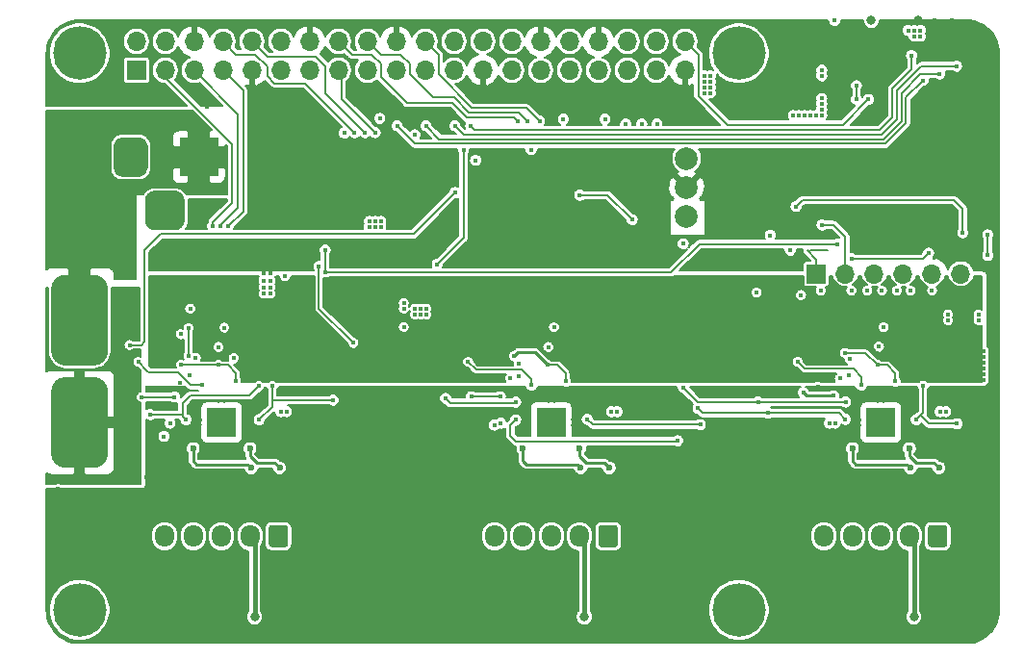
<source format=gbl>
G04 #@! TF.GenerationSoftware,KiCad,Pcbnew,5.1.12-84ad8e8a86~92~ubuntu20.04.1*
G04 #@! TF.CreationDate,2022-01-15T16:11:00+01:00*
G04 #@! TF.ProjectId,SaMcam_shield,53614d63-616d-45f7-9368-69656c642e6b,rev?*
G04 #@! TF.SameCoordinates,Original*
G04 #@! TF.FileFunction,Copper,L4,Bot*
G04 #@! TF.FilePolarity,Positive*
%FSLAX46Y46*%
G04 Gerber Fmt 4.6, Leading zero omitted, Abs format (unit mm)*
G04 Created by KiCad (PCBNEW 5.1.12-84ad8e8a86~92~ubuntu20.04.1) date 2022-01-15 16:11:00*
%MOMM*%
%LPD*%
G01*
G04 APERTURE LIST*
G04 #@! TA.AperFunction,SMDPad,CuDef*
%ADD10R,2.500000X2.500000*%
G04 #@! TD*
G04 #@! TA.AperFunction,ComponentPad*
%ADD11C,0.500000*%
G04 #@! TD*
G04 #@! TA.AperFunction,ComponentPad*
%ADD12C,2.000000*%
G04 #@! TD*
G04 #@! TA.AperFunction,ComponentPad*
%ADD13C,4.700000*%
G04 #@! TD*
G04 #@! TA.AperFunction,ComponentPad*
%ADD14O,1.700000X1.700000*%
G04 #@! TD*
G04 #@! TA.AperFunction,ComponentPad*
%ADD15R,1.700000X1.700000*%
G04 #@! TD*
G04 #@! TA.AperFunction,ComponentPad*
%ADD16O,1.700000X1.950000*%
G04 #@! TD*
G04 #@! TA.AperFunction,ComponentPad*
%ADD17R,3.500000X3.500000*%
G04 #@! TD*
G04 #@! TA.AperFunction,ViaPad*
%ADD18C,0.450000*%
G04 #@! TD*
G04 #@! TA.AperFunction,ViaPad*
%ADD19C,0.800000*%
G04 #@! TD*
G04 #@! TA.AperFunction,ViaPad*
%ADD20C,0.600000*%
G04 #@! TD*
G04 #@! TA.AperFunction,Conductor*
%ADD21C,0.250000*%
G04 #@! TD*
G04 #@! TA.AperFunction,Conductor*
%ADD22C,0.400000*%
G04 #@! TD*
G04 #@! TA.AperFunction,Conductor*
%ADD23C,0.200000*%
G04 #@! TD*
G04 #@! TA.AperFunction,Conductor*
%ADD24C,0.100000*%
G04 #@! TD*
G04 APERTURE END LIST*
D10*
X194000000Y-96000000D03*
D11*
X193000000Y-95000000D03*
X194000000Y-95000000D03*
X195000000Y-95000000D03*
X193000000Y-96000000D03*
X194000000Y-96000000D03*
X195000000Y-96000000D03*
X193000000Y-97000000D03*
X194000000Y-97000000D03*
X195000000Y-97000000D03*
D12*
X176911000Y-72771000D03*
X176911000Y-75311000D03*
X176911000Y-77851000D03*
D13*
X123500000Y-63500000D03*
X123500000Y-112500000D03*
X181500000Y-63500000D03*
X181500000Y-112500000D03*
G04 #@! TA.AperFunction,ComponentPad*
G36*
G01*
X122250000Y-92000000D02*
X124750000Y-92000000D01*
G75*
G02*
X126000000Y-93250000I0J-1250000D01*
G01*
X126000000Y-98750000D01*
G75*
G02*
X124750000Y-100000000I-1250000J0D01*
G01*
X122250000Y-100000000D01*
G75*
G02*
X121000000Y-98750000I0J1250000D01*
G01*
X121000000Y-93250000D01*
G75*
G02*
X122250000Y-92000000I1250000J0D01*
G01*
G37*
G04 #@! TD.AperFunction*
G04 #@! TA.AperFunction,ComponentPad*
G36*
G01*
X122250000Y-83000000D02*
X124750000Y-83000000D01*
G75*
G02*
X126000000Y-84250000I0J-1250000D01*
G01*
X126000000Y-89750000D01*
G75*
G02*
X124750000Y-91000000I-1250000J0D01*
G01*
X122250000Y-91000000D01*
G75*
G02*
X121000000Y-89750000I0J1250000D01*
G01*
X121000000Y-84250000D01*
G75*
G02*
X122250000Y-83000000I1250000J0D01*
G01*
G37*
G04 #@! TD.AperFunction*
D14*
X176760000Y-62460000D03*
X176760000Y-65000000D03*
X174220000Y-62460000D03*
X174220000Y-65000000D03*
X171680000Y-62460000D03*
X171680000Y-65000000D03*
X169140000Y-62460000D03*
X169140000Y-65000000D03*
X166600000Y-62460000D03*
X166600000Y-65000000D03*
X164060000Y-62460000D03*
X164060000Y-65000000D03*
X161520000Y-62460000D03*
X161520000Y-65000000D03*
X158980000Y-62460000D03*
X158980000Y-65000000D03*
X156440000Y-62460000D03*
X156440000Y-65000000D03*
X153900000Y-62460000D03*
X153900000Y-65000000D03*
X151360000Y-62460000D03*
X151360000Y-65000000D03*
X148820000Y-62460000D03*
X148820000Y-65000000D03*
X146280000Y-62460000D03*
X146280000Y-65000000D03*
X143740000Y-62460000D03*
X143740000Y-65000000D03*
X141200000Y-62460000D03*
X141200000Y-65000000D03*
X138660000Y-62460000D03*
X138660000Y-65000000D03*
X136120000Y-62460000D03*
X136120000Y-65000000D03*
X133580000Y-62460000D03*
X133580000Y-65000000D03*
X131040000Y-62460000D03*
X131040000Y-65000000D03*
X128500000Y-62460000D03*
D15*
X128500000Y-65000000D03*
D16*
X189000000Y-106000000D03*
X191500000Y-106000000D03*
X194000000Y-106000000D03*
X196500000Y-106000000D03*
G04 #@! TA.AperFunction,ComponentPad*
G36*
G01*
X199850000Y-105275000D02*
X199850000Y-106725000D01*
G75*
G02*
X199600000Y-106975000I-250000J0D01*
G01*
X198400000Y-106975000D01*
G75*
G02*
X198150000Y-106725000I0J250000D01*
G01*
X198150000Y-105275000D01*
G75*
G02*
X198400000Y-105025000I250000J0D01*
G01*
X199600000Y-105025000D01*
G75*
G02*
X199850000Y-105275000I0J-250000D01*
G01*
G37*
G04 #@! TD.AperFunction*
X160000000Y-106000000D03*
X162500000Y-106000000D03*
X165000000Y-106000000D03*
X167500000Y-106000000D03*
G04 #@! TA.AperFunction,ComponentPad*
G36*
G01*
X170850000Y-105275000D02*
X170850000Y-106725000D01*
G75*
G02*
X170600000Y-106975000I-250000J0D01*
G01*
X169400000Y-106975000D01*
G75*
G02*
X169150000Y-106725000I0J250000D01*
G01*
X169150000Y-105275000D01*
G75*
G02*
X169400000Y-105025000I250000J0D01*
G01*
X170600000Y-105025000D01*
G75*
G02*
X170850000Y-105275000I0J-250000D01*
G01*
G37*
G04 #@! TD.AperFunction*
X131000000Y-106000000D03*
X133500000Y-106000000D03*
X136000000Y-106000000D03*
X138500000Y-106000000D03*
G04 #@! TA.AperFunction,ComponentPad*
G36*
G01*
X141850000Y-105275000D02*
X141850000Y-106725000D01*
G75*
G02*
X141600000Y-106975000I-250000J0D01*
G01*
X140400000Y-106975000D01*
G75*
G02*
X140150000Y-106725000I0J250000D01*
G01*
X140150000Y-105275000D01*
G75*
G02*
X140400000Y-105025000I250000J0D01*
G01*
X141600000Y-105025000D01*
G75*
G02*
X141850000Y-105275000I0J-250000D01*
G01*
G37*
G04 #@! TD.AperFunction*
D14*
X201041000Y-82931000D03*
X198501000Y-82931000D03*
X195961000Y-82931000D03*
X193421000Y-82931000D03*
X190881000Y-82931000D03*
D15*
X188341000Y-82931000D03*
D10*
X165000000Y-96000000D03*
D11*
X164000000Y-95000000D03*
X165000000Y-95000000D03*
X166000000Y-95000000D03*
X164000000Y-96000000D03*
X165000000Y-96000000D03*
X166000000Y-96000000D03*
X164000000Y-97000000D03*
X165000000Y-97000000D03*
X166000000Y-97000000D03*
D10*
X136000000Y-96000000D03*
D11*
X135000000Y-95000000D03*
X136000000Y-95000000D03*
X137000000Y-95000000D03*
X135000000Y-96000000D03*
X136000000Y-96000000D03*
X137000000Y-96000000D03*
X135000000Y-97000000D03*
X136000000Y-97000000D03*
X137000000Y-97000000D03*
G04 #@! TA.AperFunction,ComponentPad*
G36*
G01*
X129250000Y-78219000D02*
X129250000Y-76469000D01*
G75*
G02*
X130125000Y-75594000I875000J0D01*
G01*
X131875000Y-75594000D01*
G75*
G02*
X132750000Y-76469000I0J-875000D01*
G01*
X132750000Y-78219000D01*
G75*
G02*
X131875000Y-79094000I-875000J0D01*
G01*
X130125000Y-79094000D01*
G75*
G02*
X129250000Y-78219000I0J875000D01*
G01*
G37*
G04 #@! TD.AperFunction*
G04 #@! TA.AperFunction,ComponentPad*
G36*
G01*
X126500000Y-73644000D02*
X126500000Y-71644000D01*
G75*
G02*
X127250000Y-70894000I750000J0D01*
G01*
X128750000Y-70894000D01*
G75*
G02*
X129500000Y-71644000I0J-750000D01*
G01*
X129500000Y-73644000D01*
G75*
G02*
X128750000Y-74394000I-750000J0D01*
G01*
X127250000Y-74394000D01*
G75*
G02*
X126500000Y-73644000I0J750000D01*
G01*
G37*
G04 #@! TD.AperFunction*
D17*
X134000000Y-72644000D03*
D18*
X132000000Y-84000000D03*
X132000000Y-84500000D03*
X132000000Y-85000000D03*
X132500000Y-85000000D03*
X132500000Y-84500000D03*
X132500000Y-84000000D03*
X149500000Y-78800000D03*
X149500000Y-78300000D03*
X159979600Y-96238800D03*
X199694000Y-95046800D03*
X199194000Y-95046800D03*
X189458598Y-96066200D03*
X141694000Y-95046800D03*
X141194000Y-95046800D03*
X131458598Y-96066200D03*
X170794000Y-95046800D03*
X170294000Y-95046800D03*
X170500000Y-90250000D03*
X171000000Y-89750000D03*
X170500000Y-91250000D03*
X170500000Y-92250000D03*
X170500000Y-90750000D03*
X174000000Y-91750000D03*
X172000000Y-89750000D03*
X174000000Y-90250000D03*
X174000000Y-90750000D03*
X173000000Y-89750000D03*
X170500000Y-89750000D03*
X171500000Y-89750000D03*
X173500000Y-89750000D03*
X174000000Y-91250000D03*
X170500000Y-91750000D03*
X174000000Y-89750000D03*
X172500000Y-89750000D03*
X174000000Y-92250000D03*
X199500000Y-90250000D03*
X200000000Y-89750000D03*
X199500000Y-91250000D03*
X199500000Y-92250000D03*
X199500000Y-90750000D03*
X203000000Y-91750000D03*
X201000000Y-89750000D03*
X203000000Y-90250000D03*
X203000000Y-90750000D03*
X202000000Y-89750000D03*
X199500000Y-89750000D03*
X200500000Y-89750000D03*
X202500000Y-89750000D03*
X203000000Y-91250000D03*
X199500000Y-91750000D03*
X203000000Y-89750000D03*
X201500000Y-89750000D03*
X203000000Y-92250000D03*
X167233600Y-90297000D03*
X145000000Y-89750000D03*
X145000000Y-90250000D03*
X145000000Y-90750000D03*
X145000000Y-91250000D03*
X144500000Y-89750000D03*
X144000000Y-89750000D03*
X143500000Y-89750000D03*
X143000000Y-89750000D03*
X142500000Y-89750000D03*
X142000000Y-89750000D03*
X141500000Y-89750000D03*
X141500000Y-90250000D03*
X141500000Y-90750000D03*
X141500000Y-91250000D03*
X141500000Y-91750000D03*
X145000000Y-91750000D03*
X145000000Y-92250000D03*
X141500000Y-92250000D03*
X178000000Y-83500000D03*
X178500000Y-83500000D03*
X179000000Y-83500000D03*
X179000000Y-84000000D03*
X179000000Y-84500000D03*
X178500000Y-84500000D03*
X178000000Y-84500000D03*
X178000000Y-84000000D03*
X178500000Y-84000000D03*
X196245600Y-90351200D03*
X160558598Y-96066200D03*
X138232000Y-90351200D03*
X131000000Y-84000000D03*
X131000000Y-84500000D03*
X131000000Y-85000000D03*
X131500000Y-84000000D03*
X131500000Y-84500000D03*
X131500000Y-85000000D03*
X150000000Y-83500000D03*
X150500000Y-83500000D03*
X151000000Y-83500000D03*
X150000000Y-84000000D03*
X150500000Y-84000000D03*
X151000000Y-84000000D03*
X151000000Y-84500000D03*
X150500000Y-84500000D03*
X150000000Y-84500000D03*
X189977000Y-96061000D03*
X130922000Y-97229400D03*
X149000000Y-78300000D03*
X149000000Y-78800000D03*
X150000000Y-78300000D03*
X150000000Y-78800000D03*
X191400000Y-84400000D03*
X188700000Y-84400000D03*
X196600000Y-84400000D03*
X195400000Y-84400000D03*
X194100000Y-84400000D03*
X192800000Y-84400000D03*
X134700000Y-68200000D03*
X199900000Y-86500000D03*
X202600000Y-86500000D03*
X140000000Y-78000000D03*
X140000000Y-78500000D03*
D19*
X197272200Y-60625000D03*
D18*
X198726000Y-60607000D03*
X200199200Y-60607000D03*
X152021000Y-85479000D03*
X152021000Y-85979000D03*
X121779358Y-67500000D03*
X121618588Y-101870511D03*
X121592225Y-105926168D03*
X121481816Y-109749761D03*
X123703111Y-103861224D03*
X124183339Y-107234602D03*
X125622252Y-102054788D03*
X125607265Y-109877311D03*
X126288341Y-105182499D03*
X126290959Y-114328485D03*
X127525109Y-107852072D03*
X127982128Y-103318206D03*
X128106004Y-112540126D03*
X129378690Y-100776159D03*
X129419631Y-105944013D03*
X130181863Y-81353684D03*
X130872266Y-108513436D03*
X132197042Y-102141750D03*
X132815444Y-110528814D03*
X132675344Y-114435781D03*
X134089470Y-76500000D03*
X135177503Y-102494017D03*
X135323130Y-107942703D03*
X136002660Y-112888454D03*
X137315048Y-80385939D03*
X138525446Y-102010403D03*
X139976029Y-77298902D03*
X139700000Y-82383054D03*
X139998658Y-107923610D03*
X140383899Y-68272968D03*
X140405203Y-72192410D03*
X141679205Y-74702464D03*
X141856543Y-102722163D03*
X141651451Y-112235050D03*
X142523314Y-70285212D03*
X142387576Y-96017543D03*
X143018206Y-99313154D03*
X143042653Y-105334604D03*
X143884014Y-108425204D03*
X145177766Y-97550614D03*
X144944054Y-101481281D03*
X145128309Y-111046197D03*
X145621181Y-106539545D03*
X145791637Y-114495792D03*
X146424065Y-72034083D03*
X146873200Y-75212108D03*
X146895517Y-95425763D03*
X147134829Y-99286117D03*
X146860159Y-103436862D03*
X147071572Y-109074064D03*
X147694942Y-112516784D03*
X148200300Y-81700000D03*
X148898023Y-73510763D03*
X149082525Y-93643290D03*
X149071120Y-97327876D03*
X148838321Y-101324055D03*
X148786650Y-105300191D03*
X148727400Y-76122000D03*
X149446169Y-110496311D03*
X149729643Y-114406494D03*
X150218141Y-67593340D03*
X150924527Y-95515876D03*
X150911942Y-99351352D03*
X150753262Y-103160713D03*
X150810412Y-107201048D03*
X151541961Y-71520632D03*
X151412047Y-112364845D03*
X152831514Y-69001056D03*
X152950456Y-93541082D03*
X152900038Y-97584943D03*
X152959605Y-101463842D03*
X152871955Y-105283773D03*
X152755942Y-109097656D03*
X153537529Y-73525837D03*
X153652110Y-114454845D03*
X154666854Y-95534038D03*
X154683005Y-99329706D03*
X154898797Y-103371086D03*
X154791815Y-107296844D03*
X154668755Y-111011076D03*
X155535209Y-70195456D03*
X155381849Y-75278341D03*
X155470520Y-79888532D03*
X156590276Y-97586785D03*
X156881896Y-101252910D03*
X156715174Y-105401515D03*
X157475796Y-81902445D03*
X157379060Y-112276899D03*
X158708505Y-67016576D03*
X158676421Y-103255865D03*
X158635057Y-108501022D03*
X160104118Y-75853785D03*
X159971000Y-100822370D03*
X161781899Y-67682535D03*
X161848535Y-81304395D03*
X162064968Y-102613462D03*
X165299110Y-67051672D03*
X165206733Y-101959573D03*
X166533542Y-77196895D03*
X166631536Y-81142517D03*
X168579821Y-102602952D03*
X169228975Y-72114180D03*
X168989531Y-78607876D03*
X169238532Y-107802617D03*
X169587282Y-75363256D03*
X170374857Y-63625281D03*
X170352941Y-68128639D03*
X170420890Y-93426541D03*
X170426463Y-112380370D03*
X171007906Y-96909724D03*
X171819991Y-100190121D03*
X171831010Y-105307976D03*
X172298572Y-73283294D03*
X172273119Y-108345894D03*
X173152083Y-76749282D03*
X173151371Y-80704177D03*
X173026592Y-102490856D03*
X173653620Y-66939978D03*
X173765772Y-94198397D03*
X174219273Y-98798215D03*
X174280632Y-106560841D03*
X174204297Y-110483683D03*
X174418221Y-114438475D03*
X175693641Y-101310282D03*
X176241034Y-95538741D03*
X176286291Y-104739981D03*
X176332595Y-108483027D03*
X176238827Y-112478309D03*
X177428819Y-98183205D03*
X178138171Y-102506765D03*
X178340246Y-106696968D03*
X178038706Y-110595163D03*
X178302224Y-114409990D03*
X179495114Y-93560926D03*
X179619435Y-100119749D03*
X180219945Y-96871783D03*
X180005526Y-104529118D03*
X180200602Y-108610315D03*
X180812939Y-81348633D03*
X181344134Y-102047382D03*
X181900000Y-73460000D03*
X182143167Y-98607779D03*
X182036933Y-106648211D03*
X185350295Y-66357464D03*
X183271406Y-96032991D03*
X183384408Y-104005834D03*
X183251595Y-109160377D03*
X183903319Y-81922387D03*
X184061465Y-100767465D03*
X184674575Y-61744278D03*
X184593200Y-93658390D03*
X184801776Y-111749299D03*
X187245449Y-79259461D03*
X185490370Y-98220161D03*
X185427219Y-105868808D03*
X187752195Y-74588460D03*
X186017790Y-102632782D03*
X186606053Y-63527514D03*
X189100000Y-72400000D03*
X188043907Y-100591110D03*
X187824012Y-108644176D03*
X187807713Y-112449199D03*
X188506054Y-104068039D03*
X190986525Y-74153488D03*
X191100000Y-78000000D03*
X190041470Y-64823006D03*
X190417395Y-102154353D03*
X191315936Y-72111924D03*
X191695396Y-75212094D03*
X191922605Y-79181091D03*
X192593887Y-69337367D03*
X193296564Y-107974550D03*
X193670013Y-77326302D03*
X193642252Y-102755489D03*
X193773971Y-113080910D03*
X195891117Y-79389943D03*
X197065179Y-68345163D03*
X197084264Y-102073670D03*
X197846286Y-77276564D03*
X197548114Y-108002549D03*
X199065629Y-66309010D03*
X198891329Y-70143800D03*
X198943158Y-73886552D03*
X198968466Y-93410600D03*
X199680377Y-112443821D03*
X200377791Y-78677758D03*
X200139901Y-99234457D03*
X200915014Y-68292329D03*
X201000117Y-71989460D03*
X201035036Y-105239447D03*
X201482604Y-64840929D03*
X201529430Y-75258110D03*
X201471468Y-102122668D03*
X201630806Y-108467735D03*
X202169321Y-94970139D03*
X202877988Y-97978785D03*
X202894866Y-111181250D03*
X203411527Y-67024612D03*
X203560891Y-85200455D03*
X203515179Y-103930350D03*
X188427600Y-92835200D03*
X190383400Y-92124000D03*
X191247000Y-90422200D03*
X164729400Y-89355400D03*
X162151814Y-90837000D03*
X161402000Y-92124000D03*
X159344600Y-93212800D03*
X133233400Y-85977200D03*
X132395200Y-88237800D03*
X135722600Y-89355400D03*
X133728479Y-90310176D03*
X159344600Y-95426000D03*
X132316168Y-92558632D03*
X129956800Y-99083600D03*
X129956800Y-97585000D03*
X129956800Y-96035600D03*
X137068800Y-90351200D03*
X141615400Y-82383054D03*
X139700000Y-83519727D03*
X139700000Y-84656400D03*
X141590000Y-83132400D03*
X146898600Y-82075800D03*
X146136600Y-81608400D03*
X141500000Y-78500000D03*
X141000000Y-78500000D03*
X140500000Y-78500000D03*
X140500000Y-78000000D03*
X141000000Y-78000000D03*
X141500000Y-78000000D03*
X144000000Y-78000000D03*
X144000000Y-80000000D03*
X146873200Y-75918800D03*
X148727400Y-77239600D03*
X153020000Y-86500000D03*
X152021000Y-87602800D03*
X128133112Y-66967223D03*
X131417910Y-67591642D03*
X123500000Y-66500000D03*
X123500000Y-67000000D03*
X123500000Y-67500000D03*
X144000000Y-78500000D03*
X144000000Y-80500000D03*
X193837800Y-89330000D03*
X194717200Y-60755000D03*
X129626600Y-94587800D03*
X130337800Y-93234996D03*
X153000000Y-85979000D03*
X153500000Y-85979000D03*
X153500000Y-86500000D03*
X154000000Y-86500000D03*
X154000000Y-85979000D03*
X148800000Y-81700000D03*
X148100000Y-76122000D03*
X141900000Y-76400000D03*
X139700000Y-82900000D03*
X139700000Y-84100000D03*
X140300000Y-82383054D03*
X140300000Y-82900000D03*
X140300000Y-83519727D03*
X140300000Y-84100000D03*
X140300000Y-84656400D03*
X134100000Y-77150000D03*
X133600000Y-77150000D03*
X133600000Y-76500000D03*
X134900000Y-76500000D03*
X134100000Y-77800000D03*
X133600000Y-77800000D03*
X188600000Y-72400000D03*
X185900000Y-72400000D03*
X185400000Y-72400000D03*
X198500000Y-84400000D03*
X135300000Y-77200000D03*
X134700000Y-67700000D03*
X134100000Y-67700000D03*
X189100000Y-72900000D03*
X188600000Y-72900000D03*
X185900000Y-72900000D03*
X185400000Y-72900000D03*
X191900000Y-64200000D03*
X193400000Y-73400000D03*
X181900000Y-75020000D03*
X181900000Y-76580000D03*
X181900000Y-78140000D03*
X181900000Y-79700000D03*
X181900000Y-72000000D03*
X180800000Y-69200000D03*
X180800000Y-68466666D03*
X180800000Y-67733333D03*
X180800000Y-67000000D03*
X185200000Y-77700000D03*
X183500000Y-74200000D03*
X202100000Y-81700000D03*
X202600000Y-87000000D03*
X199900000Y-87000000D03*
X194600000Y-65400000D03*
X188300000Y-69000000D03*
X187800000Y-69000000D03*
X187300000Y-69000000D03*
X186800000Y-69000000D03*
X186300000Y-69000000D03*
X184273600Y-79527400D03*
X183063000Y-84585400D03*
X197469000Y-61500000D03*
X197469000Y-62000000D03*
X188800000Y-65000000D03*
X188800000Y-65500000D03*
X188800000Y-67500000D03*
X188800000Y-68000000D03*
X188800000Y-68500000D03*
X188800000Y-69000000D03*
X196922200Y-61500000D03*
X196922200Y-62000000D03*
X179000000Y-67000000D03*
X179000000Y-66500000D03*
X179000000Y-66000000D03*
X179000000Y-65500000D03*
X178500000Y-65500000D03*
X178500000Y-66000000D03*
X178500000Y-66500000D03*
X178500000Y-67000000D03*
X189923600Y-60629800D03*
X176611400Y-80267400D03*
X186979800Y-84783400D03*
D19*
X193167800Y-60625000D03*
D18*
X196400000Y-61500000D03*
X189837000Y-93662000D03*
X187165990Y-93373800D03*
D19*
X196900000Y-113100000D03*
D18*
X160507800Y-93737800D03*
X157973000Y-93737800D03*
D19*
X167900000Y-113100000D03*
D18*
X131859996Y-93759996D03*
X128986402Y-93754800D03*
D19*
X138900000Y-113100000D03*
D18*
X126500000Y-87000000D03*
X127000000Y-87000000D03*
X127500000Y-87000000D03*
X128000000Y-87000000D03*
X128500000Y-87000000D03*
X128500000Y-87500000D03*
X128000000Y-87500000D03*
X127500000Y-87500000D03*
X127000000Y-87500000D03*
X126500000Y-87500000D03*
X135204200Y-78709809D03*
X133096000Y-87706200D03*
X133095951Y-90160474D03*
X132867400Y-95758000D03*
X139268200Y-92786200D03*
X135864600Y-78709809D03*
X129700000Y-95300000D03*
X139319000Y-95758000D03*
X140462000Y-92786200D03*
X136596409Y-78709809D03*
X145801200Y-94034200D03*
X147699998Y-70500002D03*
X148600012Y-70500000D03*
X149500000Y-70500000D03*
X162061800Y-69492200D03*
X162900000Y-69492200D03*
X163966800Y-69492200D03*
X155702000Y-93878400D03*
X154975200Y-82065200D03*
X157286600Y-72006800D03*
X161879400Y-94212000D03*
X176631600Y-92938600D03*
X190886200Y-94200000D03*
X183190000Y-94212000D03*
X176123600Y-97612200D03*
X161879400Y-95761400D03*
X168173400Y-95732600D03*
X178113224Y-96187999D03*
X190881000Y-95732600D03*
X184028192Y-95177200D03*
X177927000Y-94762010D03*
X197104000Y-95758000D03*
X197713600Y-92760800D03*
X192913000Y-67569802D03*
X200690600Y-96117000D03*
X203400000Y-81300000D03*
X203400000Y-79500000D03*
X186029600Y-80848200D03*
X188820200Y-78613000D03*
D20*
X191500000Y-98300000D03*
X196596000Y-100003988D03*
X199100000Y-100000000D03*
X196500000Y-98300000D03*
X162500000Y-98300000D03*
X167596000Y-100003988D03*
X170100000Y-100000000D03*
X167500000Y-98300000D03*
X133500000Y-98300000D03*
X138596000Y-100003988D03*
X141100000Y-100000000D03*
X138500000Y-98300000D03*
D18*
X145110200Y-80822800D03*
X145095200Y-82802196D03*
X190200000Y-80300000D03*
X172120200Y-78153600D03*
X167497400Y-75994600D03*
X156520000Y-75771600D03*
X127894200Y-89182800D03*
X186539400Y-76990800D03*
X201200000Y-79300000D03*
X136230800Y-87653400D03*
X194239000Y-87633400D03*
X165232200Y-87633400D03*
X163225600Y-71995999D03*
X158348800Y-72926800D03*
X166070400Y-69320000D03*
X169728000Y-69320000D03*
X172953800Y-69734800D03*
X171556800Y-69734800D03*
X149916000Y-69243800D03*
X146791800Y-70539200D03*
X174300000Y-69734800D03*
X191140200Y-91810810D03*
X162139400Y-91887010D03*
X133148810Y-91800333D03*
X153000932Y-70699068D03*
X193700400Y-90932000D03*
X195269985Y-92351418D03*
X190815200Y-89888800D03*
X164700400Y-90932000D03*
X166269985Y-92351418D03*
X161727000Y-90160474D03*
X135700400Y-90932000D03*
X137269985Y-92351418D03*
X132449200Y-90932000D03*
X191414400Y-81584800D03*
X198200000Y-81100000D03*
X191846200Y-66370200D03*
X191846224Y-67569778D03*
X157909139Y-69900800D03*
X196700000Y-63700000D03*
X153974800Y-69900800D03*
X199171213Y-65328787D03*
X151434800Y-69900800D03*
X197700000Y-65900000D03*
X156514800Y-69900800D03*
X200656998Y-64643000D03*
X144561800Y-82277196D03*
X147600000Y-89000000D03*
X186690000Y-90678000D03*
X192275068Y-92712932D03*
X157690000Y-90678000D03*
X163275068Y-92712932D03*
X134275068Y-92712932D03*
X128690000Y-90678000D03*
D21*
X187454190Y-93662000D02*
X187165990Y-93373800D01*
X189837000Y-93662000D02*
X187454190Y-93662000D01*
D22*
X196900000Y-106400000D02*
X196500000Y-106000000D01*
X196900000Y-113100000D02*
X196900000Y-106400000D01*
D23*
X160507800Y-93737800D02*
X157973000Y-93737800D01*
D22*
X167900000Y-106400000D02*
X167500000Y-106000000D01*
X167900000Y-113100000D02*
X167900000Y-106400000D01*
D23*
X129557922Y-93759996D02*
X128991598Y-93759996D01*
X128991598Y-93759996D02*
X128986402Y-93754800D01*
X131859996Y-93759996D02*
X129557922Y-93759996D01*
D22*
X138900000Y-106400000D02*
X138500000Y-106000000D01*
X138900000Y-113100000D02*
X138900000Y-106400000D01*
D23*
X133095951Y-90160474D02*
X133095951Y-87706249D01*
X133095951Y-87706249D02*
X133096000Y-87706200D01*
X136906000Y-71506000D02*
X131040000Y-65640000D01*
X131040000Y-65640000D02*
X131040000Y-65000000D01*
X136906000Y-76669202D02*
X136906000Y-71506000D01*
X135204200Y-78371002D02*
X136906000Y-76669202D01*
X135204200Y-78689200D02*
X135204200Y-78371002D01*
X137439400Y-68859400D02*
X133580000Y-65000000D01*
X137439400Y-77089000D02*
X137439400Y-68859400D01*
X135864600Y-78663800D02*
X137439400Y-77089000D01*
X133273800Y-93624400D02*
X138430000Y-93624400D01*
X132562600Y-94335600D02*
X133273800Y-93624400D01*
X138430000Y-93624400D02*
X139268200Y-92786200D01*
X132867400Y-95758000D02*
X132562600Y-95453200D01*
X132562600Y-95453200D02*
X132562600Y-95222800D01*
X132562600Y-95222800D02*
X132562600Y-94335600D01*
X132485400Y-95300000D02*
X129700000Y-95300000D01*
X132562600Y-95222800D02*
X132485400Y-95300000D01*
X139319000Y-95758000D02*
X140462000Y-94615000D01*
X137889409Y-66769409D02*
X136120000Y-65000000D01*
X137889409Y-77416809D02*
X137889409Y-66769409D01*
X136596409Y-78709809D02*
X137889409Y-77416809D01*
X140462000Y-94039400D02*
X140462000Y-92786200D01*
X140462000Y-94615000D02*
X140462000Y-94039400D01*
X140462000Y-94039400D02*
X140467200Y-94034200D01*
X140467200Y-94034200D02*
X145801200Y-94034200D01*
X137270001Y-63610001D02*
X136120000Y-62460000D01*
X140049999Y-65552001D02*
X140049999Y-64687997D01*
X138972003Y-63610001D02*
X137270001Y-63610001D01*
X140049999Y-64687997D02*
X138972003Y-63610001D01*
X140647999Y-66150001D02*
X140049999Y-65552001D01*
X143349997Y-66150001D02*
X140647999Y-66150001D01*
X147699998Y-70500002D02*
X143349997Y-66150001D01*
X145129999Y-67029987D02*
X148600012Y-70500000D01*
X145129999Y-64687997D02*
X145129999Y-67029987D01*
X144292001Y-63849999D02*
X145129999Y-64687997D01*
X140049999Y-63849999D02*
X144292001Y-63849999D01*
X138660000Y-62460000D02*
X140049999Y-63849999D01*
X146538200Y-67538200D02*
X149500000Y-70500000D01*
X146538200Y-65258200D02*
X146280000Y-65000000D01*
X146538200Y-67538200D02*
X146538200Y-65258200D01*
X147455001Y-63635001D02*
X146280000Y-62460000D01*
X149194003Y-63635001D02*
X147455001Y-63635001D01*
X149995001Y-65564001D02*
X149995001Y-64435999D01*
X152290411Y-67859411D02*
X149995001Y-65564001D01*
X156287589Y-67859411D02*
X152290411Y-67859411D01*
X157590178Y-69162000D02*
X156287589Y-67859411D01*
X161731600Y-69162000D02*
X157590178Y-69162000D01*
X149995001Y-64435999D02*
X149194003Y-63635001D01*
X162061800Y-69492200D02*
X161731600Y-69162000D01*
X156473989Y-67409400D02*
X154570398Y-67409400D01*
X162900000Y-69492200D02*
X162119789Y-68711989D01*
X151734003Y-63635001D02*
X149995001Y-63635001D01*
X152535001Y-65374003D02*
X152535001Y-64435999D01*
X162119789Y-68711989D02*
X157776578Y-68711989D01*
X152535001Y-64435999D02*
X151734003Y-63635001D01*
X149995001Y-63635001D02*
X148820000Y-62460000D01*
X154570398Y-67409400D02*
X152535001Y-65374003D01*
X157776578Y-68711989D02*
X156473989Y-67409400D01*
X155075001Y-65374003D02*
X155075001Y-63635001D01*
X155075001Y-63635001D02*
X153900000Y-62460000D01*
X158000998Y-68300000D02*
X155075001Y-65374003D01*
X162774600Y-68300000D02*
X158000998Y-68300000D01*
X163966800Y-69492200D02*
X162774600Y-68300000D01*
X157282000Y-72011400D02*
X157286600Y-72006800D01*
X157282000Y-79758400D02*
X157282000Y-72011400D01*
X154975200Y-82065200D02*
X157282000Y-79758400D01*
X156086400Y-94262800D02*
X155702000Y-93878400D01*
X161828600Y-94262800D02*
X156086400Y-94262800D01*
X161879400Y-94212000D02*
X161828600Y-94262800D01*
X190874200Y-94212000D02*
X190886200Y-94200000D01*
X176631600Y-92938600D02*
X177905000Y-94212000D01*
X183190000Y-94212000D02*
X190874200Y-94212000D01*
X177905000Y-94212000D02*
X183190000Y-94212000D01*
X176076401Y-97659399D02*
X176123600Y-97612200D01*
X161396800Y-97209200D02*
X161846999Y-97659399D01*
X161396800Y-96244000D02*
X161396800Y-97209200D01*
X161846999Y-97659399D02*
X176076401Y-97659399D01*
X161879400Y-95761400D02*
X161396800Y-96244000D01*
X178111423Y-96189800D02*
X178113224Y-96187999D01*
X168630600Y-96189800D02*
X178111423Y-96189800D01*
X168173400Y-95732600D02*
X168630600Y-96189800D01*
X190881000Y-95732600D02*
X190325600Y-95177200D01*
X190325600Y-95177200D02*
X184028192Y-95177200D01*
X178342190Y-95177200D02*
X177927000Y-94762010D01*
X184028192Y-95177200D02*
X178342190Y-95177200D01*
X197713600Y-95148400D02*
X197713600Y-92760800D01*
X197511300Y-95350700D02*
X197713600Y-95148400D01*
X197104000Y-95758000D02*
X197511300Y-95350700D01*
X200690600Y-96117000D02*
X198201400Y-96117000D01*
X197511300Y-95426900D02*
X198201400Y-96117000D01*
X197511300Y-95350700D02*
X197511300Y-95426900D01*
X177935001Y-63635001D02*
X176760000Y-62460000D01*
X177935001Y-67249003D02*
X177935001Y-63635001D01*
X180485998Y-69800000D02*
X177935001Y-67249003D01*
X190682802Y-69800000D02*
X180485998Y-69800000D01*
X192913000Y-67569802D02*
X190682802Y-69800000D01*
X203400000Y-81300000D02*
X203400000Y-79500000D01*
X188341000Y-82931000D02*
X188341000Y-81661000D01*
X188341000Y-81661000D02*
X187528200Y-80848200D01*
X189328200Y-80848200D02*
X187829600Y-80848200D01*
X188820200Y-78613000D02*
X189813000Y-78613000D01*
X190881000Y-79681000D02*
X190881000Y-82931000D01*
X189813000Y-78613000D02*
X190881000Y-79681000D01*
D21*
X196292012Y-99700000D02*
X196596000Y-100003988D01*
X191800000Y-99700000D02*
X196292012Y-99700000D01*
X191500000Y-99400000D02*
X191800000Y-99700000D01*
X191500000Y-98300000D02*
X191500000Y-99400000D01*
X198668000Y-99568000D02*
X199100000Y-100000000D01*
X197104000Y-99568000D02*
X198668000Y-99568000D01*
X196500000Y-98964000D02*
X197104000Y-99568000D01*
X196500000Y-98300000D02*
X196500000Y-98964000D01*
X167292012Y-99700000D02*
X167596000Y-100003988D01*
X162800000Y-99700000D02*
X167292012Y-99700000D01*
X162500000Y-99400000D02*
X162800000Y-99700000D01*
X162500000Y-98300000D02*
X162500000Y-99400000D01*
X169668000Y-99568000D02*
X170100000Y-100000000D01*
X168104000Y-99568000D02*
X169668000Y-99568000D01*
X167500000Y-98964000D02*
X168104000Y-99568000D01*
X167500000Y-98300000D02*
X167500000Y-98964000D01*
X138292012Y-99700000D02*
X138596000Y-100003988D01*
X133800000Y-99700000D02*
X138292012Y-99700000D01*
X133500000Y-99400000D02*
X133800000Y-99700000D01*
X133500000Y-98300000D02*
X133500000Y-99400000D01*
X140668000Y-99568000D02*
X141100000Y-100000000D01*
X139104000Y-99568000D02*
X140668000Y-99568000D01*
X138500000Y-98964000D02*
X139104000Y-99568000D01*
X138500000Y-98300000D02*
X138500000Y-98964000D01*
D23*
X145095200Y-82615800D02*
X145095200Y-82802196D01*
X145095200Y-80837800D02*
X145095200Y-82615800D01*
X145110200Y-80822800D02*
X145095200Y-80837800D01*
X178018000Y-80300000D02*
X190200000Y-80300000D01*
X145095200Y-82802196D02*
X175515804Y-82802196D01*
X175515804Y-82802196D02*
X178018000Y-80300000D01*
X169961200Y-75994600D02*
X167497400Y-75994600D01*
X172120200Y-78153600D02*
X169961200Y-75994600D01*
X152872590Y-79419010D02*
X156520000Y-75771600D01*
X130622190Y-79419010D02*
X152872590Y-79419010D01*
X129215000Y-88878000D02*
X129215000Y-80826200D01*
X128910200Y-89182800D02*
X129215000Y-88878000D01*
X129215000Y-80826200D02*
X130622190Y-79419010D01*
X127894200Y-89182800D02*
X128910200Y-89182800D01*
X201200000Y-77200000D02*
X201200000Y-79300000D01*
X200432000Y-76432000D02*
X201200000Y-77200000D01*
X187098200Y-76432000D02*
X200432000Y-76432000D01*
X186539400Y-76990800D02*
X187098200Y-76432000D01*
X195269985Y-91637985D02*
X195269985Y-92351418D01*
X194564000Y-90932000D02*
X195269985Y-91637985D01*
X193776600Y-90932000D02*
X194564000Y-90932000D01*
X193675000Y-90830400D02*
X193776600Y-90932000D01*
X193700400Y-90932000D02*
X192657200Y-89888800D01*
X192657200Y-89888800D02*
X190815200Y-89888800D01*
X166269985Y-91637985D02*
X166269985Y-92351418D01*
X165564000Y-90932000D02*
X166269985Y-91637985D01*
X164776600Y-90932000D02*
X165564000Y-90932000D01*
X164675000Y-90830400D02*
X164776600Y-90932000D01*
D21*
X164695400Y-90932000D02*
X164700400Y-90932000D01*
X163576000Y-89812600D02*
X164695400Y-90932000D01*
X162074874Y-89812600D02*
X163576000Y-89812600D01*
X161727000Y-90160474D02*
X162074874Y-89812600D01*
D23*
X137269985Y-91637985D02*
X137269985Y-92351418D01*
X136564000Y-90932000D02*
X137269985Y-91637985D01*
X135776600Y-90932000D02*
X136564000Y-90932000D01*
X135675000Y-90830400D02*
X135776600Y-90932000D01*
X135700400Y-90932000D02*
X133592200Y-90932000D01*
X133592200Y-90932000D02*
X132449200Y-90932000D01*
X191414400Y-81584800D02*
X195884800Y-81584800D01*
X197715200Y-81584800D02*
X198200000Y-81100000D01*
X195884800Y-81584800D02*
X197715200Y-81584800D01*
X191846200Y-67569802D02*
X191846224Y-67569778D01*
X191846200Y-66370200D02*
X191846200Y-67569802D01*
X193874800Y-70259800D02*
X195000000Y-69134600D01*
X195000000Y-69134600D02*
X195000000Y-66600000D01*
X196700000Y-64900000D02*
X196700000Y-63700000D01*
X157909139Y-69926232D02*
X158242707Y-70259800D01*
X195000000Y-66600000D02*
X196700000Y-64900000D01*
X158242707Y-70259800D02*
X193874800Y-70259800D01*
X195800022Y-66999978D02*
X197471213Y-65328787D01*
X194196799Y-71069201D02*
X195800022Y-69465978D01*
X153974800Y-69900800D02*
X155143201Y-71069201D01*
X197471213Y-65328787D02*
X199171213Y-65328787D01*
X195800022Y-69465978D02*
X195800022Y-66999978D01*
X155143201Y-71069201D02*
X194196799Y-71069201D01*
X196200033Y-69650167D02*
X196200033Y-67399967D01*
X194379201Y-71470999D02*
X196200033Y-69650167D01*
X153030399Y-71470999D02*
X194379201Y-71470999D01*
X151434800Y-69875400D02*
X153030399Y-71470999D01*
X196200033Y-67399967D02*
X197700000Y-65900000D01*
X194031110Y-70669190D02*
X195400011Y-69300289D01*
X157283190Y-70669190D02*
X194031110Y-70669190D01*
X197557000Y-64643000D02*
X200656998Y-64643000D01*
X195400011Y-66799989D02*
X197557000Y-64643000D01*
X195400011Y-69300289D02*
X195400011Y-66799989D01*
X156514800Y-69900800D02*
X157283190Y-70669190D01*
X144561800Y-85961800D02*
X147600000Y-89000000D01*
X144561800Y-82277196D02*
X144561800Y-85961800D01*
X191592200Y-91285800D02*
X192278000Y-91971600D01*
X187297800Y-91285800D02*
X191592200Y-91285800D01*
X192278000Y-91971600D02*
X192278000Y-92735400D01*
X186690000Y-90678000D02*
X187297800Y-91285800D01*
X163278000Y-92222000D02*
X163278000Y-92735400D01*
X162418000Y-91362000D02*
X163278000Y-92222000D01*
X158374000Y-91362000D02*
X162418000Y-91362000D01*
X157690000Y-90678000D02*
X158374000Y-91362000D01*
X129494001Y-91482001D02*
X128690000Y-90678000D01*
X129612000Y-91600000D02*
X129494001Y-91482001D01*
X132176000Y-91600000D02*
X129612000Y-91600000D01*
X133288932Y-92712932D02*
X132176000Y-91600000D01*
X134275068Y-92712932D02*
X133288932Y-92712932D01*
X139234751Y-83148681D02*
X139275632Y-83209864D01*
X139234751Y-83271046D01*
X139195176Y-83366590D01*
X139175000Y-83468019D01*
X139175000Y-83571435D01*
X139195176Y-83672864D01*
X139234751Y-83768408D01*
X139262451Y-83809864D01*
X139234751Y-83851319D01*
X139195176Y-83946863D01*
X139175000Y-84048292D01*
X139175000Y-84151708D01*
X139195176Y-84253137D01*
X139234751Y-84348681D01*
X139254475Y-84378200D01*
X139234751Y-84407719D01*
X139195176Y-84503263D01*
X139175000Y-84604692D01*
X139175000Y-84708108D01*
X139195176Y-84809537D01*
X139234751Y-84905081D01*
X139292206Y-84991068D01*
X139365332Y-85064194D01*
X139451319Y-85121649D01*
X139546863Y-85161224D01*
X139648292Y-85181400D01*
X139751708Y-85181400D01*
X139853137Y-85161224D01*
X139948681Y-85121649D01*
X140000000Y-85087359D01*
X140051319Y-85121649D01*
X140146863Y-85161224D01*
X140248292Y-85181400D01*
X140351708Y-85181400D01*
X140453137Y-85161224D01*
X140548681Y-85121649D01*
X140634668Y-85064194D01*
X140707794Y-84991068D01*
X140765249Y-84905081D01*
X140804824Y-84809537D01*
X140825000Y-84708108D01*
X140825000Y-84604692D01*
X140804824Y-84503263D01*
X140765249Y-84407719D01*
X140745525Y-84378200D01*
X140765249Y-84348681D01*
X140804824Y-84253137D01*
X140825000Y-84151708D01*
X140825000Y-84048292D01*
X140804824Y-83946863D01*
X140765249Y-83851319D01*
X140737549Y-83809864D01*
X140765249Y-83768408D01*
X140804824Y-83672864D01*
X140825000Y-83571435D01*
X140825000Y-83468019D01*
X140804824Y-83366590D01*
X140765249Y-83271046D01*
X140724368Y-83209864D01*
X140765249Y-83148681D01*
X140785413Y-83100000D01*
X141065000Y-83100000D01*
X141065000Y-83184108D01*
X141085176Y-83285537D01*
X141124751Y-83381081D01*
X141182206Y-83467068D01*
X141255332Y-83540194D01*
X141341319Y-83597649D01*
X141436863Y-83637224D01*
X141538292Y-83657400D01*
X141641708Y-83657400D01*
X141743137Y-83637224D01*
X141838681Y-83597649D01*
X141924668Y-83540194D01*
X141997794Y-83467068D01*
X142055249Y-83381081D01*
X142094824Y-83285537D01*
X142115000Y-83184108D01*
X142115000Y-83100000D01*
X144161800Y-83100000D01*
X144161801Y-85942144D01*
X144159865Y-85961800D01*
X144167588Y-86040213D01*
X144190461Y-86115614D01*
X144227603Y-86185102D01*
X144265065Y-86230750D01*
X144265068Y-86230753D01*
X144277590Y-86246011D01*
X144292848Y-86258533D01*
X147075000Y-89040685D01*
X147075000Y-89051708D01*
X147095176Y-89153137D01*
X147134751Y-89248681D01*
X147192206Y-89334668D01*
X147265332Y-89407794D01*
X147351319Y-89465249D01*
X147446863Y-89504824D01*
X147548292Y-89525000D01*
X147651708Y-89525000D01*
X147753137Y-89504824D01*
X147848681Y-89465249D01*
X147934668Y-89407794D01*
X148007794Y-89334668D01*
X148028491Y-89303692D01*
X164204400Y-89303692D01*
X164204400Y-89407108D01*
X164224576Y-89508537D01*
X164264151Y-89604081D01*
X164321606Y-89690068D01*
X164394732Y-89763194D01*
X164480719Y-89820649D01*
X164576263Y-89860224D01*
X164677692Y-89880400D01*
X164781108Y-89880400D01*
X164882537Y-89860224D01*
X164978081Y-89820649D01*
X165064068Y-89763194D01*
X165137194Y-89690068D01*
X165194649Y-89604081D01*
X165234224Y-89508537D01*
X165254400Y-89407108D01*
X165254400Y-89303692D01*
X165249348Y-89278292D01*
X193312800Y-89278292D01*
X193312800Y-89381708D01*
X193332976Y-89483137D01*
X193372551Y-89578681D01*
X193430006Y-89664668D01*
X193503132Y-89737794D01*
X193589119Y-89795249D01*
X193684663Y-89834824D01*
X193786092Y-89855000D01*
X193889508Y-89855000D01*
X193990937Y-89834824D01*
X194086481Y-89795249D01*
X194172468Y-89737794D01*
X194245594Y-89664668D01*
X194303049Y-89578681D01*
X194342624Y-89483137D01*
X194362800Y-89381708D01*
X194362800Y-89278292D01*
X194342624Y-89176863D01*
X194303049Y-89081319D01*
X194245594Y-88995332D01*
X194172468Y-88922206D01*
X194086481Y-88864751D01*
X193990937Y-88825176D01*
X193889508Y-88805000D01*
X193786092Y-88805000D01*
X193684663Y-88825176D01*
X193589119Y-88864751D01*
X193503132Y-88922206D01*
X193430006Y-88995332D01*
X193372551Y-89081319D01*
X193332976Y-89176863D01*
X193312800Y-89278292D01*
X165249348Y-89278292D01*
X165234224Y-89202263D01*
X165194649Y-89106719D01*
X165137194Y-89020732D01*
X165064068Y-88947606D01*
X164978081Y-88890151D01*
X164882537Y-88850576D01*
X164781108Y-88830400D01*
X164677692Y-88830400D01*
X164576263Y-88850576D01*
X164480719Y-88890151D01*
X164394732Y-88947606D01*
X164321606Y-89020732D01*
X164264151Y-89106719D01*
X164224576Y-89202263D01*
X164204400Y-89303692D01*
X148028491Y-89303692D01*
X148065249Y-89248681D01*
X148104824Y-89153137D01*
X148125000Y-89051708D01*
X148125000Y-88948292D01*
X148104824Y-88846863D01*
X148065249Y-88751319D01*
X148007794Y-88665332D01*
X147934668Y-88592206D01*
X147848681Y-88534751D01*
X147753137Y-88495176D01*
X147651708Y-88475000D01*
X147640685Y-88475000D01*
X146716777Y-87551092D01*
X151496000Y-87551092D01*
X151496000Y-87654508D01*
X151516176Y-87755937D01*
X151555751Y-87851481D01*
X151613206Y-87937468D01*
X151686332Y-88010594D01*
X151772319Y-88068049D01*
X151867863Y-88107624D01*
X151969292Y-88127800D01*
X152072708Y-88127800D01*
X152174137Y-88107624D01*
X152269681Y-88068049D01*
X152355668Y-88010594D01*
X152428794Y-87937468D01*
X152486249Y-87851481D01*
X152525824Y-87755937D01*
X152546000Y-87654508D01*
X152546000Y-87581692D01*
X164707200Y-87581692D01*
X164707200Y-87685108D01*
X164727376Y-87786537D01*
X164766951Y-87882081D01*
X164824406Y-87968068D01*
X164897532Y-88041194D01*
X164983519Y-88098649D01*
X165079063Y-88138224D01*
X165180492Y-88158400D01*
X165283908Y-88158400D01*
X165385337Y-88138224D01*
X165480881Y-88098649D01*
X165566868Y-88041194D01*
X165639994Y-87968068D01*
X165697449Y-87882081D01*
X165737024Y-87786537D01*
X165757200Y-87685108D01*
X165757200Y-87581692D01*
X193714000Y-87581692D01*
X193714000Y-87685108D01*
X193734176Y-87786537D01*
X193773751Y-87882081D01*
X193831206Y-87968068D01*
X193904332Y-88041194D01*
X193990319Y-88098649D01*
X194085863Y-88138224D01*
X194187292Y-88158400D01*
X194290708Y-88158400D01*
X194392137Y-88138224D01*
X194487681Y-88098649D01*
X194573668Y-88041194D01*
X194646794Y-87968068D01*
X194704249Y-87882081D01*
X194743824Y-87786537D01*
X194764000Y-87685108D01*
X194764000Y-87581692D01*
X194743824Y-87480263D01*
X194704249Y-87384719D01*
X194646794Y-87298732D01*
X194573668Y-87225606D01*
X194487681Y-87168151D01*
X194392137Y-87128576D01*
X194290708Y-87108400D01*
X194187292Y-87108400D01*
X194085863Y-87128576D01*
X193990319Y-87168151D01*
X193904332Y-87225606D01*
X193831206Y-87298732D01*
X193773751Y-87384719D01*
X193734176Y-87480263D01*
X193714000Y-87581692D01*
X165757200Y-87581692D01*
X165737024Y-87480263D01*
X165697449Y-87384719D01*
X165639994Y-87298732D01*
X165566868Y-87225606D01*
X165480881Y-87168151D01*
X165385337Y-87128576D01*
X165283908Y-87108400D01*
X165180492Y-87108400D01*
X165079063Y-87128576D01*
X164983519Y-87168151D01*
X164897532Y-87225606D01*
X164824406Y-87298732D01*
X164766951Y-87384719D01*
X164727376Y-87480263D01*
X164707200Y-87581692D01*
X152546000Y-87581692D01*
X152546000Y-87551092D01*
X152525824Y-87449663D01*
X152486249Y-87354119D01*
X152428794Y-87268132D01*
X152355668Y-87195006D01*
X152269681Y-87137551D01*
X152174137Y-87097976D01*
X152072708Y-87077800D01*
X151969292Y-87077800D01*
X151867863Y-87097976D01*
X151772319Y-87137551D01*
X151686332Y-87195006D01*
X151613206Y-87268132D01*
X151555751Y-87354119D01*
X151516176Y-87449663D01*
X151496000Y-87551092D01*
X146716777Y-87551092D01*
X144961800Y-85796115D01*
X144961800Y-85427292D01*
X151496000Y-85427292D01*
X151496000Y-85530708D01*
X151516176Y-85632137D01*
X151555751Y-85727681D01*
X151556632Y-85729000D01*
X151555751Y-85730319D01*
X151516176Y-85825863D01*
X151496000Y-85927292D01*
X151496000Y-86030708D01*
X151516176Y-86132137D01*
X151555751Y-86227681D01*
X151613206Y-86313668D01*
X151686332Y-86386794D01*
X151772319Y-86444249D01*
X151867863Y-86483824D01*
X151969292Y-86504000D01*
X152072708Y-86504000D01*
X152174137Y-86483824D01*
X152269681Y-86444249D01*
X152355668Y-86386794D01*
X152428794Y-86313668D01*
X152486249Y-86227681D01*
X152510500Y-86169133D01*
X152534751Y-86227681D01*
X152553142Y-86255204D01*
X152515176Y-86346863D01*
X152495000Y-86448292D01*
X152495000Y-86551708D01*
X152515176Y-86653137D01*
X152554751Y-86748681D01*
X152612206Y-86834668D01*
X152685332Y-86907794D01*
X152771319Y-86965249D01*
X152866863Y-87004824D01*
X152968292Y-87025000D01*
X153071708Y-87025000D01*
X153173137Y-87004824D01*
X153260000Y-86968845D01*
X153346863Y-87004824D01*
X153448292Y-87025000D01*
X153551708Y-87025000D01*
X153653137Y-87004824D01*
X153748681Y-86965249D01*
X153750000Y-86964368D01*
X153751319Y-86965249D01*
X153846863Y-87004824D01*
X153948292Y-87025000D01*
X154051708Y-87025000D01*
X154153137Y-87004824D01*
X154248681Y-86965249D01*
X154334668Y-86907794D01*
X154407794Y-86834668D01*
X154465249Y-86748681D01*
X154504824Y-86653137D01*
X154525000Y-86551708D01*
X154525000Y-86448292D01*
X199375000Y-86448292D01*
X199375000Y-86551708D01*
X199395176Y-86653137D01*
X199434751Y-86748681D01*
X199435632Y-86750000D01*
X199434751Y-86751319D01*
X199395176Y-86846863D01*
X199375000Y-86948292D01*
X199375000Y-87051708D01*
X199395176Y-87153137D01*
X199434751Y-87248681D01*
X199492206Y-87334668D01*
X199565332Y-87407794D01*
X199651319Y-87465249D01*
X199746863Y-87504824D01*
X199848292Y-87525000D01*
X199951708Y-87525000D01*
X200053137Y-87504824D01*
X200148681Y-87465249D01*
X200234668Y-87407794D01*
X200307794Y-87334668D01*
X200365249Y-87248681D01*
X200404824Y-87153137D01*
X200425000Y-87051708D01*
X200425000Y-86948292D01*
X200404824Y-86846863D01*
X200365249Y-86751319D01*
X200364368Y-86750000D01*
X200365249Y-86748681D01*
X200404824Y-86653137D01*
X200425000Y-86551708D01*
X200425000Y-86448292D01*
X200404824Y-86346863D01*
X200365249Y-86251319D01*
X200307794Y-86165332D01*
X200234668Y-86092206D01*
X200148681Y-86034751D01*
X200053137Y-85995176D01*
X199951708Y-85975000D01*
X199848292Y-85975000D01*
X199746863Y-85995176D01*
X199651319Y-86034751D01*
X199565332Y-86092206D01*
X199492206Y-86165332D01*
X199434751Y-86251319D01*
X199395176Y-86346863D01*
X199375000Y-86448292D01*
X154525000Y-86448292D01*
X154504824Y-86346863D01*
X154465249Y-86251319D01*
X154457352Y-86239500D01*
X154465249Y-86227681D01*
X154504824Y-86132137D01*
X154525000Y-86030708D01*
X154525000Y-85927292D01*
X154504824Y-85825863D01*
X154465249Y-85730319D01*
X154407794Y-85644332D01*
X154334668Y-85571206D01*
X154248681Y-85513751D01*
X154153137Y-85474176D01*
X154051708Y-85454000D01*
X153948292Y-85454000D01*
X153846863Y-85474176D01*
X153751319Y-85513751D01*
X153750000Y-85514632D01*
X153748681Y-85513751D01*
X153653137Y-85474176D01*
X153551708Y-85454000D01*
X153448292Y-85454000D01*
X153346863Y-85474176D01*
X153251319Y-85513751D01*
X153250000Y-85514632D01*
X153248681Y-85513751D01*
X153153137Y-85474176D01*
X153051708Y-85454000D01*
X152948292Y-85454000D01*
X152846863Y-85474176D01*
X152751319Y-85513751D01*
X152665332Y-85571206D01*
X152592206Y-85644332D01*
X152534751Y-85730319D01*
X152510500Y-85788867D01*
X152486249Y-85730319D01*
X152485368Y-85729000D01*
X152486249Y-85727681D01*
X152525824Y-85632137D01*
X152546000Y-85530708D01*
X152546000Y-85427292D01*
X152525824Y-85325863D01*
X152486249Y-85230319D01*
X152428794Y-85144332D01*
X152355668Y-85071206D01*
X152269681Y-85013751D01*
X152174137Y-84974176D01*
X152072708Y-84954000D01*
X151969292Y-84954000D01*
X151867863Y-84974176D01*
X151772319Y-85013751D01*
X151686332Y-85071206D01*
X151613206Y-85144332D01*
X151555751Y-85230319D01*
X151516176Y-85325863D01*
X151496000Y-85427292D01*
X144961800Y-85427292D01*
X144961800Y-84533692D01*
X182538000Y-84533692D01*
X182538000Y-84637108D01*
X182558176Y-84738537D01*
X182597751Y-84834081D01*
X182655206Y-84920068D01*
X182728332Y-84993194D01*
X182814319Y-85050649D01*
X182909863Y-85090224D01*
X183011292Y-85110400D01*
X183114708Y-85110400D01*
X183216137Y-85090224D01*
X183311681Y-85050649D01*
X183397668Y-84993194D01*
X183470794Y-84920068D01*
X183528249Y-84834081D01*
X183567824Y-84738537D01*
X183569185Y-84731692D01*
X186454800Y-84731692D01*
X186454800Y-84835108D01*
X186474976Y-84936537D01*
X186514551Y-85032081D01*
X186572006Y-85118068D01*
X186645132Y-85191194D01*
X186731119Y-85248649D01*
X186826663Y-85288224D01*
X186928092Y-85308400D01*
X187031508Y-85308400D01*
X187132937Y-85288224D01*
X187228481Y-85248649D01*
X187314468Y-85191194D01*
X187387594Y-85118068D01*
X187445049Y-85032081D01*
X187484624Y-84936537D01*
X187504800Y-84835108D01*
X187504800Y-84731692D01*
X187484624Y-84630263D01*
X187445049Y-84534719D01*
X187387594Y-84448732D01*
X187314468Y-84375606D01*
X187228481Y-84318151D01*
X187132937Y-84278576D01*
X187031508Y-84258400D01*
X186928092Y-84258400D01*
X186826663Y-84278576D01*
X186731119Y-84318151D01*
X186645132Y-84375606D01*
X186572006Y-84448732D01*
X186514551Y-84534719D01*
X186474976Y-84630263D01*
X186454800Y-84731692D01*
X183569185Y-84731692D01*
X183588000Y-84637108D01*
X183588000Y-84533692D01*
X183567824Y-84432263D01*
X183528249Y-84336719D01*
X183470794Y-84250732D01*
X183397668Y-84177606D01*
X183311681Y-84120151D01*
X183216137Y-84080576D01*
X183114708Y-84060400D01*
X183011292Y-84060400D01*
X182909863Y-84080576D01*
X182814319Y-84120151D01*
X182728332Y-84177606D01*
X182655206Y-84250732D01*
X182597751Y-84336719D01*
X182558176Y-84432263D01*
X182538000Y-84533692D01*
X144961800Y-84533692D01*
X144961800Y-83310946D01*
X145043492Y-83327196D01*
X145146908Y-83327196D01*
X145248337Y-83307020D01*
X145343881Y-83267445D01*
X145429868Y-83209990D01*
X145437662Y-83202196D01*
X175496158Y-83202196D01*
X175515804Y-83204131D01*
X175535450Y-83202196D01*
X175535451Y-83202196D01*
X175594218Y-83196408D01*
X175669618Y-83173536D01*
X175739107Y-83136393D01*
X175783452Y-83100000D01*
X187189549Y-83100000D01*
X187189549Y-83781000D01*
X187195341Y-83839810D01*
X187212496Y-83896360D01*
X187240353Y-83948477D01*
X187277842Y-83994158D01*
X187323523Y-84031647D01*
X187375640Y-84059504D01*
X187432190Y-84076659D01*
X187491000Y-84082451D01*
X188280767Y-84082451D01*
X188234751Y-84151319D01*
X188195176Y-84246863D01*
X188175000Y-84348292D01*
X188175000Y-84451708D01*
X188195176Y-84553137D01*
X188234751Y-84648681D01*
X188292206Y-84734668D01*
X188365332Y-84807794D01*
X188451319Y-84865249D01*
X188546863Y-84904824D01*
X188648292Y-84925000D01*
X188751708Y-84925000D01*
X188853137Y-84904824D01*
X188948681Y-84865249D01*
X189034668Y-84807794D01*
X189107794Y-84734668D01*
X189165249Y-84648681D01*
X189204824Y-84553137D01*
X189225000Y-84451708D01*
X189225000Y-84348292D01*
X189204824Y-84246863D01*
X189165249Y-84151319D01*
X189119233Y-84082451D01*
X189191000Y-84082451D01*
X189249810Y-84076659D01*
X189306360Y-84059504D01*
X189358477Y-84031647D01*
X189404158Y-83994158D01*
X189441647Y-83948477D01*
X189469504Y-83896360D01*
X189486659Y-83839810D01*
X189492451Y-83781000D01*
X189492451Y-83100000D01*
X189742086Y-83100000D01*
X189775194Y-83266443D01*
X189861884Y-83475729D01*
X189987737Y-83664082D01*
X190147918Y-83824263D01*
X190336271Y-83950116D01*
X190545557Y-84036806D01*
X190767735Y-84081000D01*
X190981737Y-84081000D01*
X190934751Y-84151319D01*
X190895176Y-84246863D01*
X190875000Y-84348292D01*
X190875000Y-84451708D01*
X190895176Y-84553137D01*
X190934751Y-84648681D01*
X190992206Y-84734668D01*
X191065332Y-84807794D01*
X191151319Y-84865249D01*
X191246863Y-84904824D01*
X191348292Y-84925000D01*
X191451708Y-84925000D01*
X191553137Y-84904824D01*
X191648681Y-84865249D01*
X191734668Y-84807794D01*
X191807794Y-84734668D01*
X191865249Y-84648681D01*
X191904824Y-84553137D01*
X191925000Y-84451708D01*
X191925000Y-84348292D01*
X191904824Y-84246863D01*
X191865249Y-84151319D01*
X191807794Y-84065332D01*
X191734668Y-83992206D01*
X191648681Y-83934751D01*
X191553137Y-83895176D01*
X191518318Y-83888250D01*
X191614082Y-83824263D01*
X191774263Y-83664082D01*
X191900116Y-83475729D01*
X191986806Y-83266443D01*
X192019914Y-83100000D01*
X192282086Y-83100000D01*
X192315194Y-83266443D01*
X192401884Y-83475729D01*
X192527737Y-83664082D01*
X192687918Y-83824263D01*
X192763852Y-83875000D01*
X192748292Y-83875000D01*
X192646863Y-83895176D01*
X192551319Y-83934751D01*
X192465332Y-83992206D01*
X192392206Y-84065332D01*
X192334751Y-84151319D01*
X192295176Y-84246863D01*
X192275000Y-84348292D01*
X192275000Y-84451708D01*
X192295176Y-84553137D01*
X192334751Y-84648681D01*
X192392206Y-84734668D01*
X192465332Y-84807794D01*
X192551319Y-84865249D01*
X192646863Y-84904824D01*
X192748292Y-84925000D01*
X192851708Y-84925000D01*
X192953137Y-84904824D01*
X193048681Y-84865249D01*
X193134668Y-84807794D01*
X193207794Y-84734668D01*
X193265249Y-84648681D01*
X193304824Y-84553137D01*
X193325000Y-84451708D01*
X193325000Y-84348292D01*
X193304824Y-84246863D01*
X193265249Y-84151319D01*
X193207794Y-84065332D01*
X193202537Y-84060075D01*
X193307735Y-84081000D01*
X193534265Y-84081000D01*
X193711865Y-84045673D01*
X193692206Y-84065332D01*
X193634751Y-84151319D01*
X193595176Y-84246863D01*
X193575000Y-84348292D01*
X193575000Y-84451708D01*
X193595176Y-84553137D01*
X193634751Y-84648681D01*
X193692206Y-84734668D01*
X193765332Y-84807794D01*
X193851319Y-84865249D01*
X193946863Y-84904824D01*
X194048292Y-84925000D01*
X194151708Y-84925000D01*
X194253137Y-84904824D01*
X194348681Y-84865249D01*
X194434668Y-84807794D01*
X194507794Y-84734668D01*
X194565249Y-84648681D01*
X194604824Y-84553137D01*
X194625000Y-84451708D01*
X194625000Y-84348292D01*
X194604824Y-84246863D01*
X194565249Y-84151319D01*
X194507794Y-84065332D01*
X194434668Y-83992206D01*
X194348681Y-83934751D01*
X194253137Y-83895176D01*
X194151708Y-83875000D01*
X194078148Y-83875000D01*
X194154082Y-83824263D01*
X194314263Y-83664082D01*
X194440116Y-83475729D01*
X194526806Y-83266443D01*
X194559914Y-83100000D01*
X194822086Y-83100000D01*
X194855194Y-83266443D01*
X194941884Y-83475729D01*
X195067737Y-83664082D01*
X195227918Y-83824263D01*
X195314047Y-83881812D01*
X195246863Y-83895176D01*
X195151319Y-83934751D01*
X195065332Y-83992206D01*
X194992206Y-84065332D01*
X194934751Y-84151319D01*
X194895176Y-84246863D01*
X194875000Y-84348292D01*
X194875000Y-84451708D01*
X194895176Y-84553137D01*
X194934751Y-84648681D01*
X194992206Y-84734668D01*
X195065332Y-84807794D01*
X195151319Y-84865249D01*
X195246863Y-84904824D01*
X195348292Y-84925000D01*
X195451708Y-84925000D01*
X195553137Y-84904824D01*
X195648681Y-84865249D01*
X195734668Y-84807794D01*
X195807794Y-84734668D01*
X195865249Y-84648681D01*
X195904824Y-84553137D01*
X195925000Y-84451708D01*
X195925000Y-84348292D01*
X195904824Y-84246863D01*
X195865249Y-84151319D01*
X195813746Y-84074239D01*
X195847735Y-84081000D01*
X196074265Y-84081000D01*
X196201933Y-84055605D01*
X196192206Y-84065332D01*
X196134751Y-84151319D01*
X196095176Y-84246863D01*
X196075000Y-84348292D01*
X196075000Y-84451708D01*
X196095176Y-84553137D01*
X196134751Y-84648681D01*
X196192206Y-84734668D01*
X196265332Y-84807794D01*
X196351319Y-84865249D01*
X196446863Y-84904824D01*
X196548292Y-84925000D01*
X196651708Y-84925000D01*
X196753137Y-84904824D01*
X196848681Y-84865249D01*
X196934668Y-84807794D01*
X197007794Y-84734668D01*
X197065249Y-84648681D01*
X197104824Y-84553137D01*
X197125000Y-84451708D01*
X197125000Y-84348292D01*
X197104824Y-84246863D01*
X197065249Y-84151319D01*
X197007794Y-84065332D01*
X196934668Y-83992206D01*
X196848681Y-83934751D01*
X196753137Y-83895176D01*
X196651708Y-83875000D01*
X196618148Y-83875000D01*
X196694082Y-83824263D01*
X196854263Y-83664082D01*
X196980116Y-83475729D01*
X197066806Y-83266443D01*
X197099914Y-83100000D01*
X197362086Y-83100000D01*
X197395194Y-83266443D01*
X197481884Y-83475729D01*
X197607737Y-83664082D01*
X197767918Y-83824263D01*
X197956271Y-83950116D01*
X198133861Y-84023677D01*
X198092206Y-84065332D01*
X198034751Y-84151319D01*
X197995176Y-84246863D01*
X197975000Y-84348292D01*
X197975000Y-84451708D01*
X197995176Y-84553137D01*
X198034751Y-84648681D01*
X198092206Y-84734668D01*
X198165332Y-84807794D01*
X198251319Y-84865249D01*
X198346863Y-84904824D01*
X198448292Y-84925000D01*
X198551708Y-84925000D01*
X198653137Y-84904824D01*
X198748681Y-84865249D01*
X198834668Y-84807794D01*
X198907794Y-84734668D01*
X198965249Y-84648681D01*
X199004824Y-84553137D01*
X199025000Y-84451708D01*
X199025000Y-84348292D01*
X199004824Y-84246863D01*
X198965249Y-84151319D01*
X198907794Y-84065332D01*
X198866725Y-84024263D01*
X199045729Y-83950116D01*
X199234082Y-83824263D01*
X199394263Y-83664082D01*
X199520116Y-83475729D01*
X199606806Y-83266443D01*
X199639914Y-83100000D01*
X199902086Y-83100000D01*
X199935194Y-83266443D01*
X200021884Y-83475729D01*
X200147737Y-83664082D01*
X200307918Y-83824263D01*
X200496271Y-83950116D01*
X200705557Y-84036806D01*
X200927735Y-84081000D01*
X201154265Y-84081000D01*
X201376443Y-84036806D01*
X201585729Y-83950116D01*
X201774082Y-83824263D01*
X201934263Y-83664082D01*
X202060116Y-83475729D01*
X202146806Y-83266443D01*
X202179914Y-83100000D01*
X202900000Y-83100000D01*
X202900000Y-86069041D01*
X202848681Y-86034751D01*
X202753137Y-85995176D01*
X202651708Y-85975000D01*
X202548292Y-85975000D01*
X202446863Y-85995176D01*
X202351319Y-86034751D01*
X202265332Y-86092206D01*
X202192206Y-86165332D01*
X202134751Y-86251319D01*
X202095176Y-86346863D01*
X202075000Y-86448292D01*
X202075000Y-86551708D01*
X202095176Y-86653137D01*
X202134751Y-86748681D01*
X202135632Y-86750000D01*
X202134751Y-86751319D01*
X202095176Y-86846863D01*
X202075000Y-86948292D01*
X202075000Y-87051708D01*
X202095176Y-87153137D01*
X202134751Y-87248681D01*
X202192206Y-87334668D01*
X202265332Y-87407794D01*
X202351319Y-87465249D01*
X202446863Y-87504824D01*
X202548292Y-87525000D01*
X202651708Y-87525000D01*
X202753137Y-87504824D01*
X202848681Y-87465249D01*
X202900000Y-87430959D01*
X202900000Y-92400000D01*
X198095262Y-92400000D01*
X198048268Y-92353006D01*
X197962281Y-92295551D01*
X197866737Y-92255976D01*
X197765308Y-92235800D01*
X197661892Y-92235800D01*
X197560463Y-92255976D01*
X197464919Y-92295551D01*
X197378932Y-92353006D01*
X197331938Y-92400000D01*
X195794985Y-92400000D01*
X195794985Y-92299710D01*
X195774809Y-92198281D01*
X195735234Y-92102737D01*
X195677779Y-92016750D01*
X195669985Y-92008956D01*
X195669985Y-91657632D01*
X195671920Y-91637985D01*
X195664197Y-91559571D01*
X195641325Y-91484171D01*
X195604182Y-91414682D01*
X195595077Y-91403588D01*
X195554196Y-91353774D01*
X195538934Y-91341249D01*
X194860735Y-90663050D01*
X194848211Y-90647789D01*
X194787303Y-90597803D01*
X194717814Y-90560660D01*
X194642414Y-90537788D01*
X194583647Y-90532000D01*
X194583646Y-90532000D01*
X194564000Y-90530065D01*
X194544354Y-90532000D01*
X194042862Y-90532000D01*
X194035068Y-90524206D01*
X193949081Y-90466751D01*
X193853537Y-90427176D01*
X193752108Y-90407000D01*
X193741085Y-90407000D01*
X192953937Y-89619852D01*
X192941411Y-89604589D01*
X192880503Y-89554603D01*
X192811014Y-89517460D01*
X192735614Y-89494588D01*
X192676847Y-89488800D01*
X192676846Y-89488800D01*
X192657200Y-89486865D01*
X192637554Y-89488800D01*
X191157662Y-89488800D01*
X191149868Y-89481006D01*
X191063881Y-89423551D01*
X190968337Y-89383976D01*
X190866908Y-89363800D01*
X190763492Y-89363800D01*
X190662063Y-89383976D01*
X190566519Y-89423551D01*
X190480532Y-89481006D01*
X190407406Y-89554132D01*
X190349951Y-89640119D01*
X190310376Y-89735663D01*
X190290200Y-89837092D01*
X190290200Y-89940508D01*
X190310376Y-90041937D01*
X190349951Y-90137481D01*
X190407406Y-90223468D01*
X190480532Y-90296594D01*
X190566519Y-90354049D01*
X190662063Y-90393624D01*
X190722000Y-90405547D01*
X190722000Y-90473908D01*
X190742176Y-90575337D01*
X190781751Y-90670881D01*
X190839206Y-90756868D01*
X190912332Y-90829994D01*
X190995851Y-90885800D01*
X187463486Y-90885800D01*
X187215000Y-90637315D01*
X187215000Y-90626292D01*
X187194824Y-90524863D01*
X187155249Y-90429319D01*
X187097794Y-90343332D01*
X187024668Y-90270206D01*
X186938681Y-90212751D01*
X186843137Y-90173176D01*
X186741708Y-90153000D01*
X186638292Y-90153000D01*
X186536863Y-90173176D01*
X186441319Y-90212751D01*
X186355332Y-90270206D01*
X186282206Y-90343332D01*
X186224751Y-90429319D01*
X186185176Y-90524863D01*
X186165000Y-90626292D01*
X186165000Y-90729708D01*
X186185176Y-90831137D01*
X186224751Y-90926681D01*
X186282206Y-91012668D01*
X186355332Y-91085794D01*
X186441319Y-91143249D01*
X186536863Y-91182824D01*
X186638292Y-91203000D01*
X186649315Y-91203000D01*
X187001067Y-91554753D01*
X187013589Y-91570011D01*
X187028847Y-91582533D01*
X187028849Y-91582535D01*
X187072477Y-91618339D01*
X187074497Y-91619997D01*
X187143986Y-91657140D01*
X187214115Y-91678413D01*
X187219386Y-91680012D01*
X187297799Y-91687735D01*
X187317446Y-91685800D01*
X190094238Y-91685800D01*
X190048732Y-91716206D01*
X189975606Y-91789332D01*
X189918151Y-91875319D01*
X189878576Y-91970863D01*
X189858400Y-92072292D01*
X189858400Y-92175708D01*
X189878576Y-92277137D01*
X189918151Y-92372681D01*
X189936405Y-92400000D01*
X188721252Y-92400000D01*
X188676281Y-92369951D01*
X188580737Y-92330376D01*
X188479308Y-92310200D01*
X188375892Y-92310200D01*
X188274463Y-92330376D01*
X188178919Y-92369951D01*
X188133948Y-92400000D01*
X166794985Y-92400000D01*
X166794985Y-92299710D01*
X166774809Y-92198281D01*
X166735234Y-92102737D01*
X166677779Y-92016750D01*
X166669985Y-92008956D01*
X166669985Y-91657632D01*
X166671920Y-91637985D01*
X166664197Y-91559571D01*
X166641325Y-91484171D01*
X166604182Y-91414682D01*
X166595077Y-91403588D01*
X166554196Y-91353774D01*
X166538934Y-91341249D01*
X165860735Y-90663050D01*
X165848211Y-90647789D01*
X165787303Y-90597803D01*
X165717814Y-90560660D01*
X165642414Y-90537788D01*
X165583647Y-90532000D01*
X165583646Y-90532000D01*
X165564000Y-90530065D01*
X165544354Y-90532000D01*
X165042862Y-90532000D01*
X165035068Y-90524206D01*
X164949081Y-90466751D01*
X164853537Y-90427176D01*
X164776240Y-90411800D01*
X163891284Y-89526844D01*
X163877974Y-89510626D01*
X163813260Y-89457516D01*
X163739427Y-89418052D01*
X163659314Y-89393750D01*
X163596874Y-89387600D01*
X163596867Y-89387600D01*
X163576000Y-89385545D01*
X163555133Y-89387600D01*
X162095740Y-89387600D01*
X162074873Y-89385545D01*
X162054006Y-89387600D01*
X162054000Y-89387600D01*
X161999972Y-89392921D01*
X161991559Y-89393750D01*
X161967257Y-89401122D01*
X161911447Y-89418052D01*
X161837614Y-89457516D01*
X161772900Y-89510626D01*
X161759595Y-89526838D01*
X161644917Y-89641516D01*
X161573863Y-89655650D01*
X161478319Y-89695225D01*
X161392332Y-89752680D01*
X161319206Y-89825806D01*
X161261751Y-89911793D01*
X161222176Y-90007337D01*
X161202000Y-90108766D01*
X161202000Y-90212182D01*
X161222176Y-90313611D01*
X161261751Y-90409155D01*
X161319206Y-90495142D01*
X161392332Y-90568268D01*
X161478319Y-90625723D01*
X161573863Y-90665298D01*
X161648528Y-90680150D01*
X161646990Y-90683863D01*
X161626814Y-90785292D01*
X161626814Y-90888708D01*
X161641393Y-90962000D01*
X158539686Y-90962000D01*
X158215000Y-90637315D01*
X158215000Y-90626292D01*
X158194824Y-90524863D01*
X158155249Y-90429319D01*
X158097794Y-90343332D01*
X158024668Y-90270206D01*
X157938681Y-90212751D01*
X157843137Y-90173176D01*
X157741708Y-90153000D01*
X157638292Y-90153000D01*
X157536863Y-90173176D01*
X157441319Y-90212751D01*
X157355332Y-90270206D01*
X157282206Y-90343332D01*
X157224751Y-90429319D01*
X157185176Y-90524863D01*
X157165000Y-90626292D01*
X157165000Y-90729708D01*
X157185176Y-90831137D01*
X157224751Y-90926681D01*
X157282206Y-91012668D01*
X157355332Y-91085794D01*
X157441319Y-91143249D01*
X157536863Y-91182824D01*
X157638292Y-91203000D01*
X157649315Y-91203000D01*
X158077267Y-91630953D01*
X158089789Y-91646211D01*
X158105047Y-91658733D01*
X158105049Y-91658735D01*
X158118495Y-91669769D01*
X158150697Y-91696197D01*
X158220186Y-91733340D01*
X158295586Y-91756212D01*
X158354353Y-91762000D01*
X158354363Y-91762000D01*
X158373999Y-91763934D01*
X158393635Y-91762000D01*
X161021538Y-91762000D01*
X160994206Y-91789332D01*
X160936751Y-91875319D01*
X160897176Y-91970863D01*
X160877000Y-92072292D01*
X160877000Y-92175708D01*
X160897176Y-92277137D01*
X160936751Y-92372681D01*
X160955005Y-92400000D01*
X140818262Y-92400000D01*
X140796668Y-92378406D01*
X140710681Y-92320951D01*
X140615137Y-92281376D01*
X140513708Y-92261200D01*
X140410292Y-92261200D01*
X140308863Y-92281376D01*
X140213319Y-92320951D01*
X140127332Y-92378406D01*
X140105738Y-92400000D01*
X139624462Y-92400000D01*
X139602868Y-92378406D01*
X139516881Y-92320951D01*
X139421337Y-92281376D01*
X139319908Y-92261200D01*
X139216492Y-92261200D01*
X139115063Y-92281376D01*
X139019519Y-92320951D01*
X138933532Y-92378406D01*
X138911938Y-92400000D01*
X137794985Y-92400000D01*
X137794985Y-92299710D01*
X137774809Y-92198281D01*
X137735234Y-92102737D01*
X137677779Y-92016750D01*
X137669985Y-92008956D01*
X137669985Y-91657632D01*
X137671920Y-91637985D01*
X137664197Y-91559571D01*
X137641325Y-91484171D01*
X137604182Y-91414682D01*
X137595077Y-91403588D01*
X137554196Y-91353774D01*
X137538934Y-91341249D01*
X137073885Y-90876200D01*
X137120508Y-90876200D01*
X137221937Y-90856024D01*
X137317481Y-90816449D01*
X137403468Y-90758994D01*
X137476594Y-90685868D01*
X137534049Y-90599881D01*
X137573624Y-90504337D01*
X137593800Y-90402908D01*
X137593800Y-90299492D01*
X137573624Y-90198063D01*
X137534049Y-90102519D01*
X137476594Y-90016532D01*
X137403468Y-89943406D01*
X137317481Y-89885951D01*
X137221937Y-89846376D01*
X137120508Y-89826200D01*
X137017092Y-89826200D01*
X136915663Y-89846376D01*
X136820119Y-89885951D01*
X136734132Y-89943406D01*
X136661006Y-90016532D01*
X136603551Y-90102519D01*
X136563976Y-90198063D01*
X136543800Y-90299492D01*
X136543800Y-90402908D01*
X136563976Y-90504337D01*
X136575085Y-90531157D01*
X136564000Y-90530065D01*
X136544354Y-90532000D01*
X136042862Y-90532000D01*
X136035068Y-90524206D01*
X135949081Y-90466751D01*
X135853537Y-90427176D01*
X135752108Y-90407000D01*
X135648692Y-90407000D01*
X135547263Y-90427176D01*
X135451719Y-90466751D01*
X135365732Y-90524206D01*
X135357938Y-90532000D01*
X134204852Y-90532000D01*
X134233303Y-90463313D01*
X134253479Y-90361884D01*
X134253479Y-90258468D01*
X134233303Y-90157039D01*
X134193728Y-90061495D01*
X134136273Y-89975508D01*
X134063147Y-89902382D01*
X133977160Y-89844927D01*
X133881616Y-89805352D01*
X133780187Y-89785176D01*
X133676771Y-89785176D01*
X133575342Y-89805352D01*
X133508561Y-89833013D01*
X133503745Y-89825806D01*
X133495951Y-89818012D01*
X133495951Y-89303692D01*
X135197600Y-89303692D01*
X135197600Y-89407108D01*
X135217776Y-89508537D01*
X135257351Y-89604081D01*
X135314806Y-89690068D01*
X135387932Y-89763194D01*
X135473919Y-89820649D01*
X135569463Y-89860224D01*
X135670892Y-89880400D01*
X135774308Y-89880400D01*
X135875737Y-89860224D01*
X135971281Y-89820649D01*
X136057268Y-89763194D01*
X136130394Y-89690068D01*
X136187849Y-89604081D01*
X136227424Y-89508537D01*
X136247600Y-89407108D01*
X136247600Y-89303692D01*
X136227424Y-89202263D01*
X136187849Y-89106719D01*
X136130394Y-89020732D01*
X136057268Y-88947606D01*
X135971281Y-88890151D01*
X135875737Y-88850576D01*
X135774308Y-88830400D01*
X135670892Y-88830400D01*
X135569463Y-88850576D01*
X135473919Y-88890151D01*
X135387932Y-88947606D01*
X135314806Y-89020732D01*
X135257351Y-89106719D01*
X135217776Y-89202263D01*
X135197600Y-89303692D01*
X133495951Y-89303692D01*
X133495951Y-88048711D01*
X133503794Y-88040868D01*
X133561249Y-87954881D01*
X133600824Y-87859337D01*
X133621000Y-87757908D01*
X133621000Y-87654492D01*
X133610498Y-87601692D01*
X135705800Y-87601692D01*
X135705800Y-87705108D01*
X135725976Y-87806537D01*
X135765551Y-87902081D01*
X135823006Y-87988068D01*
X135896132Y-88061194D01*
X135982119Y-88118649D01*
X136077663Y-88158224D01*
X136179092Y-88178400D01*
X136282508Y-88178400D01*
X136383937Y-88158224D01*
X136479481Y-88118649D01*
X136565468Y-88061194D01*
X136638594Y-87988068D01*
X136696049Y-87902081D01*
X136735624Y-87806537D01*
X136755800Y-87705108D01*
X136755800Y-87601692D01*
X136735624Y-87500263D01*
X136696049Y-87404719D01*
X136638594Y-87318732D01*
X136565468Y-87245606D01*
X136479481Y-87188151D01*
X136383937Y-87148576D01*
X136282508Y-87128400D01*
X136179092Y-87128400D01*
X136077663Y-87148576D01*
X135982119Y-87188151D01*
X135896132Y-87245606D01*
X135823006Y-87318732D01*
X135765551Y-87404719D01*
X135725976Y-87500263D01*
X135705800Y-87601692D01*
X133610498Y-87601692D01*
X133600824Y-87553063D01*
X133561249Y-87457519D01*
X133503794Y-87371532D01*
X133430668Y-87298406D01*
X133344681Y-87240951D01*
X133249137Y-87201376D01*
X133147708Y-87181200D01*
X133044292Y-87181200D01*
X132942863Y-87201376D01*
X132847319Y-87240951D01*
X132761332Y-87298406D01*
X132688206Y-87371532D01*
X132630751Y-87457519D01*
X132591176Y-87553063D01*
X132571000Y-87654492D01*
X132571000Y-87742363D01*
X132548337Y-87732976D01*
X132446908Y-87712800D01*
X132343492Y-87712800D01*
X132242063Y-87732976D01*
X132146519Y-87772551D01*
X132060532Y-87830006D01*
X131987406Y-87903132D01*
X131929951Y-87989119D01*
X131890376Y-88084663D01*
X131870200Y-88186092D01*
X131870200Y-88289508D01*
X131890376Y-88390937D01*
X131929951Y-88486481D01*
X131987406Y-88572468D01*
X132060532Y-88645594D01*
X132146519Y-88703049D01*
X132242063Y-88742624D01*
X132343492Y-88762800D01*
X132446908Y-88762800D01*
X132548337Y-88742624D01*
X132643881Y-88703049D01*
X132695952Y-88668256D01*
X132695951Y-89818012D01*
X132688157Y-89825806D01*
X132630702Y-89911793D01*
X132591127Y-90007337D01*
X132570951Y-90108766D01*
X132570951Y-90212182D01*
X132591127Y-90313611D01*
X132630702Y-90409155D01*
X132658206Y-90450317D01*
X132602337Y-90427176D01*
X132500908Y-90407000D01*
X132397492Y-90407000D01*
X132296063Y-90427176D01*
X132200519Y-90466751D01*
X132114532Y-90524206D01*
X132041406Y-90597332D01*
X131983951Y-90683319D01*
X131944376Y-90778863D01*
X131924200Y-90880292D01*
X131924200Y-90983708D01*
X131944376Y-91085137D01*
X131983951Y-91180681D01*
X131996860Y-91200000D01*
X129777686Y-91200000D01*
X129600000Y-91022314D01*
X129600000Y-88986782D01*
X129609212Y-88956414D01*
X129615000Y-88897647D01*
X129615000Y-88897637D01*
X129616934Y-88878001D01*
X129615000Y-88858365D01*
X129615000Y-85925492D01*
X132708400Y-85925492D01*
X132708400Y-86028908D01*
X132728576Y-86130337D01*
X132768151Y-86225881D01*
X132825606Y-86311868D01*
X132898732Y-86384994D01*
X132984719Y-86442449D01*
X133080263Y-86482024D01*
X133181692Y-86502200D01*
X133285108Y-86502200D01*
X133386537Y-86482024D01*
X133482081Y-86442449D01*
X133568068Y-86384994D01*
X133641194Y-86311868D01*
X133698649Y-86225881D01*
X133738224Y-86130337D01*
X133758400Y-86028908D01*
X133758400Y-85925492D01*
X133738224Y-85824063D01*
X133698649Y-85728519D01*
X133641194Y-85642532D01*
X133568068Y-85569406D01*
X133482081Y-85511951D01*
X133386537Y-85472376D01*
X133285108Y-85452200D01*
X133181692Y-85452200D01*
X133080263Y-85472376D01*
X132984719Y-85511951D01*
X132898732Y-85569406D01*
X132825606Y-85642532D01*
X132768151Y-85728519D01*
X132728576Y-85824063D01*
X132708400Y-85925492D01*
X129615000Y-85925492D01*
X129615000Y-83100000D01*
X139214587Y-83100000D01*
X139234751Y-83148681D01*
G04 #@! TA.AperFunction,Conductor*
D24*
G36*
X139234751Y-83148681D02*
G01*
X139275632Y-83209864D01*
X139234751Y-83271046D01*
X139195176Y-83366590D01*
X139175000Y-83468019D01*
X139175000Y-83571435D01*
X139195176Y-83672864D01*
X139234751Y-83768408D01*
X139262451Y-83809864D01*
X139234751Y-83851319D01*
X139195176Y-83946863D01*
X139175000Y-84048292D01*
X139175000Y-84151708D01*
X139195176Y-84253137D01*
X139234751Y-84348681D01*
X139254475Y-84378200D01*
X139234751Y-84407719D01*
X139195176Y-84503263D01*
X139175000Y-84604692D01*
X139175000Y-84708108D01*
X139195176Y-84809537D01*
X139234751Y-84905081D01*
X139292206Y-84991068D01*
X139365332Y-85064194D01*
X139451319Y-85121649D01*
X139546863Y-85161224D01*
X139648292Y-85181400D01*
X139751708Y-85181400D01*
X139853137Y-85161224D01*
X139948681Y-85121649D01*
X140000000Y-85087359D01*
X140051319Y-85121649D01*
X140146863Y-85161224D01*
X140248292Y-85181400D01*
X140351708Y-85181400D01*
X140453137Y-85161224D01*
X140548681Y-85121649D01*
X140634668Y-85064194D01*
X140707794Y-84991068D01*
X140765249Y-84905081D01*
X140804824Y-84809537D01*
X140825000Y-84708108D01*
X140825000Y-84604692D01*
X140804824Y-84503263D01*
X140765249Y-84407719D01*
X140745525Y-84378200D01*
X140765249Y-84348681D01*
X140804824Y-84253137D01*
X140825000Y-84151708D01*
X140825000Y-84048292D01*
X140804824Y-83946863D01*
X140765249Y-83851319D01*
X140737549Y-83809864D01*
X140765249Y-83768408D01*
X140804824Y-83672864D01*
X140825000Y-83571435D01*
X140825000Y-83468019D01*
X140804824Y-83366590D01*
X140765249Y-83271046D01*
X140724368Y-83209864D01*
X140765249Y-83148681D01*
X140785413Y-83100000D01*
X141065000Y-83100000D01*
X141065000Y-83184108D01*
X141085176Y-83285537D01*
X141124751Y-83381081D01*
X141182206Y-83467068D01*
X141255332Y-83540194D01*
X141341319Y-83597649D01*
X141436863Y-83637224D01*
X141538292Y-83657400D01*
X141641708Y-83657400D01*
X141743137Y-83637224D01*
X141838681Y-83597649D01*
X141924668Y-83540194D01*
X141997794Y-83467068D01*
X142055249Y-83381081D01*
X142094824Y-83285537D01*
X142115000Y-83184108D01*
X142115000Y-83100000D01*
X144161800Y-83100000D01*
X144161801Y-85942144D01*
X144159865Y-85961800D01*
X144167588Y-86040213D01*
X144190461Y-86115614D01*
X144227603Y-86185102D01*
X144265065Y-86230750D01*
X144265068Y-86230753D01*
X144277590Y-86246011D01*
X144292848Y-86258533D01*
X147075000Y-89040685D01*
X147075000Y-89051708D01*
X147095176Y-89153137D01*
X147134751Y-89248681D01*
X147192206Y-89334668D01*
X147265332Y-89407794D01*
X147351319Y-89465249D01*
X147446863Y-89504824D01*
X147548292Y-89525000D01*
X147651708Y-89525000D01*
X147753137Y-89504824D01*
X147848681Y-89465249D01*
X147934668Y-89407794D01*
X148007794Y-89334668D01*
X148028491Y-89303692D01*
X164204400Y-89303692D01*
X164204400Y-89407108D01*
X164224576Y-89508537D01*
X164264151Y-89604081D01*
X164321606Y-89690068D01*
X164394732Y-89763194D01*
X164480719Y-89820649D01*
X164576263Y-89860224D01*
X164677692Y-89880400D01*
X164781108Y-89880400D01*
X164882537Y-89860224D01*
X164978081Y-89820649D01*
X165064068Y-89763194D01*
X165137194Y-89690068D01*
X165194649Y-89604081D01*
X165234224Y-89508537D01*
X165254400Y-89407108D01*
X165254400Y-89303692D01*
X165249348Y-89278292D01*
X193312800Y-89278292D01*
X193312800Y-89381708D01*
X193332976Y-89483137D01*
X193372551Y-89578681D01*
X193430006Y-89664668D01*
X193503132Y-89737794D01*
X193589119Y-89795249D01*
X193684663Y-89834824D01*
X193786092Y-89855000D01*
X193889508Y-89855000D01*
X193990937Y-89834824D01*
X194086481Y-89795249D01*
X194172468Y-89737794D01*
X194245594Y-89664668D01*
X194303049Y-89578681D01*
X194342624Y-89483137D01*
X194362800Y-89381708D01*
X194362800Y-89278292D01*
X194342624Y-89176863D01*
X194303049Y-89081319D01*
X194245594Y-88995332D01*
X194172468Y-88922206D01*
X194086481Y-88864751D01*
X193990937Y-88825176D01*
X193889508Y-88805000D01*
X193786092Y-88805000D01*
X193684663Y-88825176D01*
X193589119Y-88864751D01*
X193503132Y-88922206D01*
X193430006Y-88995332D01*
X193372551Y-89081319D01*
X193332976Y-89176863D01*
X193312800Y-89278292D01*
X165249348Y-89278292D01*
X165234224Y-89202263D01*
X165194649Y-89106719D01*
X165137194Y-89020732D01*
X165064068Y-88947606D01*
X164978081Y-88890151D01*
X164882537Y-88850576D01*
X164781108Y-88830400D01*
X164677692Y-88830400D01*
X164576263Y-88850576D01*
X164480719Y-88890151D01*
X164394732Y-88947606D01*
X164321606Y-89020732D01*
X164264151Y-89106719D01*
X164224576Y-89202263D01*
X164204400Y-89303692D01*
X148028491Y-89303692D01*
X148065249Y-89248681D01*
X148104824Y-89153137D01*
X148125000Y-89051708D01*
X148125000Y-88948292D01*
X148104824Y-88846863D01*
X148065249Y-88751319D01*
X148007794Y-88665332D01*
X147934668Y-88592206D01*
X147848681Y-88534751D01*
X147753137Y-88495176D01*
X147651708Y-88475000D01*
X147640685Y-88475000D01*
X146716777Y-87551092D01*
X151496000Y-87551092D01*
X151496000Y-87654508D01*
X151516176Y-87755937D01*
X151555751Y-87851481D01*
X151613206Y-87937468D01*
X151686332Y-88010594D01*
X151772319Y-88068049D01*
X151867863Y-88107624D01*
X151969292Y-88127800D01*
X152072708Y-88127800D01*
X152174137Y-88107624D01*
X152269681Y-88068049D01*
X152355668Y-88010594D01*
X152428794Y-87937468D01*
X152486249Y-87851481D01*
X152525824Y-87755937D01*
X152546000Y-87654508D01*
X152546000Y-87581692D01*
X164707200Y-87581692D01*
X164707200Y-87685108D01*
X164727376Y-87786537D01*
X164766951Y-87882081D01*
X164824406Y-87968068D01*
X164897532Y-88041194D01*
X164983519Y-88098649D01*
X165079063Y-88138224D01*
X165180492Y-88158400D01*
X165283908Y-88158400D01*
X165385337Y-88138224D01*
X165480881Y-88098649D01*
X165566868Y-88041194D01*
X165639994Y-87968068D01*
X165697449Y-87882081D01*
X165737024Y-87786537D01*
X165757200Y-87685108D01*
X165757200Y-87581692D01*
X193714000Y-87581692D01*
X193714000Y-87685108D01*
X193734176Y-87786537D01*
X193773751Y-87882081D01*
X193831206Y-87968068D01*
X193904332Y-88041194D01*
X193990319Y-88098649D01*
X194085863Y-88138224D01*
X194187292Y-88158400D01*
X194290708Y-88158400D01*
X194392137Y-88138224D01*
X194487681Y-88098649D01*
X194573668Y-88041194D01*
X194646794Y-87968068D01*
X194704249Y-87882081D01*
X194743824Y-87786537D01*
X194764000Y-87685108D01*
X194764000Y-87581692D01*
X194743824Y-87480263D01*
X194704249Y-87384719D01*
X194646794Y-87298732D01*
X194573668Y-87225606D01*
X194487681Y-87168151D01*
X194392137Y-87128576D01*
X194290708Y-87108400D01*
X194187292Y-87108400D01*
X194085863Y-87128576D01*
X193990319Y-87168151D01*
X193904332Y-87225606D01*
X193831206Y-87298732D01*
X193773751Y-87384719D01*
X193734176Y-87480263D01*
X193714000Y-87581692D01*
X165757200Y-87581692D01*
X165737024Y-87480263D01*
X165697449Y-87384719D01*
X165639994Y-87298732D01*
X165566868Y-87225606D01*
X165480881Y-87168151D01*
X165385337Y-87128576D01*
X165283908Y-87108400D01*
X165180492Y-87108400D01*
X165079063Y-87128576D01*
X164983519Y-87168151D01*
X164897532Y-87225606D01*
X164824406Y-87298732D01*
X164766951Y-87384719D01*
X164727376Y-87480263D01*
X164707200Y-87581692D01*
X152546000Y-87581692D01*
X152546000Y-87551092D01*
X152525824Y-87449663D01*
X152486249Y-87354119D01*
X152428794Y-87268132D01*
X152355668Y-87195006D01*
X152269681Y-87137551D01*
X152174137Y-87097976D01*
X152072708Y-87077800D01*
X151969292Y-87077800D01*
X151867863Y-87097976D01*
X151772319Y-87137551D01*
X151686332Y-87195006D01*
X151613206Y-87268132D01*
X151555751Y-87354119D01*
X151516176Y-87449663D01*
X151496000Y-87551092D01*
X146716777Y-87551092D01*
X144961800Y-85796115D01*
X144961800Y-85427292D01*
X151496000Y-85427292D01*
X151496000Y-85530708D01*
X151516176Y-85632137D01*
X151555751Y-85727681D01*
X151556632Y-85729000D01*
X151555751Y-85730319D01*
X151516176Y-85825863D01*
X151496000Y-85927292D01*
X151496000Y-86030708D01*
X151516176Y-86132137D01*
X151555751Y-86227681D01*
X151613206Y-86313668D01*
X151686332Y-86386794D01*
X151772319Y-86444249D01*
X151867863Y-86483824D01*
X151969292Y-86504000D01*
X152072708Y-86504000D01*
X152174137Y-86483824D01*
X152269681Y-86444249D01*
X152355668Y-86386794D01*
X152428794Y-86313668D01*
X152486249Y-86227681D01*
X152510500Y-86169133D01*
X152534751Y-86227681D01*
X152553142Y-86255204D01*
X152515176Y-86346863D01*
X152495000Y-86448292D01*
X152495000Y-86551708D01*
X152515176Y-86653137D01*
X152554751Y-86748681D01*
X152612206Y-86834668D01*
X152685332Y-86907794D01*
X152771319Y-86965249D01*
X152866863Y-87004824D01*
X152968292Y-87025000D01*
X153071708Y-87025000D01*
X153173137Y-87004824D01*
X153260000Y-86968845D01*
X153346863Y-87004824D01*
X153448292Y-87025000D01*
X153551708Y-87025000D01*
X153653137Y-87004824D01*
X153748681Y-86965249D01*
X153750000Y-86964368D01*
X153751319Y-86965249D01*
X153846863Y-87004824D01*
X153948292Y-87025000D01*
X154051708Y-87025000D01*
X154153137Y-87004824D01*
X154248681Y-86965249D01*
X154334668Y-86907794D01*
X154407794Y-86834668D01*
X154465249Y-86748681D01*
X154504824Y-86653137D01*
X154525000Y-86551708D01*
X154525000Y-86448292D01*
X199375000Y-86448292D01*
X199375000Y-86551708D01*
X199395176Y-86653137D01*
X199434751Y-86748681D01*
X199435632Y-86750000D01*
X199434751Y-86751319D01*
X199395176Y-86846863D01*
X199375000Y-86948292D01*
X199375000Y-87051708D01*
X199395176Y-87153137D01*
X199434751Y-87248681D01*
X199492206Y-87334668D01*
X199565332Y-87407794D01*
X199651319Y-87465249D01*
X199746863Y-87504824D01*
X199848292Y-87525000D01*
X199951708Y-87525000D01*
X200053137Y-87504824D01*
X200148681Y-87465249D01*
X200234668Y-87407794D01*
X200307794Y-87334668D01*
X200365249Y-87248681D01*
X200404824Y-87153137D01*
X200425000Y-87051708D01*
X200425000Y-86948292D01*
X200404824Y-86846863D01*
X200365249Y-86751319D01*
X200364368Y-86750000D01*
X200365249Y-86748681D01*
X200404824Y-86653137D01*
X200425000Y-86551708D01*
X200425000Y-86448292D01*
X200404824Y-86346863D01*
X200365249Y-86251319D01*
X200307794Y-86165332D01*
X200234668Y-86092206D01*
X200148681Y-86034751D01*
X200053137Y-85995176D01*
X199951708Y-85975000D01*
X199848292Y-85975000D01*
X199746863Y-85995176D01*
X199651319Y-86034751D01*
X199565332Y-86092206D01*
X199492206Y-86165332D01*
X199434751Y-86251319D01*
X199395176Y-86346863D01*
X199375000Y-86448292D01*
X154525000Y-86448292D01*
X154504824Y-86346863D01*
X154465249Y-86251319D01*
X154457352Y-86239500D01*
X154465249Y-86227681D01*
X154504824Y-86132137D01*
X154525000Y-86030708D01*
X154525000Y-85927292D01*
X154504824Y-85825863D01*
X154465249Y-85730319D01*
X154407794Y-85644332D01*
X154334668Y-85571206D01*
X154248681Y-85513751D01*
X154153137Y-85474176D01*
X154051708Y-85454000D01*
X153948292Y-85454000D01*
X153846863Y-85474176D01*
X153751319Y-85513751D01*
X153750000Y-85514632D01*
X153748681Y-85513751D01*
X153653137Y-85474176D01*
X153551708Y-85454000D01*
X153448292Y-85454000D01*
X153346863Y-85474176D01*
X153251319Y-85513751D01*
X153250000Y-85514632D01*
X153248681Y-85513751D01*
X153153137Y-85474176D01*
X153051708Y-85454000D01*
X152948292Y-85454000D01*
X152846863Y-85474176D01*
X152751319Y-85513751D01*
X152665332Y-85571206D01*
X152592206Y-85644332D01*
X152534751Y-85730319D01*
X152510500Y-85788867D01*
X152486249Y-85730319D01*
X152485368Y-85729000D01*
X152486249Y-85727681D01*
X152525824Y-85632137D01*
X152546000Y-85530708D01*
X152546000Y-85427292D01*
X152525824Y-85325863D01*
X152486249Y-85230319D01*
X152428794Y-85144332D01*
X152355668Y-85071206D01*
X152269681Y-85013751D01*
X152174137Y-84974176D01*
X152072708Y-84954000D01*
X151969292Y-84954000D01*
X151867863Y-84974176D01*
X151772319Y-85013751D01*
X151686332Y-85071206D01*
X151613206Y-85144332D01*
X151555751Y-85230319D01*
X151516176Y-85325863D01*
X151496000Y-85427292D01*
X144961800Y-85427292D01*
X144961800Y-84533692D01*
X182538000Y-84533692D01*
X182538000Y-84637108D01*
X182558176Y-84738537D01*
X182597751Y-84834081D01*
X182655206Y-84920068D01*
X182728332Y-84993194D01*
X182814319Y-85050649D01*
X182909863Y-85090224D01*
X183011292Y-85110400D01*
X183114708Y-85110400D01*
X183216137Y-85090224D01*
X183311681Y-85050649D01*
X183397668Y-84993194D01*
X183470794Y-84920068D01*
X183528249Y-84834081D01*
X183567824Y-84738537D01*
X183569185Y-84731692D01*
X186454800Y-84731692D01*
X186454800Y-84835108D01*
X186474976Y-84936537D01*
X186514551Y-85032081D01*
X186572006Y-85118068D01*
X186645132Y-85191194D01*
X186731119Y-85248649D01*
X186826663Y-85288224D01*
X186928092Y-85308400D01*
X187031508Y-85308400D01*
X187132937Y-85288224D01*
X187228481Y-85248649D01*
X187314468Y-85191194D01*
X187387594Y-85118068D01*
X187445049Y-85032081D01*
X187484624Y-84936537D01*
X187504800Y-84835108D01*
X187504800Y-84731692D01*
X187484624Y-84630263D01*
X187445049Y-84534719D01*
X187387594Y-84448732D01*
X187314468Y-84375606D01*
X187228481Y-84318151D01*
X187132937Y-84278576D01*
X187031508Y-84258400D01*
X186928092Y-84258400D01*
X186826663Y-84278576D01*
X186731119Y-84318151D01*
X186645132Y-84375606D01*
X186572006Y-84448732D01*
X186514551Y-84534719D01*
X186474976Y-84630263D01*
X186454800Y-84731692D01*
X183569185Y-84731692D01*
X183588000Y-84637108D01*
X183588000Y-84533692D01*
X183567824Y-84432263D01*
X183528249Y-84336719D01*
X183470794Y-84250732D01*
X183397668Y-84177606D01*
X183311681Y-84120151D01*
X183216137Y-84080576D01*
X183114708Y-84060400D01*
X183011292Y-84060400D01*
X182909863Y-84080576D01*
X182814319Y-84120151D01*
X182728332Y-84177606D01*
X182655206Y-84250732D01*
X182597751Y-84336719D01*
X182558176Y-84432263D01*
X182538000Y-84533692D01*
X144961800Y-84533692D01*
X144961800Y-83310946D01*
X145043492Y-83327196D01*
X145146908Y-83327196D01*
X145248337Y-83307020D01*
X145343881Y-83267445D01*
X145429868Y-83209990D01*
X145437662Y-83202196D01*
X175496158Y-83202196D01*
X175515804Y-83204131D01*
X175535450Y-83202196D01*
X175535451Y-83202196D01*
X175594218Y-83196408D01*
X175669618Y-83173536D01*
X175739107Y-83136393D01*
X175783452Y-83100000D01*
X187189549Y-83100000D01*
X187189549Y-83781000D01*
X187195341Y-83839810D01*
X187212496Y-83896360D01*
X187240353Y-83948477D01*
X187277842Y-83994158D01*
X187323523Y-84031647D01*
X187375640Y-84059504D01*
X187432190Y-84076659D01*
X187491000Y-84082451D01*
X188280767Y-84082451D01*
X188234751Y-84151319D01*
X188195176Y-84246863D01*
X188175000Y-84348292D01*
X188175000Y-84451708D01*
X188195176Y-84553137D01*
X188234751Y-84648681D01*
X188292206Y-84734668D01*
X188365332Y-84807794D01*
X188451319Y-84865249D01*
X188546863Y-84904824D01*
X188648292Y-84925000D01*
X188751708Y-84925000D01*
X188853137Y-84904824D01*
X188948681Y-84865249D01*
X189034668Y-84807794D01*
X189107794Y-84734668D01*
X189165249Y-84648681D01*
X189204824Y-84553137D01*
X189225000Y-84451708D01*
X189225000Y-84348292D01*
X189204824Y-84246863D01*
X189165249Y-84151319D01*
X189119233Y-84082451D01*
X189191000Y-84082451D01*
X189249810Y-84076659D01*
X189306360Y-84059504D01*
X189358477Y-84031647D01*
X189404158Y-83994158D01*
X189441647Y-83948477D01*
X189469504Y-83896360D01*
X189486659Y-83839810D01*
X189492451Y-83781000D01*
X189492451Y-83100000D01*
X189742086Y-83100000D01*
X189775194Y-83266443D01*
X189861884Y-83475729D01*
X189987737Y-83664082D01*
X190147918Y-83824263D01*
X190336271Y-83950116D01*
X190545557Y-84036806D01*
X190767735Y-84081000D01*
X190981737Y-84081000D01*
X190934751Y-84151319D01*
X190895176Y-84246863D01*
X190875000Y-84348292D01*
X190875000Y-84451708D01*
X190895176Y-84553137D01*
X190934751Y-84648681D01*
X190992206Y-84734668D01*
X191065332Y-84807794D01*
X191151319Y-84865249D01*
X191246863Y-84904824D01*
X191348292Y-84925000D01*
X191451708Y-84925000D01*
X191553137Y-84904824D01*
X191648681Y-84865249D01*
X191734668Y-84807794D01*
X191807794Y-84734668D01*
X191865249Y-84648681D01*
X191904824Y-84553137D01*
X191925000Y-84451708D01*
X191925000Y-84348292D01*
X191904824Y-84246863D01*
X191865249Y-84151319D01*
X191807794Y-84065332D01*
X191734668Y-83992206D01*
X191648681Y-83934751D01*
X191553137Y-83895176D01*
X191518318Y-83888250D01*
X191614082Y-83824263D01*
X191774263Y-83664082D01*
X191900116Y-83475729D01*
X191986806Y-83266443D01*
X192019914Y-83100000D01*
X192282086Y-83100000D01*
X192315194Y-83266443D01*
X192401884Y-83475729D01*
X192527737Y-83664082D01*
X192687918Y-83824263D01*
X192763852Y-83875000D01*
X192748292Y-83875000D01*
X192646863Y-83895176D01*
X192551319Y-83934751D01*
X192465332Y-83992206D01*
X192392206Y-84065332D01*
X192334751Y-84151319D01*
X192295176Y-84246863D01*
X192275000Y-84348292D01*
X192275000Y-84451708D01*
X192295176Y-84553137D01*
X192334751Y-84648681D01*
X192392206Y-84734668D01*
X192465332Y-84807794D01*
X192551319Y-84865249D01*
X192646863Y-84904824D01*
X192748292Y-84925000D01*
X192851708Y-84925000D01*
X192953137Y-84904824D01*
X193048681Y-84865249D01*
X193134668Y-84807794D01*
X193207794Y-84734668D01*
X193265249Y-84648681D01*
X193304824Y-84553137D01*
X193325000Y-84451708D01*
X193325000Y-84348292D01*
X193304824Y-84246863D01*
X193265249Y-84151319D01*
X193207794Y-84065332D01*
X193202537Y-84060075D01*
X193307735Y-84081000D01*
X193534265Y-84081000D01*
X193711865Y-84045673D01*
X193692206Y-84065332D01*
X193634751Y-84151319D01*
X193595176Y-84246863D01*
X193575000Y-84348292D01*
X193575000Y-84451708D01*
X193595176Y-84553137D01*
X193634751Y-84648681D01*
X193692206Y-84734668D01*
X193765332Y-84807794D01*
X193851319Y-84865249D01*
X193946863Y-84904824D01*
X194048292Y-84925000D01*
X194151708Y-84925000D01*
X194253137Y-84904824D01*
X194348681Y-84865249D01*
X194434668Y-84807794D01*
X194507794Y-84734668D01*
X194565249Y-84648681D01*
X194604824Y-84553137D01*
X194625000Y-84451708D01*
X194625000Y-84348292D01*
X194604824Y-84246863D01*
X194565249Y-84151319D01*
X194507794Y-84065332D01*
X194434668Y-83992206D01*
X194348681Y-83934751D01*
X194253137Y-83895176D01*
X194151708Y-83875000D01*
X194078148Y-83875000D01*
X194154082Y-83824263D01*
X194314263Y-83664082D01*
X194440116Y-83475729D01*
X194526806Y-83266443D01*
X194559914Y-83100000D01*
X194822086Y-83100000D01*
X194855194Y-83266443D01*
X194941884Y-83475729D01*
X195067737Y-83664082D01*
X195227918Y-83824263D01*
X195314047Y-83881812D01*
X195246863Y-83895176D01*
X195151319Y-83934751D01*
X195065332Y-83992206D01*
X194992206Y-84065332D01*
X194934751Y-84151319D01*
X194895176Y-84246863D01*
X194875000Y-84348292D01*
X194875000Y-84451708D01*
X194895176Y-84553137D01*
X194934751Y-84648681D01*
X194992206Y-84734668D01*
X195065332Y-84807794D01*
X195151319Y-84865249D01*
X195246863Y-84904824D01*
X195348292Y-84925000D01*
X195451708Y-84925000D01*
X195553137Y-84904824D01*
X195648681Y-84865249D01*
X195734668Y-84807794D01*
X195807794Y-84734668D01*
X195865249Y-84648681D01*
X195904824Y-84553137D01*
X195925000Y-84451708D01*
X195925000Y-84348292D01*
X195904824Y-84246863D01*
X195865249Y-84151319D01*
X195813746Y-84074239D01*
X195847735Y-84081000D01*
X196074265Y-84081000D01*
X196201933Y-84055605D01*
X196192206Y-84065332D01*
X196134751Y-84151319D01*
X196095176Y-84246863D01*
X196075000Y-84348292D01*
X196075000Y-84451708D01*
X196095176Y-84553137D01*
X196134751Y-84648681D01*
X196192206Y-84734668D01*
X196265332Y-84807794D01*
X196351319Y-84865249D01*
X196446863Y-84904824D01*
X196548292Y-84925000D01*
X196651708Y-84925000D01*
X196753137Y-84904824D01*
X196848681Y-84865249D01*
X196934668Y-84807794D01*
X197007794Y-84734668D01*
X197065249Y-84648681D01*
X197104824Y-84553137D01*
X197125000Y-84451708D01*
X197125000Y-84348292D01*
X197104824Y-84246863D01*
X197065249Y-84151319D01*
X197007794Y-84065332D01*
X196934668Y-83992206D01*
X196848681Y-83934751D01*
X196753137Y-83895176D01*
X196651708Y-83875000D01*
X196618148Y-83875000D01*
X196694082Y-83824263D01*
X196854263Y-83664082D01*
X196980116Y-83475729D01*
X197066806Y-83266443D01*
X197099914Y-83100000D01*
X197362086Y-83100000D01*
X197395194Y-83266443D01*
X197481884Y-83475729D01*
X197607737Y-83664082D01*
X197767918Y-83824263D01*
X197956271Y-83950116D01*
X198133861Y-84023677D01*
X198092206Y-84065332D01*
X198034751Y-84151319D01*
X197995176Y-84246863D01*
X197975000Y-84348292D01*
X197975000Y-84451708D01*
X197995176Y-84553137D01*
X198034751Y-84648681D01*
X198092206Y-84734668D01*
X198165332Y-84807794D01*
X198251319Y-84865249D01*
X198346863Y-84904824D01*
X198448292Y-84925000D01*
X198551708Y-84925000D01*
X198653137Y-84904824D01*
X198748681Y-84865249D01*
X198834668Y-84807794D01*
X198907794Y-84734668D01*
X198965249Y-84648681D01*
X199004824Y-84553137D01*
X199025000Y-84451708D01*
X199025000Y-84348292D01*
X199004824Y-84246863D01*
X198965249Y-84151319D01*
X198907794Y-84065332D01*
X198866725Y-84024263D01*
X199045729Y-83950116D01*
X199234082Y-83824263D01*
X199394263Y-83664082D01*
X199520116Y-83475729D01*
X199606806Y-83266443D01*
X199639914Y-83100000D01*
X199902086Y-83100000D01*
X199935194Y-83266443D01*
X200021884Y-83475729D01*
X200147737Y-83664082D01*
X200307918Y-83824263D01*
X200496271Y-83950116D01*
X200705557Y-84036806D01*
X200927735Y-84081000D01*
X201154265Y-84081000D01*
X201376443Y-84036806D01*
X201585729Y-83950116D01*
X201774082Y-83824263D01*
X201934263Y-83664082D01*
X202060116Y-83475729D01*
X202146806Y-83266443D01*
X202179914Y-83100000D01*
X202900000Y-83100000D01*
X202900000Y-86069041D01*
X202848681Y-86034751D01*
X202753137Y-85995176D01*
X202651708Y-85975000D01*
X202548292Y-85975000D01*
X202446863Y-85995176D01*
X202351319Y-86034751D01*
X202265332Y-86092206D01*
X202192206Y-86165332D01*
X202134751Y-86251319D01*
X202095176Y-86346863D01*
X202075000Y-86448292D01*
X202075000Y-86551708D01*
X202095176Y-86653137D01*
X202134751Y-86748681D01*
X202135632Y-86750000D01*
X202134751Y-86751319D01*
X202095176Y-86846863D01*
X202075000Y-86948292D01*
X202075000Y-87051708D01*
X202095176Y-87153137D01*
X202134751Y-87248681D01*
X202192206Y-87334668D01*
X202265332Y-87407794D01*
X202351319Y-87465249D01*
X202446863Y-87504824D01*
X202548292Y-87525000D01*
X202651708Y-87525000D01*
X202753137Y-87504824D01*
X202848681Y-87465249D01*
X202900000Y-87430959D01*
X202900000Y-92400000D01*
X198095262Y-92400000D01*
X198048268Y-92353006D01*
X197962281Y-92295551D01*
X197866737Y-92255976D01*
X197765308Y-92235800D01*
X197661892Y-92235800D01*
X197560463Y-92255976D01*
X197464919Y-92295551D01*
X197378932Y-92353006D01*
X197331938Y-92400000D01*
X195794985Y-92400000D01*
X195794985Y-92299710D01*
X195774809Y-92198281D01*
X195735234Y-92102737D01*
X195677779Y-92016750D01*
X195669985Y-92008956D01*
X195669985Y-91657632D01*
X195671920Y-91637985D01*
X195664197Y-91559571D01*
X195641325Y-91484171D01*
X195604182Y-91414682D01*
X195595077Y-91403588D01*
X195554196Y-91353774D01*
X195538934Y-91341249D01*
X194860735Y-90663050D01*
X194848211Y-90647789D01*
X194787303Y-90597803D01*
X194717814Y-90560660D01*
X194642414Y-90537788D01*
X194583647Y-90532000D01*
X194583646Y-90532000D01*
X194564000Y-90530065D01*
X194544354Y-90532000D01*
X194042862Y-90532000D01*
X194035068Y-90524206D01*
X193949081Y-90466751D01*
X193853537Y-90427176D01*
X193752108Y-90407000D01*
X193741085Y-90407000D01*
X192953937Y-89619852D01*
X192941411Y-89604589D01*
X192880503Y-89554603D01*
X192811014Y-89517460D01*
X192735614Y-89494588D01*
X192676847Y-89488800D01*
X192676846Y-89488800D01*
X192657200Y-89486865D01*
X192637554Y-89488800D01*
X191157662Y-89488800D01*
X191149868Y-89481006D01*
X191063881Y-89423551D01*
X190968337Y-89383976D01*
X190866908Y-89363800D01*
X190763492Y-89363800D01*
X190662063Y-89383976D01*
X190566519Y-89423551D01*
X190480532Y-89481006D01*
X190407406Y-89554132D01*
X190349951Y-89640119D01*
X190310376Y-89735663D01*
X190290200Y-89837092D01*
X190290200Y-89940508D01*
X190310376Y-90041937D01*
X190349951Y-90137481D01*
X190407406Y-90223468D01*
X190480532Y-90296594D01*
X190566519Y-90354049D01*
X190662063Y-90393624D01*
X190722000Y-90405547D01*
X190722000Y-90473908D01*
X190742176Y-90575337D01*
X190781751Y-90670881D01*
X190839206Y-90756868D01*
X190912332Y-90829994D01*
X190995851Y-90885800D01*
X187463486Y-90885800D01*
X187215000Y-90637315D01*
X187215000Y-90626292D01*
X187194824Y-90524863D01*
X187155249Y-90429319D01*
X187097794Y-90343332D01*
X187024668Y-90270206D01*
X186938681Y-90212751D01*
X186843137Y-90173176D01*
X186741708Y-90153000D01*
X186638292Y-90153000D01*
X186536863Y-90173176D01*
X186441319Y-90212751D01*
X186355332Y-90270206D01*
X186282206Y-90343332D01*
X186224751Y-90429319D01*
X186185176Y-90524863D01*
X186165000Y-90626292D01*
X186165000Y-90729708D01*
X186185176Y-90831137D01*
X186224751Y-90926681D01*
X186282206Y-91012668D01*
X186355332Y-91085794D01*
X186441319Y-91143249D01*
X186536863Y-91182824D01*
X186638292Y-91203000D01*
X186649315Y-91203000D01*
X187001067Y-91554753D01*
X187013589Y-91570011D01*
X187028847Y-91582533D01*
X187028849Y-91582535D01*
X187072477Y-91618339D01*
X187074497Y-91619997D01*
X187143986Y-91657140D01*
X187214115Y-91678413D01*
X187219386Y-91680012D01*
X187297799Y-91687735D01*
X187317446Y-91685800D01*
X190094238Y-91685800D01*
X190048732Y-91716206D01*
X189975606Y-91789332D01*
X189918151Y-91875319D01*
X189878576Y-91970863D01*
X189858400Y-92072292D01*
X189858400Y-92175708D01*
X189878576Y-92277137D01*
X189918151Y-92372681D01*
X189936405Y-92400000D01*
X188721252Y-92400000D01*
X188676281Y-92369951D01*
X188580737Y-92330376D01*
X188479308Y-92310200D01*
X188375892Y-92310200D01*
X188274463Y-92330376D01*
X188178919Y-92369951D01*
X188133948Y-92400000D01*
X166794985Y-92400000D01*
X166794985Y-92299710D01*
X166774809Y-92198281D01*
X166735234Y-92102737D01*
X166677779Y-92016750D01*
X166669985Y-92008956D01*
X166669985Y-91657632D01*
X166671920Y-91637985D01*
X166664197Y-91559571D01*
X166641325Y-91484171D01*
X166604182Y-91414682D01*
X166595077Y-91403588D01*
X166554196Y-91353774D01*
X166538934Y-91341249D01*
X165860735Y-90663050D01*
X165848211Y-90647789D01*
X165787303Y-90597803D01*
X165717814Y-90560660D01*
X165642414Y-90537788D01*
X165583647Y-90532000D01*
X165583646Y-90532000D01*
X165564000Y-90530065D01*
X165544354Y-90532000D01*
X165042862Y-90532000D01*
X165035068Y-90524206D01*
X164949081Y-90466751D01*
X164853537Y-90427176D01*
X164776240Y-90411800D01*
X163891284Y-89526844D01*
X163877974Y-89510626D01*
X163813260Y-89457516D01*
X163739427Y-89418052D01*
X163659314Y-89393750D01*
X163596874Y-89387600D01*
X163596867Y-89387600D01*
X163576000Y-89385545D01*
X163555133Y-89387600D01*
X162095740Y-89387600D01*
X162074873Y-89385545D01*
X162054006Y-89387600D01*
X162054000Y-89387600D01*
X161999972Y-89392921D01*
X161991559Y-89393750D01*
X161967257Y-89401122D01*
X161911447Y-89418052D01*
X161837614Y-89457516D01*
X161772900Y-89510626D01*
X161759595Y-89526838D01*
X161644917Y-89641516D01*
X161573863Y-89655650D01*
X161478319Y-89695225D01*
X161392332Y-89752680D01*
X161319206Y-89825806D01*
X161261751Y-89911793D01*
X161222176Y-90007337D01*
X161202000Y-90108766D01*
X161202000Y-90212182D01*
X161222176Y-90313611D01*
X161261751Y-90409155D01*
X161319206Y-90495142D01*
X161392332Y-90568268D01*
X161478319Y-90625723D01*
X161573863Y-90665298D01*
X161648528Y-90680150D01*
X161646990Y-90683863D01*
X161626814Y-90785292D01*
X161626814Y-90888708D01*
X161641393Y-90962000D01*
X158539686Y-90962000D01*
X158215000Y-90637315D01*
X158215000Y-90626292D01*
X158194824Y-90524863D01*
X158155249Y-90429319D01*
X158097794Y-90343332D01*
X158024668Y-90270206D01*
X157938681Y-90212751D01*
X157843137Y-90173176D01*
X157741708Y-90153000D01*
X157638292Y-90153000D01*
X157536863Y-90173176D01*
X157441319Y-90212751D01*
X157355332Y-90270206D01*
X157282206Y-90343332D01*
X157224751Y-90429319D01*
X157185176Y-90524863D01*
X157165000Y-90626292D01*
X157165000Y-90729708D01*
X157185176Y-90831137D01*
X157224751Y-90926681D01*
X157282206Y-91012668D01*
X157355332Y-91085794D01*
X157441319Y-91143249D01*
X157536863Y-91182824D01*
X157638292Y-91203000D01*
X157649315Y-91203000D01*
X158077267Y-91630953D01*
X158089789Y-91646211D01*
X158105047Y-91658733D01*
X158105049Y-91658735D01*
X158118495Y-91669769D01*
X158150697Y-91696197D01*
X158220186Y-91733340D01*
X158295586Y-91756212D01*
X158354353Y-91762000D01*
X158354363Y-91762000D01*
X158373999Y-91763934D01*
X158393635Y-91762000D01*
X161021538Y-91762000D01*
X160994206Y-91789332D01*
X160936751Y-91875319D01*
X160897176Y-91970863D01*
X160877000Y-92072292D01*
X160877000Y-92175708D01*
X160897176Y-92277137D01*
X160936751Y-92372681D01*
X160955005Y-92400000D01*
X140818262Y-92400000D01*
X140796668Y-92378406D01*
X140710681Y-92320951D01*
X140615137Y-92281376D01*
X140513708Y-92261200D01*
X140410292Y-92261200D01*
X140308863Y-92281376D01*
X140213319Y-92320951D01*
X140127332Y-92378406D01*
X140105738Y-92400000D01*
X139624462Y-92400000D01*
X139602868Y-92378406D01*
X139516881Y-92320951D01*
X139421337Y-92281376D01*
X139319908Y-92261200D01*
X139216492Y-92261200D01*
X139115063Y-92281376D01*
X139019519Y-92320951D01*
X138933532Y-92378406D01*
X138911938Y-92400000D01*
X137794985Y-92400000D01*
X137794985Y-92299710D01*
X137774809Y-92198281D01*
X137735234Y-92102737D01*
X137677779Y-92016750D01*
X137669985Y-92008956D01*
X137669985Y-91657632D01*
X137671920Y-91637985D01*
X137664197Y-91559571D01*
X137641325Y-91484171D01*
X137604182Y-91414682D01*
X137595077Y-91403588D01*
X137554196Y-91353774D01*
X137538934Y-91341249D01*
X137073885Y-90876200D01*
X137120508Y-90876200D01*
X137221937Y-90856024D01*
X137317481Y-90816449D01*
X137403468Y-90758994D01*
X137476594Y-90685868D01*
X137534049Y-90599881D01*
X137573624Y-90504337D01*
X137593800Y-90402908D01*
X137593800Y-90299492D01*
X137573624Y-90198063D01*
X137534049Y-90102519D01*
X137476594Y-90016532D01*
X137403468Y-89943406D01*
X137317481Y-89885951D01*
X137221937Y-89846376D01*
X137120508Y-89826200D01*
X137017092Y-89826200D01*
X136915663Y-89846376D01*
X136820119Y-89885951D01*
X136734132Y-89943406D01*
X136661006Y-90016532D01*
X136603551Y-90102519D01*
X136563976Y-90198063D01*
X136543800Y-90299492D01*
X136543800Y-90402908D01*
X136563976Y-90504337D01*
X136575085Y-90531157D01*
X136564000Y-90530065D01*
X136544354Y-90532000D01*
X136042862Y-90532000D01*
X136035068Y-90524206D01*
X135949081Y-90466751D01*
X135853537Y-90427176D01*
X135752108Y-90407000D01*
X135648692Y-90407000D01*
X135547263Y-90427176D01*
X135451719Y-90466751D01*
X135365732Y-90524206D01*
X135357938Y-90532000D01*
X134204852Y-90532000D01*
X134233303Y-90463313D01*
X134253479Y-90361884D01*
X134253479Y-90258468D01*
X134233303Y-90157039D01*
X134193728Y-90061495D01*
X134136273Y-89975508D01*
X134063147Y-89902382D01*
X133977160Y-89844927D01*
X133881616Y-89805352D01*
X133780187Y-89785176D01*
X133676771Y-89785176D01*
X133575342Y-89805352D01*
X133508561Y-89833013D01*
X133503745Y-89825806D01*
X133495951Y-89818012D01*
X133495951Y-89303692D01*
X135197600Y-89303692D01*
X135197600Y-89407108D01*
X135217776Y-89508537D01*
X135257351Y-89604081D01*
X135314806Y-89690068D01*
X135387932Y-89763194D01*
X135473919Y-89820649D01*
X135569463Y-89860224D01*
X135670892Y-89880400D01*
X135774308Y-89880400D01*
X135875737Y-89860224D01*
X135971281Y-89820649D01*
X136057268Y-89763194D01*
X136130394Y-89690068D01*
X136187849Y-89604081D01*
X136227424Y-89508537D01*
X136247600Y-89407108D01*
X136247600Y-89303692D01*
X136227424Y-89202263D01*
X136187849Y-89106719D01*
X136130394Y-89020732D01*
X136057268Y-88947606D01*
X135971281Y-88890151D01*
X135875737Y-88850576D01*
X135774308Y-88830400D01*
X135670892Y-88830400D01*
X135569463Y-88850576D01*
X135473919Y-88890151D01*
X135387932Y-88947606D01*
X135314806Y-89020732D01*
X135257351Y-89106719D01*
X135217776Y-89202263D01*
X135197600Y-89303692D01*
X133495951Y-89303692D01*
X133495951Y-88048711D01*
X133503794Y-88040868D01*
X133561249Y-87954881D01*
X133600824Y-87859337D01*
X133621000Y-87757908D01*
X133621000Y-87654492D01*
X133610498Y-87601692D01*
X135705800Y-87601692D01*
X135705800Y-87705108D01*
X135725976Y-87806537D01*
X135765551Y-87902081D01*
X135823006Y-87988068D01*
X135896132Y-88061194D01*
X135982119Y-88118649D01*
X136077663Y-88158224D01*
X136179092Y-88178400D01*
X136282508Y-88178400D01*
X136383937Y-88158224D01*
X136479481Y-88118649D01*
X136565468Y-88061194D01*
X136638594Y-87988068D01*
X136696049Y-87902081D01*
X136735624Y-87806537D01*
X136755800Y-87705108D01*
X136755800Y-87601692D01*
X136735624Y-87500263D01*
X136696049Y-87404719D01*
X136638594Y-87318732D01*
X136565468Y-87245606D01*
X136479481Y-87188151D01*
X136383937Y-87148576D01*
X136282508Y-87128400D01*
X136179092Y-87128400D01*
X136077663Y-87148576D01*
X135982119Y-87188151D01*
X135896132Y-87245606D01*
X135823006Y-87318732D01*
X135765551Y-87404719D01*
X135725976Y-87500263D01*
X135705800Y-87601692D01*
X133610498Y-87601692D01*
X133600824Y-87553063D01*
X133561249Y-87457519D01*
X133503794Y-87371532D01*
X133430668Y-87298406D01*
X133344681Y-87240951D01*
X133249137Y-87201376D01*
X133147708Y-87181200D01*
X133044292Y-87181200D01*
X132942863Y-87201376D01*
X132847319Y-87240951D01*
X132761332Y-87298406D01*
X132688206Y-87371532D01*
X132630751Y-87457519D01*
X132591176Y-87553063D01*
X132571000Y-87654492D01*
X132571000Y-87742363D01*
X132548337Y-87732976D01*
X132446908Y-87712800D01*
X132343492Y-87712800D01*
X132242063Y-87732976D01*
X132146519Y-87772551D01*
X132060532Y-87830006D01*
X131987406Y-87903132D01*
X131929951Y-87989119D01*
X131890376Y-88084663D01*
X131870200Y-88186092D01*
X131870200Y-88289508D01*
X131890376Y-88390937D01*
X131929951Y-88486481D01*
X131987406Y-88572468D01*
X132060532Y-88645594D01*
X132146519Y-88703049D01*
X132242063Y-88742624D01*
X132343492Y-88762800D01*
X132446908Y-88762800D01*
X132548337Y-88742624D01*
X132643881Y-88703049D01*
X132695952Y-88668256D01*
X132695951Y-89818012D01*
X132688157Y-89825806D01*
X132630702Y-89911793D01*
X132591127Y-90007337D01*
X132570951Y-90108766D01*
X132570951Y-90212182D01*
X132591127Y-90313611D01*
X132630702Y-90409155D01*
X132658206Y-90450317D01*
X132602337Y-90427176D01*
X132500908Y-90407000D01*
X132397492Y-90407000D01*
X132296063Y-90427176D01*
X132200519Y-90466751D01*
X132114532Y-90524206D01*
X132041406Y-90597332D01*
X131983951Y-90683319D01*
X131944376Y-90778863D01*
X131924200Y-90880292D01*
X131924200Y-90983708D01*
X131944376Y-91085137D01*
X131983951Y-91180681D01*
X131996860Y-91200000D01*
X129777686Y-91200000D01*
X129600000Y-91022314D01*
X129600000Y-88986782D01*
X129609212Y-88956414D01*
X129615000Y-88897647D01*
X129615000Y-88897637D01*
X129616934Y-88878001D01*
X129615000Y-88858365D01*
X129615000Y-85925492D01*
X132708400Y-85925492D01*
X132708400Y-86028908D01*
X132728576Y-86130337D01*
X132768151Y-86225881D01*
X132825606Y-86311868D01*
X132898732Y-86384994D01*
X132984719Y-86442449D01*
X133080263Y-86482024D01*
X133181692Y-86502200D01*
X133285108Y-86502200D01*
X133386537Y-86482024D01*
X133482081Y-86442449D01*
X133568068Y-86384994D01*
X133641194Y-86311868D01*
X133698649Y-86225881D01*
X133738224Y-86130337D01*
X133758400Y-86028908D01*
X133758400Y-85925492D01*
X133738224Y-85824063D01*
X133698649Y-85728519D01*
X133641194Y-85642532D01*
X133568068Y-85569406D01*
X133482081Y-85511951D01*
X133386537Y-85472376D01*
X133285108Y-85452200D01*
X133181692Y-85452200D01*
X133080263Y-85472376D01*
X132984719Y-85511951D01*
X132898732Y-85569406D01*
X132825606Y-85642532D01*
X132768151Y-85728519D01*
X132728576Y-85824063D01*
X132708400Y-85925492D01*
X129615000Y-85925492D01*
X129615000Y-83100000D01*
X139214587Y-83100000D01*
X139234751Y-83148681D01*
G37*
G04 #@! TD.AperFunction*
D23*
X120698549Y-84250000D02*
X120698549Y-89750000D01*
X120728360Y-90052673D01*
X120816646Y-90343715D01*
X120960016Y-90611940D01*
X121152958Y-90847042D01*
X121388060Y-91039984D01*
X121656285Y-91183354D01*
X121947327Y-91271640D01*
X122250000Y-91301451D01*
X124750000Y-91301451D01*
X125052673Y-91271640D01*
X125343715Y-91183354D01*
X125611940Y-91039984D01*
X125847042Y-90847042D01*
X126039984Y-90611940D01*
X126183354Y-90343715D01*
X126271640Y-90052673D01*
X126301451Y-89750000D01*
X126301451Y-84250000D01*
X126286677Y-84100000D01*
X128815001Y-84100000D01*
X128815000Y-88712314D01*
X128744515Y-88782800D01*
X128236662Y-88782800D01*
X128228868Y-88775006D01*
X128142881Y-88717551D01*
X128047337Y-88677976D01*
X127945908Y-88657800D01*
X127842492Y-88657800D01*
X127741063Y-88677976D01*
X127645519Y-88717551D01*
X127559532Y-88775006D01*
X127486406Y-88848132D01*
X127428951Y-88934119D01*
X127389376Y-89029663D01*
X127369200Y-89131092D01*
X127369200Y-89234508D01*
X127389376Y-89335937D01*
X127428951Y-89431481D01*
X127486406Y-89517468D01*
X127559532Y-89590594D01*
X127645519Y-89648049D01*
X127741063Y-89687624D01*
X127842492Y-89707800D01*
X127945908Y-89707800D01*
X128047337Y-89687624D01*
X128142881Y-89648049D01*
X128228868Y-89590594D01*
X128236662Y-89582800D01*
X128890554Y-89582800D01*
X128900000Y-89583730D01*
X128900000Y-90196729D01*
X128843137Y-90173176D01*
X128741708Y-90153000D01*
X128638292Y-90153000D01*
X128536863Y-90173176D01*
X128441319Y-90212751D01*
X128355332Y-90270206D01*
X128282206Y-90343332D01*
X128224751Y-90429319D01*
X128185176Y-90524863D01*
X128165000Y-90626292D01*
X128165000Y-90729708D01*
X128185176Y-90831137D01*
X128224751Y-90926681D01*
X128282206Y-91012668D01*
X128355332Y-91085794D01*
X128441319Y-91143249D01*
X128536863Y-91182824D01*
X128638292Y-91203000D01*
X128649315Y-91203000D01*
X128900000Y-91453685D01*
X128900000Y-93236701D01*
X128833265Y-93249976D01*
X128737721Y-93289551D01*
X128651734Y-93347006D01*
X128578608Y-93420132D01*
X128521153Y-93506119D01*
X128481578Y-93601663D01*
X128461402Y-93703092D01*
X128461402Y-93806508D01*
X128481578Y-93907937D01*
X128521153Y-94003481D01*
X128578608Y-94089468D01*
X128651734Y-94162594D01*
X128737721Y-94220049D01*
X128833265Y-94259624D01*
X128900000Y-94272899D01*
X128900000Y-100559928D01*
X128873866Y-100623022D01*
X128853690Y-100724451D01*
X128853690Y-100827867D01*
X128873866Y-100929296D01*
X128900000Y-100992390D01*
X128900000Y-101400000D01*
X121854565Y-101400000D01*
X121771725Y-101365687D01*
X121670296Y-101345511D01*
X121566880Y-101345511D01*
X121465451Y-101365687D01*
X121382611Y-101400000D01*
X120600000Y-101400000D01*
X120600000Y-100458264D01*
X120660579Y-100507980D01*
X120766203Y-100564437D01*
X120880811Y-100599203D01*
X121000000Y-100610942D01*
X122948000Y-100608000D01*
X123100000Y-100456000D01*
X123100000Y-96400000D01*
X123900000Y-96400000D01*
X123900000Y-100456000D01*
X124052000Y-100608000D01*
X126000000Y-100610942D01*
X126119189Y-100599203D01*
X126233797Y-100564437D01*
X126339421Y-100507980D01*
X126432001Y-100432001D01*
X126507980Y-100339421D01*
X126564437Y-100233797D01*
X126599203Y-100119189D01*
X126610942Y-100000000D01*
X126608000Y-96552000D01*
X126456000Y-96400000D01*
X123900000Y-96400000D01*
X123100000Y-96400000D01*
X123080000Y-96400000D01*
X123080000Y-95600000D01*
X123100000Y-95600000D01*
X123100000Y-91544000D01*
X123900000Y-91544000D01*
X123900000Y-95600000D01*
X126456000Y-95600000D01*
X126608000Y-95448000D01*
X126610942Y-92000000D01*
X126599203Y-91880811D01*
X126564437Y-91766203D01*
X126507980Y-91660579D01*
X126432001Y-91567999D01*
X126339421Y-91492020D01*
X126233797Y-91435563D01*
X126119189Y-91400797D01*
X126000000Y-91389058D01*
X124052000Y-91392000D01*
X123900000Y-91544000D01*
X123100000Y-91544000D01*
X122948000Y-91392000D01*
X121000000Y-91389058D01*
X120880811Y-91400797D01*
X120766203Y-91435563D01*
X120660579Y-91492020D01*
X120600000Y-91541736D01*
X120600000Y-84100000D01*
X120713323Y-84100000D01*
X120698549Y-84250000D01*
G04 #@! TA.AperFunction,Conductor*
D24*
G36*
X120698549Y-84250000D02*
G01*
X120698549Y-89750000D01*
X120728360Y-90052673D01*
X120816646Y-90343715D01*
X120960016Y-90611940D01*
X121152958Y-90847042D01*
X121388060Y-91039984D01*
X121656285Y-91183354D01*
X121947327Y-91271640D01*
X122250000Y-91301451D01*
X124750000Y-91301451D01*
X125052673Y-91271640D01*
X125343715Y-91183354D01*
X125611940Y-91039984D01*
X125847042Y-90847042D01*
X126039984Y-90611940D01*
X126183354Y-90343715D01*
X126271640Y-90052673D01*
X126301451Y-89750000D01*
X126301451Y-84250000D01*
X126286677Y-84100000D01*
X128815001Y-84100000D01*
X128815000Y-88712314D01*
X128744515Y-88782800D01*
X128236662Y-88782800D01*
X128228868Y-88775006D01*
X128142881Y-88717551D01*
X128047337Y-88677976D01*
X127945908Y-88657800D01*
X127842492Y-88657800D01*
X127741063Y-88677976D01*
X127645519Y-88717551D01*
X127559532Y-88775006D01*
X127486406Y-88848132D01*
X127428951Y-88934119D01*
X127389376Y-89029663D01*
X127369200Y-89131092D01*
X127369200Y-89234508D01*
X127389376Y-89335937D01*
X127428951Y-89431481D01*
X127486406Y-89517468D01*
X127559532Y-89590594D01*
X127645519Y-89648049D01*
X127741063Y-89687624D01*
X127842492Y-89707800D01*
X127945908Y-89707800D01*
X128047337Y-89687624D01*
X128142881Y-89648049D01*
X128228868Y-89590594D01*
X128236662Y-89582800D01*
X128890554Y-89582800D01*
X128900000Y-89583730D01*
X128900000Y-90196729D01*
X128843137Y-90173176D01*
X128741708Y-90153000D01*
X128638292Y-90153000D01*
X128536863Y-90173176D01*
X128441319Y-90212751D01*
X128355332Y-90270206D01*
X128282206Y-90343332D01*
X128224751Y-90429319D01*
X128185176Y-90524863D01*
X128165000Y-90626292D01*
X128165000Y-90729708D01*
X128185176Y-90831137D01*
X128224751Y-90926681D01*
X128282206Y-91012668D01*
X128355332Y-91085794D01*
X128441319Y-91143249D01*
X128536863Y-91182824D01*
X128638292Y-91203000D01*
X128649315Y-91203000D01*
X128900000Y-91453685D01*
X128900000Y-93236701D01*
X128833265Y-93249976D01*
X128737721Y-93289551D01*
X128651734Y-93347006D01*
X128578608Y-93420132D01*
X128521153Y-93506119D01*
X128481578Y-93601663D01*
X128461402Y-93703092D01*
X128461402Y-93806508D01*
X128481578Y-93907937D01*
X128521153Y-94003481D01*
X128578608Y-94089468D01*
X128651734Y-94162594D01*
X128737721Y-94220049D01*
X128833265Y-94259624D01*
X128900000Y-94272899D01*
X128900000Y-100559928D01*
X128873866Y-100623022D01*
X128853690Y-100724451D01*
X128853690Y-100827867D01*
X128873866Y-100929296D01*
X128900000Y-100992390D01*
X128900000Y-101400000D01*
X121854565Y-101400000D01*
X121771725Y-101365687D01*
X121670296Y-101345511D01*
X121566880Y-101345511D01*
X121465451Y-101365687D01*
X121382611Y-101400000D01*
X120600000Y-101400000D01*
X120600000Y-100458264D01*
X120660579Y-100507980D01*
X120766203Y-100564437D01*
X120880811Y-100599203D01*
X121000000Y-100610942D01*
X122948000Y-100608000D01*
X123100000Y-100456000D01*
X123100000Y-96400000D01*
X123900000Y-96400000D01*
X123900000Y-100456000D01*
X124052000Y-100608000D01*
X126000000Y-100610942D01*
X126119189Y-100599203D01*
X126233797Y-100564437D01*
X126339421Y-100507980D01*
X126432001Y-100432001D01*
X126507980Y-100339421D01*
X126564437Y-100233797D01*
X126599203Y-100119189D01*
X126610942Y-100000000D01*
X126608000Y-96552000D01*
X126456000Y-96400000D01*
X123900000Y-96400000D01*
X123100000Y-96400000D01*
X123080000Y-96400000D01*
X123080000Y-95600000D01*
X123100000Y-95600000D01*
X123100000Y-91544000D01*
X123900000Y-91544000D01*
X123900000Y-95600000D01*
X126456000Y-95600000D01*
X126608000Y-95448000D01*
X126610942Y-92000000D01*
X126599203Y-91880811D01*
X126564437Y-91766203D01*
X126507980Y-91660579D01*
X126432001Y-91567999D01*
X126339421Y-91492020D01*
X126233797Y-91435563D01*
X126119189Y-91400797D01*
X126000000Y-91389058D01*
X124052000Y-91392000D01*
X123900000Y-91544000D01*
X123100000Y-91544000D01*
X122948000Y-91392000D01*
X121000000Y-91389058D01*
X120880811Y-91400797D01*
X120766203Y-91435563D01*
X120660579Y-91492020D01*
X120600000Y-91541736D01*
X120600000Y-84100000D01*
X120713323Y-84100000D01*
X120698549Y-84250000D01*
G37*
G04 #@! TD.AperFunction*
D23*
X135120028Y-70285713D02*
X135052000Y-70286000D01*
X134900000Y-70438000D01*
X134900000Y-71744000D01*
X136206000Y-71744000D01*
X136358000Y-71592000D01*
X136358287Y-71523973D01*
X136506001Y-71671687D01*
X136506000Y-75900000D01*
X132898403Y-75900000D01*
X132853183Y-75815399D01*
X132706876Y-75637124D01*
X132528601Y-75490817D01*
X132325208Y-75382101D01*
X132104514Y-75315154D01*
X131875000Y-75292549D01*
X130125000Y-75292549D01*
X129895486Y-75315154D01*
X129674792Y-75382101D01*
X129471399Y-75490817D01*
X129293124Y-75637124D01*
X129146817Y-75815399D01*
X129101597Y-75900000D01*
X128500000Y-75900000D01*
X128480491Y-75901921D01*
X128461732Y-75907612D01*
X128444443Y-75916853D01*
X128429289Y-75929289D01*
X128416853Y-75944443D01*
X128407612Y-75961732D01*
X128401921Y-75980491D01*
X128400000Y-76000000D01*
X128400000Y-83400000D01*
X126610543Y-83400000D01*
X126610942Y-83000000D01*
X126599203Y-82880811D01*
X126564437Y-82766203D01*
X126507980Y-82660579D01*
X126432001Y-82567999D01*
X126339421Y-82492020D01*
X126233797Y-82435563D01*
X126119189Y-82400797D01*
X126000000Y-82389058D01*
X124552000Y-82392000D01*
X124400000Y-82544000D01*
X124400000Y-83400000D01*
X122600000Y-83400000D01*
X122600000Y-82544000D01*
X122448000Y-82392000D01*
X121000000Y-82389058D01*
X120880811Y-82400797D01*
X120766203Y-82435563D01*
X120660579Y-82492020D01*
X120600000Y-82541736D01*
X120600000Y-71644000D01*
X126198549Y-71644000D01*
X126198549Y-73644000D01*
X126218752Y-73849128D01*
X126278586Y-74046373D01*
X126375750Y-74228155D01*
X126506512Y-74387488D01*
X126665845Y-74518250D01*
X126847627Y-74615414D01*
X127044872Y-74675248D01*
X127250000Y-74695451D01*
X128750000Y-74695451D01*
X128955128Y-74675248D01*
X129152373Y-74615414D01*
X129334155Y-74518250D01*
X129485553Y-74394000D01*
X131639058Y-74394000D01*
X131650797Y-74513189D01*
X131685563Y-74627797D01*
X131742020Y-74733421D01*
X131817999Y-74826001D01*
X131910579Y-74901980D01*
X132016203Y-74958437D01*
X132130811Y-74993203D01*
X132250000Y-75004942D01*
X132948000Y-75002000D01*
X133100000Y-74850000D01*
X133100000Y-73544000D01*
X134900000Y-73544000D01*
X134900000Y-74850000D01*
X135052000Y-75002000D01*
X135750000Y-75004942D01*
X135869189Y-74993203D01*
X135983797Y-74958437D01*
X136089421Y-74901980D01*
X136182001Y-74826001D01*
X136257980Y-74733421D01*
X136314437Y-74627797D01*
X136349203Y-74513189D01*
X136360942Y-74394000D01*
X136358000Y-73696000D01*
X136206000Y-73544000D01*
X134900000Y-73544000D01*
X133100000Y-73544000D01*
X131794000Y-73544000D01*
X131642000Y-73696000D01*
X131639058Y-74394000D01*
X129485553Y-74394000D01*
X129493488Y-74387488D01*
X129624250Y-74228155D01*
X129721414Y-74046373D01*
X129781248Y-73849128D01*
X129801451Y-73644000D01*
X129801451Y-71644000D01*
X129781248Y-71438872D01*
X129721414Y-71241627D01*
X129624250Y-71059845D01*
X129493488Y-70900512D01*
X129485554Y-70894000D01*
X131639058Y-70894000D01*
X131642000Y-71592000D01*
X131794000Y-71744000D01*
X133100000Y-71744000D01*
X133100000Y-70438000D01*
X132948000Y-70286000D01*
X132250000Y-70283058D01*
X132130811Y-70294797D01*
X132016203Y-70329563D01*
X131910579Y-70386020D01*
X131817999Y-70461999D01*
X131742020Y-70554579D01*
X131685563Y-70660203D01*
X131650797Y-70774811D01*
X131639058Y-70894000D01*
X129485554Y-70894000D01*
X129334155Y-70769750D01*
X129152373Y-70672586D01*
X128955128Y-70612752D01*
X128750000Y-70592549D01*
X127250000Y-70592549D01*
X127044872Y-70612752D01*
X126847627Y-70672586D01*
X126665845Y-70769750D01*
X126506512Y-70900512D01*
X126375750Y-71059845D01*
X126278586Y-71241627D01*
X126218752Y-71438872D01*
X126198549Y-71644000D01*
X120600000Y-71644000D01*
X120600000Y-68600000D01*
X133434315Y-68600000D01*
X135120028Y-70285713D01*
G04 #@! TA.AperFunction,Conductor*
D24*
G36*
X135120028Y-70285713D02*
G01*
X135052000Y-70286000D01*
X134900000Y-70438000D01*
X134900000Y-71744000D01*
X136206000Y-71744000D01*
X136358000Y-71592000D01*
X136358287Y-71523973D01*
X136506001Y-71671687D01*
X136506000Y-75900000D01*
X132898403Y-75900000D01*
X132853183Y-75815399D01*
X132706876Y-75637124D01*
X132528601Y-75490817D01*
X132325208Y-75382101D01*
X132104514Y-75315154D01*
X131875000Y-75292549D01*
X130125000Y-75292549D01*
X129895486Y-75315154D01*
X129674792Y-75382101D01*
X129471399Y-75490817D01*
X129293124Y-75637124D01*
X129146817Y-75815399D01*
X129101597Y-75900000D01*
X128500000Y-75900000D01*
X128480491Y-75901921D01*
X128461732Y-75907612D01*
X128444443Y-75916853D01*
X128429289Y-75929289D01*
X128416853Y-75944443D01*
X128407612Y-75961732D01*
X128401921Y-75980491D01*
X128400000Y-76000000D01*
X128400000Y-83400000D01*
X126610543Y-83400000D01*
X126610942Y-83000000D01*
X126599203Y-82880811D01*
X126564437Y-82766203D01*
X126507980Y-82660579D01*
X126432001Y-82567999D01*
X126339421Y-82492020D01*
X126233797Y-82435563D01*
X126119189Y-82400797D01*
X126000000Y-82389058D01*
X124552000Y-82392000D01*
X124400000Y-82544000D01*
X124400000Y-83400000D01*
X122600000Y-83400000D01*
X122600000Y-82544000D01*
X122448000Y-82392000D01*
X121000000Y-82389058D01*
X120880811Y-82400797D01*
X120766203Y-82435563D01*
X120660579Y-82492020D01*
X120600000Y-82541736D01*
X120600000Y-71644000D01*
X126198549Y-71644000D01*
X126198549Y-73644000D01*
X126218752Y-73849128D01*
X126278586Y-74046373D01*
X126375750Y-74228155D01*
X126506512Y-74387488D01*
X126665845Y-74518250D01*
X126847627Y-74615414D01*
X127044872Y-74675248D01*
X127250000Y-74695451D01*
X128750000Y-74695451D01*
X128955128Y-74675248D01*
X129152373Y-74615414D01*
X129334155Y-74518250D01*
X129485553Y-74394000D01*
X131639058Y-74394000D01*
X131650797Y-74513189D01*
X131685563Y-74627797D01*
X131742020Y-74733421D01*
X131817999Y-74826001D01*
X131910579Y-74901980D01*
X132016203Y-74958437D01*
X132130811Y-74993203D01*
X132250000Y-75004942D01*
X132948000Y-75002000D01*
X133100000Y-74850000D01*
X133100000Y-73544000D01*
X134900000Y-73544000D01*
X134900000Y-74850000D01*
X135052000Y-75002000D01*
X135750000Y-75004942D01*
X135869189Y-74993203D01*
X135983797Y-74958437D01*
X136089421Y-74901980D01*
X136182001Y-74826001D01*
X136257980Y-74733421D01*
X136314437Y-74627797D01*
X136349203Y-74513189D01*
X136360942Y-74394000D01*
X136358000Y-73696000D01*
X136206000Y-73544000D01*
X134900000Y-73544000D01*
X133100000Y-73544000D01*
X131794000Y-73544000D01*
X131642000Y-73696000D01*
X131639058Y-74394000D01*
X129485553Y-74394000D01*
X129493488Y-74387488D01*
X129624250Y-74228155D01*
X129721414Y-74046373D01*
X129781248Y-73849128D01*
X129801451Y-73644000D01*
X129801451Y-71644000D01*
X129781248Y-71438872D01*
X129721414Y-71241627D01*
X129624250Y-71059845D01*
X129493488Y-70900512D01*
X129485554Y-70894000D01*
X131639058Y-70894000D01*
X131642000Y-71592000D01*
X131794000Y-71744000D01*
X133100000Y-71744000D01*
X133100000Y-70438000D01*
X132948000Y-70286000D01*
X132250000Y-70283058D01*
X132130811Y-70294797D01*
X132016203Y-70329563D01*
X131910579Y-70386020D01*
X131817999Y-70461999D01*
X131742020Y-70554579D01*
X131685563Y-70660203D01*
X131650797Y-70774811D01*
X131639058Y-70894000D01*
X129485554Y-70894000D01*
X129334155Y-70769750D01*
X129152373Y-70672586D01*
X128955128Y-70612752D01*
X128750000Y-70592549D01*
X127250000Y-70592549D01*
X127044872Y-70612752D01*
X126847627Y-70672586D01*
X126665845Y-70769750D01*
X126506512Y-70900512D01*
X126375750Y-71059845D01*
X126278586Y-71241627D01*
X126218752Y-71438872D01*
X126198549Y-71644000D01*
X120600000Y-71644000D01*
X120600000Y-68600000D01*
X133434315Y-68600000D01*
X135120028Y-70285713D01*
G37*
G04 #@! TD.AperFunction*
D23*
X189348600Y-60686433D02*
X189370697Y-60797521D01*
X189414042Y-60902165D01*
X189476968Y-60996341D01*
X189557059Y-61076432D01*
X189651235Y-61139358D01*
X189755879Y-61182703D01*
X189866967Y-61204800D01*
X189980233Y-61204800D01*
X190091321Y-61182703D01*
X190195965Y-61139358D01*
X190290141Y-61076432D01*
X190370232Y-60996341D01*
X190433158Y-60902165D01*
X190476503Y-60797521D01*
X190498600Y-60686433D01*
X190498600Y-60620200D01*
X192417800Y-60620200D01*
X192417800Y-60698869D01*
X192446622Y-60843767D01*
X192503159Y-60980258D01*
X192585237Y-61103097D01*
X192689703Y-61207563D01*
X192812542Y-61289641D01*
X192949033Y-61346178D01*
X193093931Y-61375000D01*
X193241669Y-61375000D01*
X193386567Y-61346178D01*
X193523058Y-61289641D01*
X193645897Y-61207563D01*
X193750363Y-61103097D01*
X193832441Y-60980258D01*
X193888978Y-60843767D01*
X193917800Y-60698869D01*
X193917800Y-60620200D01*
X201497189Y-60620200D01*
X201824682Y-60638591D01*
X202145272Y-60693062D01*
X202457761Y-60783089D01*
X202758196Y-60907532D01*
X203042808Y-61064832D01*
X203308020Y-61253011D01*
X203550498Y-61469702D01*
X203767189Y-61712180D01*
X203955368Y-61977392D01*
X204112668Y-62262004D01*
X204237111Y-62562439D01*
X204327138Y-62874928D01*
X204381609Y-63195518D01*
X204400000Y-63523011D01*
X204400000Y-112517389D01*
X204381609Y-112844882D01*
X204327138Y-113165472D01*
X204237111Y-113477961D01*
X204112668Y-113778396D01*
X203955368Y-114063008D01*
X203767189Y-114328220D01*
X203550498Y-114570698D01*
X203308020Y-114787389D01*
X203042808Y-114975568D01*
X202758196Y-115132868D01*
X202457761Y-115257311D01*
X202145272Y-115347338D01*
X201824682Y-115401809D01*
X201497189Y-115420200D01*
X123502811Y-115420200D01*
X123175318Y-115401809D01*
X122854728Y-115347338D01*
X122542239Y-115257311D01*
X122241804Y-115132868D01*
X121957192Y-114975568D01*
X121691980Y-114787389D01*
X121449502Y-114570698D01*
X121232811Y-114328220D01*
X121044632Y-114063008D01*
X120887332Y-113778396D01*
X120762889Y-113477961D01*
X120672862Y-113165472D01*
X120618391Y-112844882D01*
X120600000Y-112517389D01*
X120600000Y-112234073D01*
X120800000Y-112234073D01*
X120800000Y-112765927D01*
X120903760Y-113287561D01*
X121107291Y-113778930D01*
X121402773Y-114221150D01*
X121778850Y-114597227D01*
X122221070Y-114892709D01*
X122712439Y-115096240D01*
X123234073Y-115200000D01*
X123765927Y-115200000D01*
X124287561Y-115096240D01*
X124778930Y-114892709D01*
X125221150Y-114597227D01*
X125597227Y-114221150D01*
X125892709Y-113778930D01*
X126096240Y-113287561D01*
X126200000Y-112765927D01*
X126200000Y-112234073D01*
X126096240Y-111712439D01*
X125892709Y-111221070D01*
X125597227Y-110778850D01*
X125221150Y-110402773D01*
X124778930Y-110107291D01*
X124287561Y-109903760D01*
X123765927Y-109800000D01*
X123234073Y-109800000D01*
X122712439Y-109903760D01*
X122221070Y-110107291D01*
X121778850Y-110402773D01*
X121402773Y-110778850D01*
X121107291Y-111221070D01*
X120903760Y-111712439D01*
X120800000Y-112234073D01*
X120600000Y-112234073D01*
X120600000Y-105816050D01*
X129800000Y-105816050D01*
X129800000Y-106183949D01*
X129817363Y-106360240D01*
X129885981Y-106586441D01*
X129997409Y-106794909D01*
X130147366Y-106977634D01*
X130330090Y-107127591D01*
X130538558Y-107239019D01*
X130764759Y-107307637D01*
X131000000Y-107330806D01*
X131235240Y-107307637D01*
X131461441Y-107239019D01*
X131669909Y-107127591D01*
X131852634Y-106977634D01*
X132002591Y-106794910D01*
X132114019Y-106586442D01*
X132182637Y-106360241D01*
X132200000Y-106183950D01*
X132200000Y-105816051D01*
X132200000Y-105816050D01*
X132300000Y-105816050D01*
X132300000Y-106183949D01*
X132317363Y-106360240D01*
X132385981Y-106586441D01*
X132497409Y-106794909D01*
X132647366Y-106977634D01*
X132830090Y-107127591D01*
X133038558Y-107239019D01*
X133264759Y-107307637D01*
X133500000Y-107330806D01*
X133735240Y-107307637D01*
X133961441Y-107239019D01*
X134169909Y-107127591D01*
X134352634Y-106977634D01*
X134502591Y-106794910D01*
X134614019Y-106586442D01*
X134682637Y-106360241D01*
X134700000Y-106183950D01*
X134700000Y-105816051D01*
X134700000Y-105816050D01*
X134800000Y-105816050D01*
X134800000Y-106183949D01*
X134817363Y-106360240D01*
X134885981Y-106586441D01*
X134997409Y-106794909D01*
X135147366Y-106977634D01*
X135330090Y-107127591D01*
X135538558Y-107239019D01*
X135764759Y-107307637D01*
X136000000Y-107330806D01*
X136235240Y-107307637D01*
X136461441Y-107239019D01*
X136669909Y-107127591D01*
X136852634Y-106977634D01*
X137002591Y-106794910D01*
X137114019Y-106586442D01*
X137182637Y-106360241D01*
X137200000Y-106183950D01*
X137200000Y-105816051D01*
X137200000Y-105816050D01*
X137300000Y-105816050D01*
X137300000Y-106183949D01*
X137317363Y-106360240D01*
X137385981Y-106586441D01*
X137497409Y-106794909D01*
X137647366Y-106977634D01*
X137830090Y-107127591D01*
X138038558Y-107239019D01*
X138264759Y-107307637D01*
X138350001Y-107316033D01*
X138350000Y-112589340D01*
X138317437Y-112621903D01*
X138235359Y-112744742D01*
X138178822Y-112881233D01*
X138150000Y-113026131D01*
X138150000Y-113173869D01*
X138178822Y-113318767D01*
X138235359Y-113455258D01*
X138317437Y-113578097D01*
X138421903Y-113682563D01*
X138544742Y-113764641D01*
X138681233Y-113821178D01*
X138826131Y-113850000D01*
X138973869Y-113850000D01*
X139118767Y-113821178D01*
X139255258Y-113764641D01*
X139378097Y-113682563D01*
X139482563Y-113578097D01*
X139564641Y-113455258D01*
X139621178Y-113318767D01*
X139650000Y-113173869D01*
X139650000Y-113026131D01*
X139621178Y-112881233D01*
X139564641Y-112744742D01*
X139482563Y-112621903D01*
X139450000Y-112589340D01*
X139450000Y-106858993D01*
X139502591Y-106794910D01*
X139614019Y-106586442D01*
X139682637Y-106360241D01*
X139700000Y-106183950D01*
X139700000Y-105816051D01*
X139682637Y-105639760D01*
X139614019Y-105413559D01*
X139539958Y-105275000D01*
X139798307Y-105275000D01*
X139798307Y-106725000D01*
X139809868Y-106842384D01*
X139844108Y-106955258D01*
X139899711Y-107059283D01*
X139974539Y-107150461D01*
X140065717Y-107225289D01*
X140169742Y-107280892D01*
X140282616Y-107315132D01*
X140400000Y-107326693D01*
X141600000Y-107326693D01*
X141717384Y-107315132D01*
X141830258Y-107280892D01*
X141934283Y-107225289D01*
X142025461Y-107150461D01*
X142100289Y-107059283D01*
X142155892Y-106955258D01*
X142190132Y-106842384D01*
X142201693Y-106725000D01*
X142201693Y-105816050D01*
X158800000Y-105816050D01*
X158800000Y-106183949D01*
X158817363Y-106360240D01*
X158885981Y-106586441D01*
X158997409Y-106794909D01*
X159147366Y-106977634D01*
X159330090Y-107127591D01*
X159538558Y-107239019D01*
X159764759Y-107307637D01*
X160000000Y-107330806D01*
X160235240Y-107307637D01*
X160461441Y-107239019D01*
X160669909Y-107127591D01*
X160852634Y-106977634D01*
X161002591Y-106794910D01*
X161114019Y-106586442D01*
X161182637Y-106360241D01*
X161200000Y-106183950D01*
X161200000Y-105816051D01*
X161200000Y-105816050D01*
X161300000Y-105816050D01*
X161300000Y-106183949D01*
X161317363Y-106360240D01*
X161385981Y-106586441D01*
X161497409Y-106794909D01*
X161647366Y-106977634D01*
X161830090Y-107127591D01*
X162038558Y-107239019D01*
X162264759Y-107307637D01*
X162500000Y-107330806D01*
X162735240Y-107307637D01*
X162961441Y-107239019D01*
X163169909Y-107127591D01*
X163352634Y-106977634D01*
X163502591Y-106794910D01*
X163614019Y-106586442D01*
X163682637Y-106360241D01*
X163700000Y-106183950D01*
X163700000Y-105816051D01*
X163700000Y-105816050D01*
X163800000Y-105816050D01*
X163800000Y-106183949D01*
X163817363Y-106360240D01*
X163885981Y-106586441D01*
X163997409Y-106794909D01*
X164147366Y-106977634D01*
X164330090Y-107127591D01*
X164538558Y-107239019D01*
X164764759Y-107307637D01*
X165000000Y-107330806D01*
X165235240Y-107307637D01*
X165461441Y-107239019D01*
X165669909Y-107127591D01*
X165852634Y-106977634D01*
X166002591Y-106794910D01*
X166114019Y-106586442D01*
X166182637Y-106360241D01*
X166200000Y-106183950D01*
X166200000Y-105816051D01*
X166200000Y-105816050D01*
X166300000Y-105816050D01*
X166300000Y-106183949D01*
X166317363Y-106360240D01*
X166385981Y-106586441D01*
X166497409Y-106794909D01*
X166647366Y-106977634D01*
X166830090Y-107127591D01*
X167038558Y-107239019D01*
X167264759Y-107307637D01*
X167350001Y-107316033D01*
X167350000Y-112589340D01*
X167317437Y-112621903D01*
X167235359Y-112744742D01*
X167178822Y-112881233D01*
X167150000Y-113026131D01*
X167150000Y-113173869D01*
X167178822Y-113318767D01*
X167235359Y-113455258D01*
X167317437Y-113578097D01*
X167421903Y-113682563D01*
X167544742Y-113764641D01*
X167681233Y-113821178D01*
X167826131Y-113850000D01*
X167973869Y-113850000D01*
X168118767Y-113821178D01*
X168255258Y-113764641D01*
X168378097Y-113682563D01*
X168482563Y-113578097D01*
X168564641Y-113455258D01*
X168621178Y-113318767D01*
X168650000Y-113173869D01*
X168650000Y-113026131D01*
X168621178Y-112881233D01*
X168564641Y-112744742D01*
X168482563Y-112621903D01*
X168450000Y-112589340D01*
X168450000Y-112234073D01*
X178800000Y-112234073D01*
X178800000Y-112765927D01*
X178903760Y-113287561D01*
X179107291Y-113778930D01*
X179402773Y-114221150D01*
X179778850Y-114597227D01*
X180221070Y-114892709D01*
X180712439Y-115096240D01*
X181234073Y-115200000D01*
X181765927Y-115200000D01*
X182287561Y-115096240D01*
X182778930Y-114892709D01*
X183221150Y-114597227D01*
X183597227Y-114221150D01*
X183892709Y-113778930D01*
X184096240Y-113287561D01*
X184200000Y-112765927D01*
X184200000Y-112234073D01*
X184096240Y-111712439D01*
X183892709Y-111221070D01*
X183597227Y-110778850D01*
X183221150Y-110402773D01*
X182778930Y-110107291D01*
X182287561Y-109903760D01*
X181765927Y-109800000D01*
X181234073Y-109800000D01*
X180712439Y-109903760D01*
X180221070Y-110107291D01*
X179778850Y-110402773D01*
X179402773Y-110778850D01*
X179107291Y-111221070D01*
X178903760Y-111712439D01*
X178800000Y-112234073D01*
X168450000Y-112234073D01*
X168450000Y-106858993D01*
X168502591Y-106794910D01*
X168614019Y-106586442D01*
X168682637Y-106360241D01*
X168700000Y-106183950D01*
X168700000Y-105816051D01*
X168682637Y-105639760D01*
X168614019Y-105413559D01*
X168539958Y-105275000D01*
X168798307Y-105275000D01*
X168798307Y-106725000D01*
X168809868Y-106842384D01*
X168844108Y-106955258D01*
X168899711Y-107059283D01*
X168974539Y-107150461D01*
X169065717Y-107225289D01*
X169169742Y-107280892D01*
X169282616Y-107315132D01*
X169400000Y-107326693D01*
X170600000Y-107326693D01*
X170717384Y-107315132D01*
X170830258Y-107280892D01*
X170934283Y-107225289D01*
X171025461Y-107150461D01*
X171100289Y-107059283D01*
X171155892Y-106955258D01*
X171190132Y-106842384D01*
X171201693Y-106725000D01*
X171201693Y-105816050D01*
X187800000Y-105816050D01*
X187800000Y-106183949D01*
X187817363Y-106360240D01*
X187885981Y-106586441D01*
X187997409Y-106794909D01*
X188147366Y-106977634D01*
X188330090Y-107127591D01*
X188538558Y-107239019D01*
X188764759Y-107307637D01*
X189000000Y-107330806D01*
X189235240Y-107307637D01*
X189461441Y-107239019D01*
X189669909Y-107127591D01*
X189852634Y-106977634D01*
X190002591Y-106794910D01*
X190114019Y-106586442D01*
X190182637Y-106360241D01*
X190200000Y-106183950D01*
X190200000Y-105816051D01*
X190200000Y-105816050D01*
X190300000Y-105816050D01*
X190300000Y-106183949D01*
X190317363Y-106360240D01*
X190385981Y-106586441D01*
X190497409Y-106794909D01*
X190647366Y-106977634D01*
X190830090Y-107127591D01*
X191038558Y-107239019D01*
X191264759Y-107307637D01*
X191500000Y-107330806D01*
X191735240Y-107307637D01*
X191961441Y-107239019D01*
X192169909Y-107127591D01*
X192352634Y-106977634D01*
X192502591Y-106794910D01*
X192614019Y-106586442D01*
X192682637Y-106360241D01*
X192700000Y-106183950D01*
X192700000Y-105816051D01*
X192700000Y-105816050D01*
X192800000Y-105816050D01*
X192800000Y-106183949D01*
X192817363Y-106360240D01*
X192885981Y-106586441D01*
X192997409Y-106794909D01*
X193147366Y-106977634D01*
X193330090Y-107127591D01*
X193538558Y-107239019D01*
X193764759Y-107307637D01*
X194000000Y-107330806D01*
X194235240Y-107307637D01*
X194461441Y-107239019D01*
X194669909Y-107127591D01*
X194852634Y-106977634D01*
X195002591Y-106794910D01*
X195114019Y-106586442D01*
X195182637Y-106360241D01*
X195200000Y-106183950D01*
X195200000Y-105816051D01*
X195200000Y-105816050D01*
X195300000Y-105816050D01*
X195300000Y-106183949D01*
X195317363Y-106360240D01*
X195385981Y-106586441D01*
X195497409Y-106794909D01*
X195647366Y-106977634D01*
X195830090Y-107127591D01*
X196038558Y-107239019D01*
X196264759Y-107307637D01*
X196350001Y-107316033D01*
X196350000Y-112589340D01*
X196317437Y-112621903D01*
X196235359Y-112744742D01*
X196178822Y-112881233D01*
X196150000Y-113026131D01*
X196150000Y-113173869D01*
X196178822Y-113318767D01*
X196235359Y-113455258D01*
X196317437Y-113578097D01*
X196421903Y-113682563D01*
X196544742Y-113764641D01*
X196681233Y-113821178D01*
X196826131Y-113850000D01*
X196973869Y-113850000D01*
X197118767Y-113821178D01*
X197255258Y-113764641D01*
X197378097Y-113682563D01*
X197482563Y-113578097D01*
X197564641Y-113455258D01*
X197621178Y-113318767D01*
X197650000Y-113173869D01*
X197650000Y-113026131D01*
X197621178Y-112881233D01*
X197564641Y-112744742D01*
X197482563Y-112621903D01*
X197450000Y-112589340D01*
X197450000Y-106858993D01*
X197502591Y-106794910D01*
X197614019Y-106586442D01*
X197682637Y-106360241D01*
X197700000Y-106183950D01*
X197700000Y-105816051D01*
X197682637Y-105639760D01*
X197614019Y-105413559D01*
X197539958Y-105275000D01*
X197798307Y-105275000D01*
X197798307Y-106725000D01*
X197809868Y-106842384D01*
X197844108Y-106955258D01*
X197899711Y-107059283D01*
X197974539Y-107150461D01*
X198065717Y-107225289D01*
X198169742Y-107280892D01*
X198282616Y-107315132D01*
X198400000Y-107326693D01*
X199600000Y-107326693D01*
X199717384Y-107315132D01*
X199830258Y-107280892D01*
X199934283Y-107225289D01*
X200025461Y-107150461D01*
X200100289Y-107059283D01*
X200155892Y-106955258D01*
X200190132Y-106842384D01*
X200201693Y-106725000D01*
X200201693Y-105275000D01*
X200190132Y-105157616D01*
X200155892Y-105044742D01*
X200100289Y-104940717D01*
X200025461Y-104849539D01*
X199934283Y-104774711D01*
X199830258Y-104719108D01*
X199717384Y-104684868D01*
X199600000Y-104673307D01*
X198400000Y-104673307D01*
X198282616Y-104684868D01*
X198169742Y-104719108D01*
X198065717Y-104774711D01*
X197974539Y-104849539D01*
X197899711Y-104940717D01*
X197844108Y-105044742D01*
X197809868Y-105157616D01*
X197798307Y-105275000D01*
X197539958Y-105275000D01*
X197502591Y-105205091D01*
X197352634Y-105022366D01*
X197169910Y-104872409D01*
X196961442Y-104760981D01*
X196735241Y-104692363D01*
X196500000Y-104669194D01*
X196264760Y-104692363D01*
X196038559Y-104760981D01*
X195830091Y-104872409D01*
X195647367Y-105022366D01*
X195497409Y-105205090D01*
X195385981Y-105413558D01*
X195317363Y-105639759D01*
X195300000Y-105816050D01*
X195200000Y-105816050D01*
X195182637Y-105639760D01*
X195114019Y-105413559D01*
X195002591Y-105205091D01*
X194852634Y-105022366D01*
X194669910Y-104872409D01*
X194461442Y-104760981D01*
X194235241Y-104692363D01*
X194000000Y-104669194D01*
X193764760Y-104692363D01*
X193538559Y-104760981D01*
X193330091Y-104872409D01*
X193147367Y-105022366D01*
X192997409Y-105205090D01*
X192885981Y-105413558D01*
X192817363Y-105639759D01*
X192800000Y-105816050D01*
X192700000Y-105816050D01*
X192682637Y-105639760D01*
X192614019Y-105413559D01*
X192502591Y-105205091D01*
X192352634Y-105022366D01*
X192169910Y-104872409D01*
X191961442Y-104760981D01*
X191735241Y-104692363D01*
X191500000Y-104669194D01*
X191264760Y-104692363D01*
X191038559Y-104760981D01*
X190830091Y-104872409D01*
X190647367Y-105022366D01*
X190497409Y-105205090D01*
X190385981Y-105413558D01*
X190317363Y-105639759D01*
X190300000Y-105816050D01*
X190200000Y-105816050D01*
X190182637Y-105639760D01*
X190114019Y-105413559D01*
X190002591Y-105205091D01*
X189852634Y-105022366D01*
X189669910Y-104872409D01*
X189461442Y-104760981D01*
X189235241Y-104692363D01*
X189000000Y-104669194D01*
X188764760Y-104692363D01*
X188538559Y-104760981D01*
X188330091Y-104872409D01*
X188147367Y-105022366D01*
X187997409Y-105205090D01*
X187885981Y-105413558D01*
X187817363Y-105639759D01*
X187800000Y-105816050D01*
X171201693Y-105816050D01*
X171201693Y-105275000D01*
X171190132Y-105157616D01*
X171155892Y-105044742D01*
X171100289Y-104940717D01*
X171025461Y-104849539D01*
X170934283Y-104774711D01*
X170830258Y-104719108D01*
X170717384Y-104684868D01*
X170600000Y-104673307D01*
X169400000Y-104673307D01*
X169282616Y-104684868D01*
X169169742Y-104719108D01*
X169065717Y-104774711D01*
X168974539Y-104849539D01*
X168899711Y-104940717D01*
X168844108Y-105044742D01*
X168809868Y-105157616D01*
X168798307Y-105275000D01*
X168539958Y-105275000D01*
X168502591Y-105205091D01*
X168352634Y-105022366D01*
X168169910Y-104872409D01*
X167961442Y-104760981D01*
X167735241Y-104692363D01*
X167500000Y-104669194D01*
X167264760Y-104692363D01*
X167038559Y-104760981D01*
X166830091Y-104872409D01*
X166647367Y-105022366D01*
X166497409Y-105205090D01*
X166385981Y-105413558D01*
X166317363Y-105639759D01*
X166300000Y-105816050D01*
X166200000Y-105816050D01*
X166182637Y-105639760D01*
X166114019Y-105413559D01*
X166002591Y-105205091D01*
X165852634Y-105022366D01*
X165669910Y-104872409D01*
X165461442Y-104760981D01*
X165235241Y-104692363D01*
X165000000Y-104669194D01*
X164764760Y-104692363D01*
X164538559Y-104760981D01*
X164330091Y-104872409D01*
X164147367Y-105022366D01*
X163997409Y-105205090D01*
X163885981Y-105413558D01*
X163817363Y-105639759D01*
X163800000Y-105816050D01*
X163700000Y-105816050D01*
X163682637Y-105639760D01*
X163614019Y-105413559D01*
X163502591Y-105205091D01*
X163352634Y-105022366D01*
X163169910Y-104872409D01*
X162961442Y-104760981D01*
X162735241Y-104692363D01*
X162500000Y-104669194D01*
X162264760Y-104692363D01*
X162038559Y-104760981D01*
X161830091Y-104872409D01*
X161647367Y-105022366D01*
X161497409Y-105205090D01*
X161385981Y-105413558D01*
X161317363Y-105639759D01*
X161300000Y-105816050D01*
X161200000Y-105816050D01*
X161182637Y-105639760D01*
X161114019Y-105413559D01*
X161002591Y-105205091D01*
X160852634Y-105022366D01*
X160669910Y-104872409D01*
X160461442Y-104760981D01*
X160235241Y-104692363D01*
X160000000Y-104669194D01*
X159764760Y-104692363D01*
X159538559Y-104760981D01*
X159330091Y-104872409D01*
X159147367Y-105022366D01*
X158997409Y-105205090D01*
X158885981Y-105413558D01*
X158817363Y-105639759D01*
X158800000Y-105816050D01*
X142201693Y-105816050D01*
X142201693Y-105275000D01*
X142190132Y-105157616D01*
X142155892Y-105044742D01*
X142100289Y-104940717D01*
X142025461Y-104849539D01*
X141934283Y-104774711D01*
X141830258Y-104719108D01*
X141717384Y-104684868D01*
X141600000Y-104673307D01*
X140400000Y-104673307D01*
X140282616Y-104684868D01*
X140169742Y-104719108D01*
X140065717Y-104774711D01*
X139974539Y-104849539D01*
X139899711Y-104940717D01*
X139844108Y-105044742D01*
X139809868Y-105157616D01*
X139798307Y-105275000D01*
X139539958Y-105275000D01*
X139502591Y-105205091D01*
X139352634Y-105022366D01*
X139169910Y-104872409D01*
X138961442Y-104760981D01*
X138735241Y-104692363D01*
X138500000Y-104669194D01*
X138264760Y-104692363D01*
X138038559Y-104760981D01*
X137830091Y-104872409D01*
X137647367Y-105022366D01*
X137497409Y-105205090D01*
X137385981Y-105413558D01*
X137317363Y-105639759D01*
X137300000Y-105816050D01*
X137200000Y-105816050D01*
X137182637Y-105639760D01*
X137114019Y-105413559D01*
X137002591Y-105205091D01*
X136852634Y-105022366D01*
X136669910Y-104872409D01*
X136461442Y-104760981D01*
X136235241Y-104692363D01*
X136000000Y-104669194D01*
X135764760Y-104692363D01*
X135538559Y-104760981D01*
X135330091Y-104872409D01*
X135147367Y-105022366D01*
X134997409Y-105205090D01*
X134885981Y-105413558D01*
X134817363Y-105639759D01*
X134800000Y-105816050D01*
X134700000Y-105816050D01*
X134682637Y-105639760D01*
X134614019Y-105413559D01*
X134502591Y-105205091D01*
X134352634Y-105022366D01*
X134169910Y-104872409D01*
X133961442Y-104760981D01*
X133735241Y-104692363D01*
X133500000Y-104669194D01*
X133264760Y-104692363D01*
X133038559Y-104760981D01*
X132830091Y-104872409D01*
X132647367Y-105022366D01*
X132497409Y-105205090D01*
X132385981Y-105413558D01*
X132317363Y-105639759D01*
X132300000Y-105816050D01*
X132200000Y-105816050D01*
X132182637Y-105639760D01*
X132114019Y-105413559D01*
X132002591Y-105205091D01*
X131852634Y-105022366D01*
X131669910Y-104872409D01*
X131461442Y-104760981D01*
X131235241Y-104692363D01*
X131000000Y-104669194D01*
X130764760Y-104692363D01*
X130538559Y-104760981D01*
X130330091Y-104872409D01*
X130147367Y-105022366D01*
X129997409Y-105205090D01*
X129885981Y-105413558D01*
X129817363Y-105639759D01*
X129800000Y-105816050D01*
X120600000Y-105816050D01*
X120600000Y-101850000D01*
X129000000Y-101850000D01*
X129068282Y-101843275D01*
X129133939Y-101823358D01*
X129194450Y-101791014D01*
X129247487Y-101747487D01*
X129291014Y-101694450D01*
X129323358Y-101633939D01*
X129343275Y-101568282D01*
X129350000Y-101500000D01*
X129350000Y-98235981D01*
X132850000Y-98235981D01*
X132850000Y-98364019D01*
X132874979Y-98489598D01*
X132923978Y-98607890D01*
X132995112Y-98714351D01*
X133025000Y-98744239D01*
X133025001Y-99376658D01*
X133022702Y-99400000D01*
X133031873Y-99493116D01*
X133054590Y-99568000D01*
X133059035Y-99582654D01*
X133103142Y-99665173D01*
X133162500Y-99737501D01*
X133180629Y-99752379D01*
X133447616Y-100019366D01*
X133462499Y-100037501D01*
X133534827Y-100096859D01*
X133617346Y-100140966D01*
X133679722Y-100159888D01*
X133706883Y-100168127D01*
X133799999Y-100177298D01*
X133823332Y-100175000D01*
X137967282Y-100175000D01*
X137970979Y-100193586D01*
X138019978Y-100311878D01*
X138091112Y-100418339D01*
X138181649Y-100508876D01*
X138288110Y-100580010D01*
X138406402Y-100629009D01*
X138531981Y-100653988D01*
X138660019Y-100653988D01*
X138785598Y-100629009D01*
X138903890Y-100580010D01*
X139010351Y-100508876D01*
X139100888Y-100418339D01*
X139172022Y-100311878D01*
X139221021Y-100193586D01*
X139246000Y-100068007D01*
X139246000Y-100043000D01*
X140450000Y-100043000D01*
X140450000Y-100064019D01*
X140474979Y-100189598D01*
X140523978Y-100307890D01*
X140595112Y-100414351D01*
X140685649Y-100504888D01*
X140792110Y-100576022D01*
X140910402Y-100625021D01*
X141035981Y-100650000D01*
X141164019Y-100650000D01*
X141289598Y-100625021D01*
X141407890Y-100576022D01*
X141514351Y-100504888D01*
X141604888Y-100414351D01*
X141676022Y-100307890D01*
X141725021Y-100189598D01*
X141750000Y-100064019D01*
X141750000Y-99935981D01*
X141725021Y-99810402D01*
X141676022Y-99692110D01*
X141604888Y-99585649D01*
X141514351Y-99495112D01*
X141407890Y-99423978D01*
X141289598Y-99374979D01*
X141164019Y-99350000D01*
X141121750Y-99350000D01*
X141020384Y-99248634D01*
X141005501Y-99230499D01*
X140933173Y-99171141D01*
X140850654Y-99127034D01*
X140761116Y-99099873D01*
X140691332Y-99093000D01*
X140668000Y-99090702D01*
X140644668Y-99093000D01*
X139300751Y-99093000D01*
X138975000Y-98767250D01*
X138975000Y-98744239D01*
X139004888Y-98714351D01*
X139076022Y-98607890D01*
X139125021Y-98489598D01*
X139150000Y-98364019D01*
X139150000Y-98235981D01*
X139125021Y-98110402D01*
X139076022Y-97992110D01*
X139004888Y-97885649D01*
X138914351Y-97795112D01*
X138807890Y-97723978D01*
X138689598Y-97674979D01*
X138564019Y-97650000D01*
X138435981Y-97650000D01*
X138310402Y-97674979D01*
X138192110Y-97723978D01*
X138085649Y-97795112D01*
X137995112Y-97885649D01*
X137923978Y-97992110D01*
X137874979Y-98110402D01*
X137850000Y-98235981D01*
X137850000Y-98364019D01*
X137874979Y-98489598D01*
X137923978Y-98607890D01*
X137995112Y-98714351D01*
X138025001Y-98744240D01*
X138025001Y-98940658D01*
X138022702Y-98964000D01*
X138031873Y-99057116D01*
X138059035Y-99146654D01*
X138100912Y-99225000D01*
X133996750Y-99225000D01*
X133975000Y-99203250D01*
X133975000Y-98744239D01*
X134004888Y-98714351D01*
X134076022Y-98607890D01*
X134125021Y-98489598D01*
X134150000Y-98364019D01*
X134150000Y-98235981D01*
X134125021Y-98110402D01*
X134076022Y-97992110D01*
X134004888Y-97885649D01*
X133914351Y-97795112D01*
X133807890Y-97723978D01*
X133689598Y-97674979D01*
X133564019Y-97650000D01*
X133435981Y-97650000D01*
X133310402Y-97674979D01*
X133192110Y-97723978D01*
X133085649Y-97795112D01*
X132995112Y-97885649D01*
X132923978Y-97992110D01*
X132874979Y-98110402D01*
X132850000Y-98235981D01*
X129350000Y-98235981D01*
X129350000Y-97172767D01*
X130347000Y-97172767D01*
X130347000Y-97286033D01*
X130369097Y-97397121D01*
X130412442Y-97501765D01*
X130475368Y-97595941D01*
X130555459Y-97676032D01*
X130649635Y-97738958D01*
X130754279Y-97782303D01*
X130865367Y-97804400D01*
X130978633Y-97804400D01*
X131089721Y-97782303D01*
X131194365Y-97738958D01*
X131288541Y-97676032D01*
X131368632Y-97595941D01*
X131431558Y-97501765D01*
X131474903Y-97397121D01*
X131497000Y-97286033D01*
X131497000Y-97172767D01*
X131474903Y-97061679D01*
X131431558Y-96957035D01*
X131368632Y-96862859D01*
X131288541Y-96782768D01*
X131194365Y-96719842D01*
X131089721Y-96676497D01*
X130978633Y-96654400D01*
X130865367Y-96654400D01*
X130754279Y-96676497D01*
X130649635Y-96719842D01*
X130555459Y-96782768D01*
X130475368Y-96862859D01*
X130412442Y-96957035D01*
X130369097Y-97061679D01*
X130347000Y-97172767D01*
X129350000Y-97172767D01*
X129350000Y-95757684D01*
X129427635Y-95809558D01*
X129532279Y-95852903D01*
X129643367Y-95875000D01*
X129756633Y-95875000D01*
X129867721Y-95852903D01*
X129972365Y-95809558D01*
X130061500Y-95750000D01*
X130978329Y-95750000D01*
X130949040Y-95793835D01*
X130905695Y-95898479D01*
X130883598Y-96009567D01*
X130883598Y-96122833D01*
X130905695Y-96233921D01*
X130949040Y-96338565D01*
X131011966Y-96432741D01*
X131092057Y-96512832D01*
X131186233Y-96575758D01*
X131290877Y-96619103D01*
X131401965Y-96641200D01*
X131515231Y-96641200D01*
X131626319Y-96619103D01*
X131730963Y-96575758D01*
X131825139Y-96512832D01*
X131905230Y-96432741D01*
X131968156Y-96338565D01*
X132011501Y-96233921D01*
X132033598Y-96122833D01*
X132033598Y-96009567D01*
X132011501Y-95898479D01*
X131968156Y-95793835D01*
X131938867Y-95750000D01*
X132224039Y-95750000D01*
X132242863Y-95772937D01*
X132260033Y-95787028D01*
X132293582Y-95820578D01*
X132314497Y-95925721D01*
X132357842Y-96030365D01*
X132420768Y-96124541D01*
X132500859Y-96204632D01*
X132595035Y-96267558D01*
X132699679Y-96310903D01*
X132810767Y-96333000D01*
X132924033Y-96333000D01*
X133035121Y-96310903D01*
X133139765Y-96267558D01*
X133233941Y-96204632D01*
X133314032Y-96124541D01*
X133376958Y-96030365D01*
X133420303Y-95925721D01*
X133442400Y-95814633D01*
X133442400Y-95701367D01*
X133420303Y-95590279D01*
X133376958Y-95485635D01*
X133314032Y-95391459D01*
X133233941Y-95311368D01*
X133139765Y-95248442D01*
X133035121Y-95205097D01*
X133012600Y-95200617D01*
X133012600Y-94750000D01*
X134139058Y-94750000D01*
X134139670Y-94946221D01*
X134139439Y-94947659D01*
X134139695Y-94954505D01*
X134142000Y-95694000D01*
X134183124Y-95735124D01*
X134166186Y-95780778D01*
X134155733Y-95845998D01*
X134142000Y-95845998D01*
X134142000Y-95931680D01*
X134139439Y-95947659D01*
X134142000Y-96016055D01*
X134142000Y-96154002D01*
X134154681Y-96154002D01*
X134181477Y-96266523D01*
X134142000Y-96306000D01*
X134140011Y-96944088D01*
X134139439Y-96947659D01*
X134139957Y-96961496D01*
X134139058Y-97250000D01*
X134150797Y-97369189D01*
X134185563Y-97483797D01*
X134242020Y-97589421D01*
X134317999Y-97682001D01*
X134410579Y-97757980D01*
X134516203Y-97814437D01*
X134630811Y-97849203D01*
X134750000Y-97860942D01*
X134946221Y-97860330D01*
X134947659Y-97860561D01*
X134954505Y-97860305D01*
X135694000Y-97858000D01*
X135735124Y-97816876D01*
X135780778Y-97833814D01*
X135845998Y-97844267D01*
X135845998Y-97858000D01*
X135931680Y-97858000D01*
X135947659Y-97860561D01*
X136016055Y-97858000D01*
X136154002Y-97858000D01*
X136154002Y-97845319D01*
X136266523Y-97818523D01*
X136306000Y-97858000D01*
X136944088Y-97859989D01*
X136947659Y-97860561D01*
X136961496Y-97860043D01*
X137250000Y-97860942D01*
X137369189Y-97849203D01*
X137483797Y-97814437D01*
X137589421Y-97757980D01*
X137682001Y-97682001D01*
X137757980Y-97589421D01*
X137814437Y-97483797D01*
X137849203Y-97369189D01*
X137860942Y-97250000D01*
X137860330Y-97053779D01*
X137860561Y-97052341D01*
X137860305Y-97045495D01*
X137858000Y-96306000D01*
X137816876Y-96264876D01*
X137833814Y-96219222D01*
X137844267Y-96154002D01*
X137858000Y-96154002D01*
X137858000Y-96068320D01*
X137860561Y-96052341D01*
X137858000Y-95983945D01*
X137858000Y-95845998D01*
X137845319Y-95845998D01*
X137818523Y-95733477D01*
X137858000Y-95694000D01*
X137859989Y-95055912D01*
X137860561Y-95052341D01*
X137860043Y-95038504D01*
X137860942Y-94750000D01*
X137849203Y-94630811D01*
X137814437Y-94516203D01*
X137757980Y-94410579D01*
X137682001Y-94317999D01*
X137589421Y-94242020D01*
X137483797Y-94185563D01*
X137369189Y-94150797D01*
X137250000Y-94139058D01*
X137053779Y-94139670D01*
X137052341Y-94139439D01*
X137045495Y-94139695D01*
X136306000Y-94142000D01*
X136264876Y-94183124D01*
X136219222Y-94166186D01*
X136154002Y-94155733D01*
X136154002Y-94142000D01*
X136068320Y-94142000D01*
X136052341Y-94139439D01*
X135983945Y-94142000D01*
X135845998Y-94142000D01*
X135845998Y-94154681D01*
X135733477Y-94181477D01*
X135694000Y-94142000D01*
X135055912Y-94140011D01*
X135052341Y-94139439D01*
X135038504Y-94139957D01*
X134750000Y-94139058D01*
X134630811Y-94150797D01*
X134516203Y-94185563D01*
X134410579Y-94242020D01*
X134317999Y-94317999D01*
X134242020Y-94410579D01*
X134185563Y-94516203D01*
X134150797Y-94630811D01*
X134139058Y-94750000D01*
X133012600Y-94750000D01*
X133012600Y-94521995D01*
X133460196Y-94074400D01*
X138407906Y-94074400D01*
X138430000Y-94076576D01*
X138452094Y-94074400D01*
X138452105Y-94074400D01*
X138518215Y-94067889D01*
X138603041Y-94042157D01*
X138681216Y-94000371D01*
X138749737Y-93944137D01*
X138763829Y-93926967D01*
X139330778Y-93360017D01*
X139435921Y-93339103D01*
X139540565Y-93295758D01*
X139634741Y-93232832D01*
X139714832Y-93152741D01*
X139777758Y-93058565D01*
X139821103Y-92953921D01*
X139841774Y-92850000D01*
X139888426Y-92850000D01*
X139909097Y-92953921D01*
X139952442Y-93058565D01*
X140012001Y-93147701D01*
X140012000Y-94017305D01*
X140009824Y-94039400D01*
X140012000Y-94061494D01*
X140012000Y-94061504D01*
X140012001Y-94061513D01*
X140012000Y-94428604D01*
X139256422Y-95184182D01*
X139151279Y-95205097D01*
X139046635Y-95248442D01*
X138952459Y-95311368D01*
X138872368Y-95391459D01*
X138809442Y-95485635D01*
X138766097Y-95590279D01*
X138744000Y-95701367D01*
X138744000Y-95814633D01*
X138766097Y-95925721D01*
X138809442Y-96030365D01*
X138872368Y-96124541D01*
X138952459Y-96204632D01*
X139046635Y-96267558D01*
X139151279Y-96310903D01*
X139262367Y-96333000D01*
X139375633Y-96333000D01*
X139486721Y-96310903D01*
X139591365Y-96267558D01*
X139685541Y-96204632D01*
X139708006Y-96182167D01*
X159404600Y-96182167D01*
X159404600Y-96295433D01*
X159426697Y-96406521D01*
X159470042Y-96511165D01*
X159532968Y-96605341D01*
X159613059Y-96685432D01*
X159707235Y-96748358D01*
X159811879Y-96791703D01*
X159922967Y-96813800D01*
X160036233Y-96813800D01*
X160147321Y-96791703D01*
X160251965Y-96748358D01*
X160346141Y-96685432D01*
X160408887Y-96622686D01*
X160501965Y-96641200D01*
X160615231Y-96641200D01*
X160726319Y-96619103D01*
X160830963Y-96575758D01*
X160925139Y-96512832D01*
X160946800Y-96491171D01*
X160946801Y-97187096D01*
X160944624Y-97209200D01*
X160953312Y-97297415D01*
X160979043Y-97382240D01*
X161020829Y-97460416D01*
X161062972Y-97511767D01*
X161062977Y-97511772D01*
X161077064Y-97528937D01*
X161094229Y-97543024D01*
X161513175Y-97961971D01*
X161527262Y-97979136D01*
X161544427Y-97993223D01*
X161544431Y-97993227D01*
X161595782Y-98035370D01*
X161673958Y-98077156D01*
X161758784Y-98102888D01*
X161824894Y-98109399D01*
X161824905Y-98109399D01*
X161846999Y-98111575D01*
X161869093Y-98109399D01*
X161875394Y-98109399D01*
X161874979Y-98110402D01*
X161850000Y-98235981D01*
X161850000Y-98364019D01*
X161874979Y-98489598D01*
X161923978Y-98607890D01*
X161995112Y-98714351D01*
X162025000Y-98744239D01*
X162025001Y-99376658D01*
X162022702Y-99400000D01*
X162031873Y-99493116D01*
X162054590Y-99568000D01*
X162059035Y-99582654D01*
X162103142Y-99665173D01*
X162162500Y-99737501D01*
X162180629Y-99752379D01*
X162447616Y-100019366D01*
X162462499Y-100037501D01*
X162534827Y-100096859D01*
X162617346Y-100140966D01*
X162679722Y-100159888D01*
X162706883Y-100168127D01*
X162799999Y-100177298D01*
X162823332Y-100175000D01*
X166967282Y-100175000D01*
X166970979Y-100193586D01*
X167019978Y-100311878D01*
X167091112Y-100418339D01*
X167181649Y-100508876D01*
X167288110Y-100580010D01*
X167406402Y-100629009D01*
X167531981Y-100653988D01*
X167660019Y-100653988D01*
X167785598Y-100629009D01*
X167903890Y-100580010D01*
X168010351Y-100508876D01*
X168100888Y-100418339D01*
X168172022Y-100311878D01*
X168221021Y-100193586D01*
X168246000Y-100068007D01*
X168246000Y-100043000D01*
X169450000Y-100043000D01*
X169450000Y-100064019D01*
X169474979Y-100189598D01*
X169523978Y-100307890D01*
X169595112Y-100414351D01*
X169685649Y-100504888D01*
X169792110Y-100576022D01*
X169910402Y-100625021D01*
X170035981Y-100650000D01*
X170164019Y-100650000D01*
X170289598Y-100625021D01*
X170407890Y-100576022D01*
X170514351Y-100504888D01*
X170604888Y-100414351D01*
X170676022Y-100307890D01*
X170725021Y-100189598D01*
X170750000Y-100064019D01*
X170750000Y-99935981D01*
X170725021Y-99810402D01*
X170676022Y-99692110D01*
X170604888Y-99585649D01*
X170514351Y-99495112D01*
X170407890Y-99423978D01*
X170289598Y-99374979D01*
X170164019Y-99350000D01*
X170121750Y-99350000D01*
X170020384Y-99248634D01*
X170005501Y-99230499D01*
X169933173Y-99171141D01*
X169850654Y-99127034D01*
X169761116Y-99099873D01*
X169691332Y-99093000D01*
X169668000Y-99090702D01*
X169644668Y-99093000D01*
X168300751Y-99093000D01*
X167975000Y-98767250D01*
X167975000Y-98744239D01*
X168004888Y-98714351D01*
X168076022Y-98607890D01*
X168125021Y-98489598D01*
X168150000Y-98364019D01*
X168150000Y-98235981D01*
X190850000Y-98235981D01*
X190850000Y-98364019D01*
X190874979Y-98489598D01*
X190923978Y-98607890D01*
X190995112Y-98714351D01*
X191025000Y-98744239D01*
X191025001Y-99376658D01*
X191022702Y-99400000D01*
X191031873Y-99493116D01*
X191054590Y-99568000D01*
X191059035Y-99582654D01*
X191103142Y-99665173D01*
X191162500Y-99737501D01*
X191180629Y-99752379D01*
X191447616Y-100019366D01*
X191462499Y-100037501D01*
X191534827Y-100096859D01*
X191617346Y-100140966D01*
X191679722Y-100159888D01*
X191706883Y-100168127D01*
X191799999Y-100177298D01*
X191823332Y-100175000D01*
X195967282Y-100175000D01*
X195970979Y-100193586D01*
X196019978Y-100311878D01*
X196091112Y-100418339D01*
X196181649Y-100508876D01*
X196288110Y-100580010D01*
X196406402Y-100629009D01*
X196531981Y-100653988D01*
X196660019Y-100653988D01*
X196785598Y-100629009D01*
X196903890Y-100580010D01*
X197010351Y-100508876D01*
X197100888Y-100418339D01*
X197172022Y-100311878D01*
X197221021Y-100193586D01*
X197246000Y-100068007D01*
X197246000Y-100043000D01*
X198450000Y-100043000D01*
X198450000Y-100064019D01*
X198474979Y-100189598D01*
X198523978Y-100307890D01*
X198595112Y-100414351D01*
X198685649Y-100504888D01*
X198792110Y-100576022D01*
X198910402Y-100625021D01*
X199035981Y-100650000D01*
X199164019Y-100650000D01*
X199289598Y-100625021D01*
X199407890Y-100576022D01*
X199514351Y-100504888D01*
X199604888Y-100414351D01*
X199676022Y-100307890D01*
X199725021Y-100189598D01*
X199750000Y-100064019D01*
X199750000Y-99935981D01*
X199725021Y-99810402D01*
X199676022Y-99692110D01*
X199604888Y-99585649D01*
X199514351Y-99495112D01*
X199407890Y-99423978D01*
X199289598Y-99374979D01*
X199164019Y-99350000D01*
X199121750Y-99350000D01*
X199020384Y-99248634D01*
X199005501Y-99230499D01*
X198933173Y-99171141D01*
X198850654Y-99127034D01*
X198761116Y-99099873D01*
X198691332Y-99093000D01*
X198668000Y-99090702D01*
X198644668Y-99093000D01*
X197300751Y-99093000D01*
X196975000Y-98767250D01*
X196975000Y-98744239D01*
X197004888Y-98714351D01*
X197076022Y-98607890D01*
X197125021Y-98489598D01*
X197150000Y-98364019D01*
X197150000Y-98235981D01*
X197125021Y-98110402D01*
X197076022Y-97992110D01*
X197004888Y-97885649D01*
X196914351Y-97795112D01*
X196807890Y-97723978D01*
X196689598Y-97674979D01*
X196564019Y-97650000D01*
X196435981Y-97650000D01*
X196310402Y-97674979D01*
X196192110Y-97723978D01*
X196085649Y-97795112D01*
X195995112Y-97885649D01*
X195923978Y-97992110D01*
X195874979Y-98110402D01*
X195850000Y-98235981D01*
X195850000Y-98364019D01*
X195874979Y-98489598D01*
X195923978Y-98607890D01*
X195995112Y-98714351D01*
X196025001Y-98744240D01*
X196025001Y-98940658D01*
X196022702Y-98964000D01*
X196031873Y-99057116D01*
X196059035Y-99146654D01*
X196100912Y-99225000D01*
X191996750Y-99225000D01*
X191975000Y-99203250D01*
X191975000Y-98744239D01*
X192004888Y-98714351D01*
X192076022Y-98607890D01*
X192125021Y-98489598D01*
X192150000Y-98364019D01*
X192150000Y-98235981D01*
X192125021Y-98110402D01*
X192076022Y-97992110D01*
X192004888Y-97885649D01*
X191914351Y-97795112D01*
X191807890Y-97723978D01*
X191689598Y-97674979D01*
X191564019Y-97650000D01*
X191435981Y-97650000D01*
X191310402Y-97674979D01*
X191192110Y-97723978D01*
X191085649Y-97795112D01*
X190995112Y-97885649D01*
X190923978Y-97992110D01*
X190874979Y-98110402D01*
X190850000Y-98235981D01*
X168150000Y-98235981D01*
X168125021Y-98110402D01*
X168124606Y-98109399D01*
X175832738Y-98109399D01*
X175851235Y-98121758D01*
X175955879Y-98165103D01*
X176066967Y-98187200D01*
X176180233Y-98187200D01*
X176291321Y-98165103D01*
X176395965Y-98121758D01*
X176490141Y-98058832D01*
X176570232Y-97978741D01*
X176633158Y-97884565D01*
X176676503Y-97779921D01*
X176698600Y-97668833D01*
X176698600Y-97555567D01*
X176676503Y-97444479D01*
X176633158Y-97339835D01*
X176570232Y-97245659D01*
X176490141Y-97165568D01*
X176395965Y-97102642D01*
X176291321Y-97059297D01*
X176180233Y-97037200D01*
X176066967Y-97037200D01*
X175955879Y-97059297D01*
X175851235Y-97102642D01*
X175757059Y-97165568D01*
X175713228Y-97209399D01*
X166860815Y-97209399D01*
X166860330Y-97053779D01*
X166860561Y-97052341D01*
X166860305Y-97045495D01*
X166858000Y-96306000D01*
X166816876Y-96264876D01*
X166833814Y-96219222D01*
X166844267Y-96154002D01*
X166858000Y-96154002D01*
X166858000Y-96068320D01*
X166860561Y-96052341D01*
X166858000Y-95983945D01*
X166858000Y-95845998D01*
X166845319Y-95845998D01*
X166818523Y-95733477D01*
X166858000Y-95694000D01*
X166858056Y-95675967D01*
X167598400Y-95675967D01*
X167598400Y-95789233D01*
X167620497Y-95900321D01*
X167663842Y-96004965D01*
X167726768Y-96099141D01*
X167806859Y-96179232D01*
X167901035Y-96242158D01*
X168005679Y-96285503D01*
X168110822Y-96306417D01*
X168296776Y-96492372D01*
X168310863Y-96509537D01*
X168328028Y-96523624D01*
X168328032Y-96523628D01*
X168379383Y-96565771D01*
X168398068Y-96575758D01*
X168457559Y-96607557D01*
X168542385Y-96633289D01*
X168608495Y-96639800D01*
X168608507Y-96639800D01*
X168630599Y-96641976D01*
X168652691Y-96639800D01*
X177754419Y-96639800D01*
X177840859Y-96697557D01*
X177945503Y-96740902D01*
X178056591Y-96762999D01*
X178169857Y-96762999D01*
X178280945Y-96740902D01*
X178385589Y-96697557D01*
X178479765Y-96634631D01*
X178559856Y-96554540D01*
X178622782Y-96460364D01*
X178666127Y-96355720D01*
X178688224Y-96244632D01*
X178688224Y-96131366D01*
X178666127Y-96020278D01*
X178622782Y-95915634D01*
X178559856Y-95821458D01*
X178479765Y-95741367D01*
X178385589Y-95678441D01*
X178280945Y-95635096D01*
X178169857Y-95612999D01*
X178056591Y-95612999D01*
X177945503Y-95635096D01*
X177840859Y-95678441D01*
X177749028Y-95739800D01*
X168816996Y-95739800D01*
X168747217Y-95670022D01*
X168726303Y-95564879D01*
X168682958Y-95460235D01*
X168620032Y-95366059D01*
X168539941Y-95285968D01*
X168445765Y-95223042D01*
X168341121Y-95179697D01*
X168230033Y-95157600D01*
X168116767Y-95157600D01*
X168005679Y-95179697D01*
X167901035Y-95223042D01*
X167806859Y-95285968D01*
X167726768Y-95366059D01*
X167663842Y-95460235D01*
X167620497Y-95564879D01*
X167598400Y-95675967D01*
X166858056Y-95675967D01*
X166859989Y-95055912D01*
X166860561Y-95052341D01*
X166860043Y-95038504D01*
X166860193Y-94990167D01*
X169719000Y-94990167D01*
X169719000Y-95103433D01*
X169741097Y-95214521D01*
X169784442Y-95319165D01*
X169847368Y-95413341D01*
X169927459Y-95493432D01*
X170021635Y-95556358D01*
X170126279Y-95599703D01*
X170237367Y-95621800D01*
X170350633Y-95621800D01*
X170461721Y-95599703D01*
X170544000Y-95565622D01*
X170626279Y-95599703D01*
X170737367Y-95621800D01*
X170850633Y-95621800D01*
X170961721Y-95599703D01*
X171066365Y-95556358D01*
X171160541Y-95493432D01*
X171240632Y-95413341D01*
X171303558Y-95319165D01*
X171346903Y-95214521D01*
X171369000Y-95103433D01*
X171369000Y-94990167D01*
X171346903Y-94879079D01*
X171303558Y-94774435D01*
X171240632Y-94680259D01*
X171160541Y-94600168D01*
X171066365Y-94537242D01*
X170961721Y-94493897D01*
X170850633Y-94471800D01*
X170737367Y-94471800D01*
X170626279Y-94493897D01*
X170544000Y-94527978D01*
X170461721Y-94493897D01*
X170350633Y-94471800D01*
X170237367Y-94471800D01*
X170126279Y-94493897D01*
X170021635Y-94537242D01*
X169927459Y-94600168D01*
X169847368Y-94680259D01*
X169784442Y-94774435D01*
X169741097Y-94879079D01*
X169719000Y-94990167D01*
X166860193Y-94990167D01*
X166860942Y-94750000D01*
X166849203Y-94630811D01*
X166814437Y-94516203D01*
X166757980Y-94410579D01*
X166682001Y-94317999D01*
X166589421Y-94242020D01*
X166483797Y-94185563D01*
X166369189Y-94150797D01*
X166250000Y-94139058D01*
X166053779Y-94139670D01*
X166052341Y-94139439D01*
X166045495Y-94139695D01*
X165306000Y-94142000D01*
X165264876Y-94183124D01*
X165219222Y-94166186D01*
X165154002Y-94155733D01*
X165154002Y-94142000D01*
X165068320Y-94142000D01*
X165052341Y-94139439D01*
X164983945Y-94142000D01*
X164845998Y-94142000D01*
X164845998Y-94154681D01*
X164733477Y-94181477D01*
X164694000Y-94142000D01*
X164055912Y-94140011D01*
X164052341Y-94139439D01*
X164038504Y-94139957D01*
X163750000Y-94139058D01*
X163630811Y-94150797D01*
X163516203Y-94185563D01*
X163410579Y-94242020D01*
X163317999Y-94317999D01*
X163242020Y-94410579D01*
X163185563Y-94516203D01*
X163150797Y-94630811D01*
X163139058Y-94750000D01*
X163139670Y-94946221D01*
X163139439Y-94947659D01*
X163139695Y-94954505D01*
X163142000Y-95694000D01*
X163183124Y-95735124D01*
X163166186Y-95780778D01*
X163155733Y-95845998D01*
X163142000Y-95845998D01*
X163142000Y-95931680D01*
X163139439Y-95947659D01*
X163142000Y-96016055D01*
X163142000Y-96154002D01*
X163154681Y-96154002D01*
X163181477Y-96266523D01*
X163142000Y-96306000D01*
X163140011Y-96944088D01*
X163139439Y-96947659D01*
X163139957Y-96961496D01*
X163139185Y-97209399D01*
X162033395Y-97209399D01*
X161846800Y-97022805D01*
X161846800Y-96430395D01*
X161941978Y-96335217D01*
X162047121Y-96314303D01*
X162151765Y-96270958D01*
X162245941Y-96208032D01*
X162326032Y-96127941D01*
X162388958Y-96033765D01*
X162432303Y-95929121D01*
X162454400Y-95818033D01*
X162454400Y-95704767D01*
X162432303Y-95593679D01*
X162388958Y-95489035D01*
X162326032Y-95394859D01*
X162245941Y-95314768D01*
X162151765Y-95251842D01*
X162047121Y-95208497D01*
X161936033Y-95186400D01*
X161822767Y-95186400D01*
X161711679Y-95208497D01*
X161607035Y-95251842D01*
X161512859Y-95314768D01*
X161432768Y-95394859D01*
X161369842Y-95489035D01*
X161326497Y-95593679D01*
X161305583Y-95698822D01*
X161109868Y-95894537D01*
X161068156Y-95793835D01*
X161005230Y-95699659D01*
X160925139Y-95619568D01*
X160830963Y-95556642D01*
X160726319Y-95513297D01*
X160615231Y-95491200D01*
X160501965Y-95491200D01*
X160390877Y-95513297D01*
X160286233Y-95556642D01*
X160192057Y-95619568D01*
X160129311Y-95682314D01*
X160036233Y-95663800D01*
X159922967Y-95663800D01*
X159811879Y-95685897D01*
X159707235Y-95729242D01*
X159613059Y-95792168D01*
X159532968Y-95872259D01*
X159470042Y-95966435D01*
X159426697Y-96071079D01*
X159404600Y-96182167D01*
X139708006Y-96182167D01*
X139765632Y-96124541D01*
X139828558Y-96030365D01*
X139871903Y-95925721D01*
X139892818Y-95820578D01*
X140619000Y-95094396D01*
X140619000Y-95103433D01*
X140641097Y-95214521D01*
X140684442Y-95319165D01*
X140747368Y-95413341D01*
X140827459Y-95493432D01*
X140921635Y-95556358D01*
X141026279Y-95599703D01*
X141137367Y-95621800D01*
X141250633Y-95621800D01*
X141361721Y-95599703D01*
X141444000Y-95565622D01*
X141526279Y-95599703D01*
X141637367Y-95621800D01*
X141750633Y-95621800D01*
X141861721Y-95599703D01*
X141966365Y-95556358D01*
X142060541Y-95493432D01*
X142140632Y-95413341D01*
X142203558Y-95319165D01*
X142246903Y-95214521D01*
X142269000Y-95103433D01*
X142269000Y-94990167D01*
X142246903Y-94879079D01*
X142203558Y-94774435D01*
X142140632Y-94680259D01*
X142060541Y-94600168D01*
X141966365Y-94537242D01*
X141861721Y-94493897D01*
X141812971Y-94484200D01*
X145439700Y-94484200D01*
X145528835Y-94543758D01*
X145633479Y-94587103D01*
X145744567Y-94609200D01*
X145857833Y-94609200D01*
X145968921Y-94587103D01*
X146073565Y-94543758D01*
X146167741Y-94480832D01*
X146247832Y-94400741D01*
X146310758Y-94306565D01*
X146354103Y-94201921D01*
X146376200Y-94090833D01*
X146376200Y-93977567D01*
X146354103Y-93866479D01*
X146335583Y-93821767D01*
X155127000Y-93821767D01*
X155127000Y-93935033D01*
X155149097Y-94046121D01*
X155192442Y-94150765D01*
X155255368Y-94244941D01*
X155335459Y-94325032D01*
X155429635Y-94387958D01*
X155534279Y-94431303D01*
X155639422Y-94452217D01*
X155752576Y-94565371D01*
X155766663Y-94582537D01*
X155783828Y-94596624D01*
X155783832Y-94596628D01*
X155835183Y-94638771D01*
X155889197Y-94667642D01*
X155913359Y-94680557D01*
X155998185Y-94706289D01*
X156064295Y-94712800D01*
X156064306Y-94712800D01*
X156086400Y-94714976D01*
X156108494Y-94712800D01*
X161593928Y-94712800D01*
X161607035Y-94721558D01*
X161711679Y-94764903D01*
X161822767Y-94787000D01*
X161936033Y-94787000D01*
X162047121Y-94764903D01*
X162151765Y-94721558D01*
X162245941Y-94658632D01*
X162326032Y-94578541D01*
X162388958Y-94484365D01*
X162432303Y-94379721D01*
X162454400Y-94268633D01*
X162454400Y-94155367D01*
X162432303Y-94044279D01*
X162388958Y-93939635D01*
X162326032Y-93845459D01*
X162245941Y-93765368D01*
X162151765Y-93702442D01*
X162047121Y-93659097D01*
X161936033Y-93637000D01*
X161822767Y-93637000D01*
X161711679Y-93659097D01*
X161607035Y-93702442D01*
X161512859Y-93765368D01*
X161465427Y-93812800D01*
X161079147Y-93812800D01*
X161082800Y-93794433D01*
X161082800Y-93681167D01*
X161060703Y-93570079D01*
X161017358Y-93465435D01*
X160954432Y-93371259D01*
X160874341Y-93291168D01*
X160780165Y-93228242D01*
X160675521Y-93184897D01*
X160564433Y-93162800D01*
X160451167Y-93162800D01*
X160340079Y-93184897D01*
X160235435Y-93228242D01*
X160146300Y-93287800D01*
X158334500Y-93287800D01*
X158245365Y-93228242D01*
X158140721Y-93184897D01*
X158029633Y-93162800D01*
X157916367Y-93162800D01*
X157805279Y-93184897D01*
X157700635Y-93228242D01*
X157606459Y-93291168D01*
X157526368Y-93371259D01*
X157463442Y-93465435D01*
X157420097Y-93570079D01*
X157398000Y-93681167D01*
X157398000Y-93794433D01*
X157401653Y-93812800D01*
X156275216Y-93812800D01*
X156254903Y-93710679D01*
X156211558Y-93606035D01*
X156148632Y-93511859D01*
X156068541Y-93431768D01*
X155974365Y-93368842D01*
X155869721Y-93325497D01*
X155758633Y-93303400D01*
X155645367Y-93303400D01*
X155534279Y-93325497D01*
X155429635Y-93368842D01*
X155335459Y-93431768D01*
X155255368Y-93511859D01*
X155192442Y-93606035D01*
X155149097Y-93710679D01*
X155127000Y-93821767D01*
X146335583Y-93821767D01*
X146310758Y-93761835D01*
X146247832Y-93667659D01*
X146167741Y-93587568D01*
X146073565Y-93524642D01*
X145968921Y-93481297D01*
X145857833Y-93459200D01*
X145744567Y-93459200D01*
X145633479Y-93481297D01*
X145528835Y-93524642D01*
X145439700Y-93584200D01*
X140912000Y-93584200D01*
X140912000Y-93147700D01*
X140971558Y-93058565D01*
X141014903Y-92953921D01*
X141035574Y-92850000D01*
X162716068Y-92850000D01*
X162722165Y-92880653D01*
X162765510Y-92985297D01*
X162828436Y-93079473D01*
X162908527Y-93159564D01*
X163002703Y-93222490D01*
X163107347Y-93265835D01*
X163218435Y-93287932D01*
X163331701Y-93287932D01*
X163442789Y-93265835D01*
X163547433Y-93222490D01*
X163641609Y-93159564D01*
X163721700Y-93079473D01*
X163784626Y-92985297D01*
X163827971Y-92880653D01*
X163834068Y-92850000D01*
X165981193Y-92850000D01*
X165997620Y-92860976D01*
X166102264Y-92904321D01*
X166213352Y-92926418D01*
X166326618Y-92926418D01*
X166437706Y-92904321D01*
X166542350Y-92860976D01*
X166558777Y-92850000D01*
X176062959Y-92850000D01*
X176056600Y-92881967D01*
X176056600Y-92995233D01*
X176078697Y-93106321D01*
X176122042Y-93210965D01*
X176184968Y-93305141D01*
X176265059Y-93385232D01*
X176359235Y-93448158D01*
X176463879Y-93491503D01*
X176569022Y-93512418D01*
X177469035Y-94412431D01*
X177417442Y-94489645D01*
X177374097Y-94594289D01*
X177352000Y-94705377D01*
X177352000Y-94818643D01*
X177374097Y-94929731D01*
X177417442Y-95034375D01*
X177480368Y-95128551D01*
X177560459Y-95208642D01*
X177654635Y-95271568D01*
X177759279Y-95314913D01*
X177864422Y-95335827D01*
X178008366Y-95479772D01*
X178022453Y-95496937D01*
X178039618Y-95511024D01*
X178039622Y-95511028D01*
X178090973Y-95553171D01*
X178150444Y-95584959D01*
X178169149Y-95594957D01*
X178253975Y-95620689D01*
X178320085Y-95627200D01*
X178320097Y-95627200D01*
X178342189Y-95629376D01*
X178364281Y-95627200D01*
X183666692Y-95627200D01*
X183755827Y-95686758D01*
X183860471Y-95730103D01*
X183971559Y-95752200D01*
X184084825Y-95752200D01*
X184195913Y-95730103D01*
X184300557Y-95686758D01*
X184389692Y-95627200D01*
X189084425Y-95627200D01*
X189011966Y-95699659D01*
X188949040Y-95793835D01*
X188905695Y-95898479D01*
X188883598Y-96009567D01*
X188883598Y-96122833D01*
X188905695Y-96233921D01*
X188949040Y-96338565D01*
X189011966Y-96432741D01*
X189092057Y-96512832D01*
X189186233Y-96575758D01*
X189290877Y-96619103D01*
X189401965Y-96641200D01*
X189515231Y-96641200D01*
X189626319Y-96619103D01*
X189724076Y-96578611D01*
X189809279Y-96613903D01*
X189920367Y-96636000D01*
X190033633Y-96636000D01*
X190144721Y-96613903D01*
X190249365Y-96570558D01*
X190343541Y-96507632D01*
X190423632Y-96427541D01*
X190486558Y-96333365D01*
X190529903Y-96228721D01*
X190536780Y-96194147D01*
X190608635Y-96242158D01*
X190713279Y-96285503D01*
X190824367Y-96307600D01*
X190937633Y-96307600D01*
X191048721Y-96285503D01*
X191153365Y-96242158D01*
X191247541Y-96179232D01*
X191327632Y-96099141D01*
X191390558Y-96004965D01*
X191433903Y-95900321D01*
X191456000Y-95789233D01*
X191456000Y-95675967D01*
X191433903Y-95564879D01*
X191390558Y-95460235D01*
X191327632Y-95366059D01*
X191247541Y-95285968D01*
X191153365Y-95223042D01*
X191048721Y-95179697D01*
X190943578Y-95158783D01*
X190659427Y-94874632D01*
X190645337Y-94857463D01*
X190576816Y-94801229D01*
X190498641Y-94759443D01*
X190413815Y-94733711D01*
X190347705Y-94727200D01*
X190347694Y-94727200D01*
X190325600Y-94725024D01*
X190303506Y-94727200D01*
X184389692Y-94727200D01*
X184300557Y-94667642D01*
X184286936Y-94662000D01*
X190542659Y-94662000D01*
X190613835Y-94709558D01*
X190718479Y-94752903D01*
X190829567Y-94775000D01*
X190942833Y-94775000D01*
X191053921Y-94752903D01*
X191060929Y-94750000D01*
X192139058Y-94750000D01*
X192139670Y-94946221D01*
X192139439Y-94947659D01*
X192139695Y-94954505D01*
X192142000Y-95694000D01*
X192183124Y-95735124D01*
X192166186Y-95780778D01*
X192155733Y-95845998D01*
X192142000Y-95845998D01*
X192142000Y-95931680D01*
X192139439Y-95947659D01*
X192142000Y-96016055D01*
X192142000Y-96154002D01*
X192154681Y-96154002D01*
X192181477Y-96266523D01*
X192142000Y-96306000D01*
X192140011Y-96944088D01*
X192139439Y-96947659D01*
X192139957Y-96961496D01*
X192139058Y-97250000D01*
X192150797Y-97369189D01*
X192185563Y-97483797D01*
X192242020Y-97589421D01*
X192317999Y-97682001D01*
X192410579Y-97757980D01*
X192516203Y-97814437D01*
X192630811Y-97849203D01*
X192750000Y-97860942D01*
X192946221Y-97860330D01*
X192947659Y-97860561D01*
X192954505Y-97860305D01*
X193694000Y-97858000D01*
X193735124Y-97816876D01*
X193780778Y-97833814D01*
X193845998Y-97844267D01*
X193845998Y-97858000D01*
X193931680Y-97858000D01*
X193947659Y-97860561D01*
X194016055Y-97858000D01*
X194154002Y-97858000D01*
X194154002Y-97845319D01*
X194266523Y-97818523D01*
X194306000Y-97858000D01*
X194944088Y-97859989D01*
X194947659Y-97860561D01*
X194961496Y-97860043D01*
X195250000Y-97860942D01*
X195369189Y-97849203D01*
X195483797Y-97814437D01*
X195589421Y-97757980D01*
X195682001Y-97682001D01*
X195757980Y-97589421D01*
X195814437Y-97483797D01*
X195849203Y-97369189D01*
X195860942Y-97250000D01*
X195860330Y-97053779D01*
X195860561Y-97052341D01*
X195860305Y-97045495D01*
X195858000Y-96306000D01*
X195816876Y-96264876D01*
X195833814Y-96219222D01*
X195844267Y-96154002D01*
X195858000Y-96154002D01*
X195858000Y-96068320D01*
X195860561Y-96052341D01*
X195858000Y-95983945D01*
X195858000Y-95845998D01*
X195845319Y-95845998D01*
X195818523Y-95733477D01*
X195858000Y-95694000D01*
X195859989Y-95055912D01*
X195860561Y-95052341D01*
X195860043Y-95038504D01*
X195860942Y-94750000D01*
X195849203Y-94630811D01*
X195814437Y-94516203D01*
X195757980Y-94410579D01*
X195682001Y-94317999D01*
X195589421Y-94242020D01*
X195483797Y-94185563D01*
X195369189Y-94150797D01*
X195250000Y-94139058D01*
X195053779Y-94139670D01*
X195052341Y-94139439D01*
X195045495Y-94139695D01*
X194306000Y-94142000D01*
X194264876Y-94183124D01*
X194219222Y-94166186D01*
X194154002Y-94155733D01*
X194154002Y-94142000D01*
X194068320Y-94142000D01*
X194052341Y-94139439D01*
X193983945Y-94142000D01*
X193845998Y-94142000D01*
X193845998Y-94154681D01*
X193733477Y-94181477D01*
X193694000Y-94142000D01*
X193055912Y-94140011D01*
X193052341Y-94139439D01*
X193038504Y-94139957D01*
X192750000Y-94139058D01*
X192630811Y-94150797D01*
X192516203Y-94185563D01*
X192410579Y-94242020D01*
X192317999Y-94317999D01*
X192242020Y-94410579D01*
X192185563Y-94516203D01*
X192150797Y-94630811D01*
X192139058Y-94750000D01*
X191060929Y-94750000D01*
X191158565Y-94709558D01*
X191252741Y-94646632D01*
X191332832Y-94566541D01*
X191395758Y-94472365D01*
X191439103Y-94367721D01*
X191461200Y-94256633D01*
X191461200Y-94143367D01*
X191439103Y-94032279D01*
X191395758Y-93927635D01*
X191332832Y-93833459D01*
X191252741Y-93753368D01*
X191158565Y-93690442D01*
X191053921Y-93647097D01*
X190942833Y-93625000D01*
X190829567Y-93625000D01*
X190718479Y-93647097D01*
X190613835Y-93690442D01*
X190519659Y-93753368D01*
X190511027Y-93762000D01*
X190403374Y-93762000D01*
X190412000Y-93718633D01*
X190412000Y-93605367D01*
X190389903Y-93494279D01*
X190346558Y-93389635D01*
X190283632Y-93295459D01*
X190203541Y-93215368D01*
X190109365Y-93152442D01*
X190004721Y-93109097D01*
X189893633Y-93087000D01*
X189780367Y-93087000D01*
X189669279Y-93109097D01*
X189564635Y-93152442D01*
X189512915Y-93187000D01*
X187710990Y-93187000D01*
X187675548Y-93101435D01*
X187612622Y-93007259D01*
X187532531Y-92927168D01*
X187438355Y-92864242D01*
X187403972Y-92850000D01*
X191716068Y-92850000D01*
X191722165Y-92880653D01*
X191765510Y-92985297D01*
X191828436Y-93079473D01*
X191908527Y-93159564D01*
X192002703Y-93222490D01*
X192107347Y-93265835D01*
X192218435Y-93287932D01*
X192331701Y-93287932D01*
X192442789Y-93265835D01*
X192547433Y-93222490D01*
X192641609Y-93159564D01*
X192721700Y-93079473D01*
X192784626Y-92985297D01*
X192827971Y-92880653D01*
X192834068Y-92850000D01*
X194981193Y-92850000D01*
X194997620Y-92860976D01*
X195102264Y-92904321D01*
X195213352Y-92926418D01*
X195326618Y-92926418D01*
X195437706Y-92904321D01*
X195542350Y-92860976D01*
X195558777Y-92850000D01*
X197145078Y-92850000D01*
X197160697Y-92928521D01*
X197204042Y-93033165D01*
X197263601Y-93122302D01*
X197263600Y-94962005D01*
X197208738Y-95016867D01*
X197208732Y-95016872D01*
X197208728Y-95016876D01*
X197191563Y-95030963D01*
X197177477Y-95048127D01*
X197041422Y-95184183D01*
X196936279Y-95205097D01*
X196831635Y-95248442D01*
X196737459Y-95311368D01*
X196657368Y-95391459D01*
X196594442Y-95485635D01*
X196551097Y-95590279D01*
X196529000Y-95701367D01*
X196529000Y-95814633D01*
X196551097Y-95925721D01*
X196594442Y-96030365D01*
X196657368Y-96124541D01*
X196737459Y-96204632D01*
X196831635Y-96267558D01*
X196936279Y-96310903D01*
X197047367Y-96333000D01*
X197160633Y-96333000D01*
X197271721Y-96310903D01*
X197376365Y-96267558D01*
X197470541Y-96204632D01*
X197550632Y-96124541D01*
X197559409Y-96111405D01*
X197867576Y-96419572D01*
X197881663Y-96436737D01*
X197898828Y-96450824D01*
X197898832Y-96450828D01*
X197950183Y-96492971D01*
X198007538Y-96523628D01*
X198028359Y-96534757D01*
X198113185Y-96560489D01*
X198179295Y-96567000D01*
X198179306Y-96567000D01*
X198201400Y-96569176D01*
X198223494Y-96567000D01*
X200329100Y-96567000D01*
X200418235Y-96626558D01*
X200522879Y-96669903D01*
X200633967Y-96692000D01*
X200747233Y-96692000D01*
X200858321Y-96669903D01*
X200962965Y-96626558D01*
X201057141Y-96563632D01*
X201137232Y-96483541D01*
X201200158Y-96389365D01*
X201243503Y-96284721D01*
X201265600Y-96173633D01*
X201265600Y-96060367D01*
X201243503Y-95949279D01*
X201200158Y-95844635D01*
X201137232Y-95750459D01*
X201057141Y-95670368D01*
X200962965Y-95607442D01*
X200858321Y-95564097D01*
X200747233Y-95542000D01*
X200633967Y-95542000D01*
X200522879Y-95564097D01*
X200418235Y-95607442D01*
X200329100Y-95667000D01*
X198387796Y-95667000D01*
X198100314Y-95379518D01*
X198131357Y-95321441D01*
X198157089Y-95236615D01*
X198163600Y-95170505D01*
X198163600Y-95170493D01*
X198165776Y-95148401D01*
X198163600Y-95126309D01*
X198163600Y-94990167D01*
X198619000Y-94990167D01*
X198619000Y-95103433D01*
X198641097Y-95214521D01*
X198684442Y-95319165D01*
X198747368Y-95413341D01*
X198827459Y-95493432D01*
X198921635Y-95556358D01*
X199026279Y-95599703D01*
X199137367Y-95621800D01*
X199250633Y-95621800D01*
X199361721Y-95599703D01*
X199444000Y-95565622D01*
X199526279Y-95599703D01*
X199637367Y-95621800D01*
X199750633Y-95621800D01*
X199861721Y-95599703D01*
X199966365Y-95556358D01*
X200060541Y-95493432D01*
X200140632Y-95413341D01*
X200203558Y-95319165D01*
X200246903Y-95214521D01*
X200269000Y-95103433D01*
X200269000Y-94990167D01*
X200246903Y-94879079D01*
X200203558Y-94774435D01*
X200140632Y-94680259D01*
X200060541Y-94600168D01*
X199966365Y-94537242D01*
X199861721Y-94493897D01*
X199750633Y-94471800D01*
X199637367Y-94471800D01*
X199526279Y-94493897D01*
X199444000Y-94527978D01*
X199361721Y-94493897D01*
X199250633Y-94471800D01*
X199137367Y-94471800D01*
X199026279Y-94493897D01*
X198921635Y-94537242D01*
X198827459Y-94600168D01*
X198747368Y-94680259D01*
X198684442Y-94774435D01*
X198641097Y-94879079D01*
X198619000Y-94990167D01*
X198163600Y-94990167D01*
X198163600Y-93122300D01*
X198223158Y-93033165D01*
X198266503Y-92928521D01*
X198282122Y-92850000D01*
X203000000Y-92850000D01*
X203068282Y-92843275D01*
X203133939Y-92823358D01*
X203187655Y-92794646D01*
X203272365Y-92759558D01*
X203366541Y-92696632D01*
X203446632Y-92616541D01*
X203509558Y-92522365D01*
X203552903Y-92417721D01*
X203575000Y-92306633D01*
X203575000Y-92193367D01*
X203552903Y-92082279D01*
X203518822Y-92000000D01*
X203552903Y-91917721D01*
X203575000Y-91806633D01*
X203575000Y-91693367D01*
X203552903Y-91582279D01*
X203518822Y-91500000D01*
X203552903Y-91417721D01*
X203575000Y-91306633D01*
X203575000Y-91193367D01*
X203552903Y-91082279D01*
X203518822Y-91000000D01*
X203552903Y-90917721D01*
X203575000Y-90806633D01*
X203575000Y-90693367D01*
X203552903Y-90582279D01*
X203518822Y-90500000D01*
X203552903Y-90417721D01*
X203575000Y-90306633D01*
X203575000Y-90193367D01*
X203552903Y-90082279D01*
X203518822Y-90000000D01*
X203552903Y-89917721D01*
X203575000Y-89806633D01*
X203575000Y-89693367D01*
X203552903Y-89582279D01*
X203509558Y-89477635D01*
X203446632Y-89383459D01*
X203366541Y-89303368D01*
X203350000Y-89292316D01*
X203350000Y-83000000D01*
X203343275Y-82931718D01*
X203323358Y-82866061D01*
X203291014Y-82805550D01*
X203247487Y-82752513D01*
X203194450Y-82708986D01*
X203133939Y-82676642D01*
X203068282Y-82656725D01*
X203000000Y-82650000D01*
X202208615Y-82650000D01*
X202194884Y-82580973D01*
X202104426Y-82362587D01*
X201973101Y-82166045D01*
X201805955Y-81998899D01*
X201609413Y-81867574D01*
X201391027Y-81777116D01*
X201159190Y-81731000D01*
X200922810Y-81731000D01*
X200690973Y-81777116D01*
X200472587Y-81867574D01*
X200276045Y-81998899D01*
X200108899Y-82166045D01*
X199977574Y-82362587D01*
X199904222Y-82539676D01*
X199807935Y-82284700D01*
X199656736Y-82042148D01*
X199461122Y-81833754D01*
X199228611Y-81667527D01*
X198968139Y-81549854D01*
X198879910Y-81523097D01*
X198655002Y-81634110D01*
X198655002Y-81473000D01*
X198640173Y-81473000D01*
X198646632Y-81466541D01*
X198709558Y-81372365D01*
X198752903Y-81267721D01*
X198775000Y-81156633D01*
X198775000Y-81043367D01*
X198752903Y-80932279D01*
X198709558Y-80827635D01*
X198646632Y-80733459D01*
X198566541Y-80653368D01*
X198472365Y-80590442D01*
X198367721Y-80547097D01*
X198256633Y-80525000D01*
X198143367Y-80525000D01*
X198032279Y-80547097D01*
X197927635Y-80590442D01*
X197833459Y-80653368D01*
X197753368Y-80733459D01*
X197690442Y-80827635D01*
X197647097Y-80932279D01*
X197626183Y-81037422D01*
X197528805Y-81134800D01*
X191775900Y-81134800D01*
X191686765Y-81075242D01*
X191582121Y-81031897D01*
X191471033Y-81009800D01*
X191357767Y-81009800D01*
X191331000Y-81015124D01*
X191331000Y-79703094D01*
X191333176Y-79680999D01*
X191331000Y-79658905D01*
X191331000Y-79658895D01*
X191324489Y-79592785D01*
X191298757Y-79507959D01*
X191265475Y-79445693D01*
X191256971Y-79429783D01*
X191214828Y-79378432D01*
X191214824Y-79378428D01*
X191200737Y-79361263D01*
X191183573Y-79347177D01*
X190146829Y-78310434D01*
X190132737Y-78293263D01*
X190064216Y-78237029D01*
X189986041Y-78195243D01*
X189901215Y-78169511D01*
X189835105Y-78163000D01*
X189835094Y-78163000D01*
X189813000Y-78160824D01*
X189790906Y-78163000D01*
X189181700Y-78163000D01*
X189092565Y-78103442D01*
X188987921Y-78060097D01*
X188876833Y-78038000D01*
X188763567Y-78038000D01*
X188652479Y-78060097D01*
X188547835Y-78103442D01*
X188453659Y-78166368D01*
X188373568Y-78246459D01*
X188310642Y-78340635D01*
X188267297Y-78445279D01*
X188245200Y-78556367D01*
X188245200Y-78669633D01*
X188267297Y-78780721D01*
X188310642Y-78885365D01*
X188373568Y-78979541D01*
X188453659Y-79059632D01*
X188547835Y-79122558D01*
X188652479Y-79165903D01*
X188763567Y-79188000D01*
X188876833Y-79188000D01*
X188987921Y-79165903D01*
X189092565Y-79122558D01*
X189181700Y-79063000D01*
X189626605Y-79063000D01*
X190296543Y-79732939D01*
X190256633Y-79725000D01*
X190143367Y-79725000D01*
X190032279Y-79747097D01*
X189927635Y-79790442D01*
X189838500Y-79850000D01*
X184749592Y-79850000D01*
X184783158Y-79799765D01*
X184826503Y-79695121D01*
X184848600Y-79584033D01*
X184848600Y-79470767D01*
X184826503Y-79359679D01*
X184783158Y-79255035D01*
X184720232Y-79160859D01*
X184640141Y-79080768D01*
X184545965Y-79017842D01*
X184441321Y-78974497D01*
X184330233Y-78952400D01*
X184216967Y-78952400D01*
X184105879Y-78974497D01*
X184001235Y-79017842D01*
X183907059Y-79080768D01*
X183826968Y-79160859D01*
X183764042Y-79255035D01*
X183720697Y-79359679D01*
X183698600Y-79470767D01*
X183698600Y-79584033D01*
X183720697Y-79695121D01*
X183764042Y-79799765D01*
X183797608Y-79850000D01*
X178040094Y-79850000D01*
X178018000Y-79847824D01*
X177995906Y-79850000D01*
X177995895Y-79850000D01*
X177929785Y-79856511D01*
X177844959Y-79882243D01*
X177766783Y-79924029D01*
X177715432Y-79966172D01*
X177715428Y-79966176D01*
X177698263Y-79980263D01*
X177684176Y-79997428D01*
X177078911Y-80602693D01*
X177120958Y-80539765D01*
X177164303Y-80435121D01*
X177186400Y-80324033D01*
X177186400Y-80210767D01*
X177164303Y-80099679D01*
X177120958Y-79995035D01*
X177058032Y-79900859D01*
X176977941Y-79820768D01*
X176883765Y-79757842D01*
X176779121Y-79714497D01*
X176668033Y-79692400D01*
X176554767Y-79692400D01*
X176443679Y-79714497D01*
X176339035Y-79757842D01*
X176244859Y-79820768D01*
X176164768Y-79900859D01*
X176101842Y-79995035D01*
X176058497Y-80099679D01*
X176036400Y-80210767D01*
X176036400Y-80324033D01*
X176058497Y-80435121D01*
X176101842Y-80539765D01*
X176164768Y-80633941D01*
X176244859Y-80714032D01*
X176339035Y-80776958D01*
X176443679Y-80820303D01*
X176554767Y-80842400D01*
X176668033Y-80842400D01*
X176779121Y-80820303D01*
X176883765Y-80776958D01*
X176946694Y-80734911D01*
X175329409Y-82352196D01*
X155474982Y-82352196D01*
X155484758Y-82337565D01*
X155528103Y-82232921D01*
X155549018Y-82127778D01*
X157584573Y-80092223D01*
X157601737Y-80078137D01*
X157615824Y-80060972D01*
X157615828Y-80060968D01*
X157657971Y-80009617D01*
X157699757Y-79931441D01*
X157709034Y-79900859D01*
X157725489Y-79846615D01*
X157732000Y-79780505D01*
X157732000Y-79780494D01*
X157734176Y-79758400D01*
X157732000Y-79736306D01*
X157732000Y-75937967D01*
X166922400Y-75937967D01*
X166922400Y-76051233D01*
X166944497Y-76162321D01*
X166987842Y-76266965D01*
X167050768Y-76361141D01*
X167130859Y-76441232D01*
X167225035Y-76504158D01*
X167329679Y-76547503D01*
X167440767Y-76569600D01*
X167554033Y-76569600D01*
X167665121Y-76547503D01*
X167769765Y-76504158D01*
X167858900Y-76444600D01*
X169774805Y-76444600D01*
X171546383Y-78216179D01*
X171567297Y-78321321D01*
X171610642Y-78425965D01*
X171673568Y-78520141D01*
X171753659Y-78600232D01*
X171847835Y-78663158D01*
X171952479Y-78706503D01*
X172063567Y-78728600D01*
X172176833Y-78728600D01*
X172287921Y-78706503D01*
X172392565Y-78663158D01*
X172486741Y-78600232D01*
X172566832Y-78520141D01*
X172629758Y-78425965D01*
X172673103Y-78321321D01*
X172695200Y-78210233D01*
X172695200Y-78096967D01*
X172673103Y-77985879D01*
X172629758Y-77881235D01*
X172566832Y-77787059D01*
X172486741Y-77706968D01*
X172392565Y-77644042D01*
X172287921Y-77600697D01*
X172182779Y-77579783D01*
X170295029Y-75692034D01*
X170280937Y-75674863D01*
X170212416Y-75618629D01*
X170134241Y-75576843D01*
X170049415Y-75551111D01*
X169983305Y-75544600D01*
X169983294Y-75544600D01*
X169961200Y-75542424D01*
X169939106Y-75544600D01*
X167858900Y-75544600D01*
X167769765Y-75485042D01*
X167665121Y-75441697D01*
X167554033Y-75419600D01*
X167440767Y-75419600D01*
X167329679Y-75441697D01*
X167225035Y-75485042D01*
X167130859Y-75547968D01*
X167050768Y-75628059D01*
X166987842Y-75722235D01*
X166944497Y-75826879D01*
X166922400Y-75937967D01*
X157732000Y-75937967D01*
X157732000Y-75401735D01*
X175297770Y-75401735D01*
X175346469Y-75714716D01*
X175455292Y-76012184D01*
X175519238Y-76131819D01*
X175772800Y-76231409D01*
X175659917Y-76344292D01*
X175715625Y-76400000D01*
X175500000Y-76400000D01*
X175480491Y-76401921D01*
X175461732Y-76407612D01*
X175444443Y-76416853D01*
X175429289Y-76429289D01*
X175416853Y-76444443D01*
X175407612Y-76461732D01*
X175401921Y-76480491D01*
X175400000Y-76500000D01*
X175400000Y-79500000D01*
X175401921Y-79519509D01*
X175407612Y-79538268D01*
X175416853Y-79555557D01*
X175429289Y-79570711D01*
X175444443Y-79583147D01*
X175461732Y-79592388D01*
X175480491Y-79598079D01*
X175500000Y-79600000D01*
X178500000Y-79600000D01*
X178519509Y-79598079D01*
X178538268Y-79592388D01*
X178555557Y-79583147D01*
X178570711Y-79570711D01*
X178583147Y-79555557D01*
X178592388Y-79538268D01*
X178598079Y-79519509D01*
X178600000Y-79500000D01*
X178600000Y-76934167D01*
X185964400Y-76934167D01*
X185964400Y-77047433D01*
X185986497Y-77158521D01*
X186029842Y-77263165D01*
X186092768Y-77357341D01*
X186172859Y-77437432D01*
X186267035Y-77500358D01*
X186371679Y-77543703D01*
X186482767Y-77565800D01*
X186596033Y-77565800D01*
X186707121Y-77543703D01*
X186811765Y-77500358D01*
X186905941Y-77437432D01*
X186986032Y-77357341D01*
X187048958Y-77263165D01*
X187092303Y-77158521D01*
X187113217Y-77053378D01*
X187284596Y-76882000D01*
X200245605Y-76882000D01*
X200750000Y-77386396D01*
X200750001Y-78938498D01*
X200690442Y-79027635D01*
X200647097Y-79132279D01*
X200625000Y-79243367D01*
X200625000Y-79356633D01*
X200647097Y-79467721D01*
X200690442Y-79572365D01*
X200753368Y-79666541D01*
X200833459Y-79746632D01*
X200927635Y-79809558D01*
X201032279Y-79852903D01*
X201143367Y-79875000D01*
X201256633Y-79875000D01*
X201367721Y-79852903D01*
X201472365Y-79809558D01*
X201566541Y-79746632D01*
X201646632Y-79666541D01*
X201709558Y-79572365D01*
X201752903Y-79467721D01*
X201757747Y-79443367D01*
X202825000Y-79443367D01*
X202825000Y-79556633D01*
X202847097Y-79667721D01*
X202890442Y-79772365D01*
X202950001Y-79861502D01*
X202950000Y-80938499D01*
X202890442Y-81027635D01*
X202847097Y-81132279D01*
X202825000Y-81243367D01*
X202825000Y-81356633D01*
X202847097Y-81467721D01*
X202890442Y-81572365D01*
X202953368Y-81666541D01*
X203033459Y-81746632D01*
X203127635Y-81809558D01*
X203232279Y-81852903D01*
X203343367Y-81875000D01*
X203456633Y-81875000D01*
X203567721Y-81852903D01*
X203672365Y-81809558D01*
X203766541Y-81746632D01*
X203846632Y-81666541D01*
X203909558Y-81572365D01*
X203952903Y-81467721D01*
X203975000Y-81356633D01*
X203975000Y-81243367D01*
X203952903Y-81132279D01*
X203909558Y-81027635D01*
X203850000Y-80938500D01*
X203850000Y-79861500D01*
X203909558Y-79772365D01*
X203952903Y-79667721D01*
X203975000Y-79556633D01*
X203975000Y-79443367D01*
X203952903Y-79332279D01*
X203909558Y-79227635D01*
X203846632Y-79133459D01*
X203766541Y-79053368D01*
X203672365Y-78990442D01*
X203567721Y-78947097D01*
X203456633Y-78925000D01*
X203343367Y-78925000D01*
X203232279Y-78947097D01*
X203127635Y-78990442D01*
X203033459Y-79053368D01*
X202953368Y-79133459D01*
X202890442Y-79227635D01*
X202847097Y-79332279D01*
X202825000Y-79443367D01*
X201757747Y-79443367D01*
X201775000Y-79356633D01*
X201775000Y-79243367D01*
X201752903Y-79132279D01*
X201709558Y-79027635D01*
X201650000Y-78938500D01*
X201650000Y-77222094D01*
X201652176Y-77199999D01*
X201650000Y-77177905D01*
X201650000Y-77177895D01*
X201643489Y-77111785D01*
X201617757Y-77026959D01*
X201602840Y-76999052D01*
X201575971Y-76948783D01*
X201533828Y-76897432D01*
X201533824Y-76897428D01*
X201519737Y-76880263D01*
X201502573Y-76866177D01*
X200765829Y-76129433D01*
X200751737Y-76112263D01*
X200683216Y-76056029D01*
X200605041Y-76014243D01*
X200520215Y-75988511D01*
X200454105Y-75982000D01*
X200454094Y-75982000D01*
X200432000Y-75979824D01*
X200409906Y-75982000D01*
X187120294Y-75982000D01*
X187098200Y-75979824D01*
X187076106Y-75982000D01*
X187076095Y-75982000D01*
X187009985Y-75988511D01*
X186931947Y-76012184D01*
X186925159Y-76014243D01*
X186846983Y-76056029D01*
X186795632Y-76098172D01*
X186795628Y-76098176D01*
X186778463Y-76112263D01*
X186764376Y-76129428D01*
X186476822Y-76416983D01*
X186371679Y-76437897D01*
X186267035Y-76481242D01*
X186172859Y-76544168D01*
X186092768Y-76624259D01*
X186029842Y-76718435D01*
X185986497Y-76823079D01*
X185964400Y-76934167D01*
X178600000Y-76934167D01*
X178600000Y-76500000D01*
X178598079Y-76480491D01*
X178592388Y-76461732D01*
X178583147Y-76444443D01*
X178570711Y-76429289D01*
X178555557Y-76416853D01*
X178538268Y-76407612D01*
X178519509Y-76401921D01*
X178500000Y-76400000D01*
X178106375Y-76400000D01*
X178162083Y-76344292D01*
X178049200Y-76231409D01*
X178302762Y-76131819D01*
X178436154Y-75844528D01*
X178510934Y-75536735D01*
X178524230Y-75220265D01*
X178475531Y-74907284D01*
X178366708Y-74609816D01*
X178302762Y-74490181D01*
X178049199Y-74390590D01*
X177128789Y-75311000D01*
X177142931Y-75325142D01*
X176925142Y-75542931D01*
X176911000Y-75528789D01*
X176896858Y-75542931D01*
X176679069Y-75325142D01*
X176693211Y-75311000D01*
X175772801Y-74390590D01*
X175519238Y-74490181D01*
X175385846Y-74777472D01*
X175311066Y-75085265D01*
X175297770Y-75401735D01*
X157732000Y-75401735D01*
X157732000Y-72870167D01*
X157773800Y-72870167D01*
X157773800Y-72983433D01*
X157795897Y-73094521D01*
X157839242Y-73199165D01*
X157902168Y-73293341D01*
X157982259Y-73373432D01*
X158076435Y-73436358D01*
X158181079Y-73479703D01*
X158292167Y-73501800D01*
X158405433Y-73501800D01*
X158516521Y-73479703D01*
X158621165Y-73436358D01*
X158715341Y-73373432D01*
X158795432Y-73293341D01*
X158858358Y-73199165D01*
X158901703Y-73094521D01*
X158923800Y-72983433D01*
X158923800Y-72870167D01*
X158901703Y-72759079D01*
X158858358Y-72654435D01*
X158795432Y-72560259D01*
X158715341Y-72480168D01*
X158621165Y-72417242D01*
X158516521Y-72373897D01*
X158405433Y-72351800D01*
X158292167Y-72351800D01*
X158181079Y-72373897D01*
X158076435Y-72417242D01*
X157982259Y-72480168D01*
X157902168Y-72560259D01*
X157839242Y-72654435D01*
X157795897Y-72759079D01*
X157773800Y-72870167D01*
X157732000Y-72870167D01*
X157732000Y-72374573D01*
X157733232Y-72373341D01*
X157796158Y-72279165D01*
X157839503Y-72174521D01*
X157861600Y-72063433D01*
X157861600Y-71950167D01*
X157855798Y-71920999D01*
X162654253Y-71920999D01*
X162650600Y-71939366D01*
X162650600Y-72052632D01*
X162672697Y-72163720D01*
X162716042Y-72268364D01*
X162778968Y-72362540D01*
X162859059Y-72442631D01*
X162953235Y-72505557D01*
X163057879Y-72548902D01*
X163168967Y-72570999D01*
X163282233Y-72570999D01*
X163393321Y-72548902D01*
X163497965Y-72505557D01*
X163592141Y-72442631D01*
X163672232Y-72362540D01*
X163735158Y-72268364D01*
X163778503Y-72163720D01*
X163800600Y-72052632D01*
X163800600Y-71939366D01*
X163796947Y-71920999D01*
X175855322Y-71920999D01*
X175714646Y-72131535D01*
X175612880Y-72377220D01*
X175561000Y-72638037D01*
X175561000Y-72903963D01*
X175612880Y-73164780D01*
X175714646Y-73410465D01*
X175862387Y-73631575D01*
X176050425Y-73819613D01*
X176150929Y-73886768D01*
X176090181Y-73919238D01*
X175990590Y-74172801D01*
X176911000Y-75093211D01*
X177831410Y-74172801D01*
X177731819Y-73919238D01*
X177667305Y-73889284D01*
X177771575Y-73819613D01*
X177959613Y-73631575D01*
X178107354Y-73410465D01*
X178209120Y-73164780D01*
X178261000Y-72903963D01*
X178261000Y-72638037D01*
X178209120Y-72377220D01*
X178107354Y-72131535D01*
X177966678Y-71920999D01*
X194357107Y-71920999D01*
X194379201Y-71923175D01*
X194401295Y-71920999D01*
X194401306Y-71920999D01*
X194467416Y-71914488D01*
X194552242Y-71888756D01*
X194630417Y-71846970D01*
X194698938Y-71790736D01*
X194713030Y-71773565D01*
X196502606Y-69983990D01*
X196519770Y-69969904D01*
X196533857Y-69952739D01*
X196533861Y-69952735D01*
X196576004Y-69901384D01*
X196617790Y-69823208D01*
X196625830Y-69796703D01*
X196643522Y-69738382D01*
X196650033Y-69672272D01*
X196650033Y-69672260D01*
X196652209Y-69650168D01*
X196650033Y-69628076D01*
X196650033Y-67586362D01*
X197762578Y-66473817D01*
X197867721Y-66452903D01*
X197972365Y-66409558D01*
X198066541Y-66346632D01*
X198146632Y-66266541D01*
X198209558Y-66172365D01*
X198252903Y-66067721D01*
X198275000Y-65956633D01*
X198275000Y-65843367D01*
X198262154Y-65778787D01*
X198809713Y-65778787D01*
X198898848Y-65838345D01*
X199003492Y-65881690D01*
X199114580Y-65903787D01*
X199227846Y-65903787D01*
X199338934Y-65881690D01*
X199443578Y-65838345D01*
X199537754Y-65775419D01*
X199617845Y-65695328D01*
X199680771Y-65601152D01*
X199724116Y-65496508D01*
X199746213Y-65385420D01*
X199746213Y-65272154D01*
X199724116Y-65161066D01*
X199695922Y-65093000D01*
X200295498Y-65093000D01*
X200384633Y-65152558D01*
X200489277Y-65195903D01*
X200600365Y-65218000D01*
X200713631Y-65218000D01*
X200824719Y-65195903D01*
X200929363Y-65152558D01*
X201023539Y-65089632D01*
X201103630Y-65009541D01*
X201166556Y-64915365D01*
X201209901Y-64810721D01*
X201231998Y-64699633D01*
X201231998Y-64586367D01*
X201209901Y-64475279D01*
X201166556Y-64370635D01*
X201103630Y-64276459D01*
X201023539Y-64196368D01*
X200929363Y-64133442D01*
X200824719Y-64090097D01*
X200713631Y-64068000D01*
X200600365Y-64068000D01*
X200489277Y-64090097D01*
X200384633Y-64133442D01*
X200295498Y-64193000D01*
X197579094Y-64193000D01*
X197556999Y-64190824D01*
X197534905Y-64193000D01*
X197534895Y-64193000D01*
X197468785Y-64199511D01*
X197383959Y-64225243D01*
X197305783Y-64267029D01*
X197254432Y-64309172D01*
X197254428Y-64309176D01*
X197237263Y-64323263D01*
X197223176Y-64340428D01*
X197150000Y-64413604D01*
X197150000Y-64061500D01*
X197209558Y-63972365D01*
X197252903Y-63867721D01*
X197275000Y-63756633D01*
X197275000Y-63643367D01*
X197252903Y-63532279D01*
X197209558Y-63427635D01*
X197146632Y-63333459D01*
X197066541Y-63253368D01*
X196972365Y-63190442D01*
X196867721Y-63147097D01*
X196756633Y-63125000D01*
X196643367Y-63125000D01*
X196532279Y-63147097D01*
X196427635Y-63190442D01*
X196333459Y-63253368D01*
X196253368Y-63333459D01*
X196190442Y-63427635D01*
X196147097Y-63532279D01*
X196125000Y-63643367D01*
X196125000Y-63756633D01*
X196147097Y-63867721D01*
X196190442Y-63972365D01*
X196250001Y-64061501D01*
X196250000Y-64713604D01*
X194697429Y-66266176D01*
X194680264Y-66280263D01*
X194666177Y-66297428D01*
X194666172Y-66297433D01*
X194624029Y-66348784D01*
X194582243Y-66426960D01*
X194556512Y-66511785D01*
X194547824Y-66600000D01*
X194550001Y-66622104D01*
X194550000Y-68948204D01*
X193688405Y-69809800D01*
X191309397Y-69809800D01*
X192975579Y-68143619D01*
X193080721Y-68122705D01*
X193185365Y-68079360D01*
X193279541Y-68016434D01*
X193359632Y-67936343D01*
X193422558Y-67842167D01*
X193465903Y-67737523D01*
X193488000Y-67626435D01*
X193488000Y-67513169D01*
X193465903Y-67402081D01*
X193422558Y-67297437D01*
X193359632Y-67203261D01*
X193279541Y-67123170D01*
X193185365Y-67060244D01*
X193080721Y-67016899D01*
X192969633Y-66994802D01*
X192856367Y-66994802D01*
X192745279Y-67016899D01*
X192640635Y-67060244D01*
X192546459Y-67123170D01*
X192466368Y-67203261D01*
X192403442Y-67297437D01*
X192379617Y-67354956D01*
X192355782Y-67297413D01*
X192296200Y-67208242D01*
X192296200Y-66731700D01*
X192355758Y-66642565D01*
X192399103Y-66537921D01*
X192421200Y-66426833D01*
X192421200Y-66313567D01*
X192399103Y-66202479D01*
X192355758Y-66097835D01*
X192292832Y-66003659D01*
X192212741Y-65923568D01*
X192118565Y-65860642D01*
X192013921Y-65817297D01*
X191902833Y-65795200D01*
X191789567Y-65795200D01*
X191678479Y-65817297D01*
X191573835Y-65860642D01*
X191479659Y-65923568D01*
X191399568Y-66003659D01*
X191336642Y-66097835D01*
X191293297Y-66202479D01*
X191271200Y-66313567D01*
X191271200Y-66426833D01*
X191293297Y-66537921D01*
X191336642Y-66642565D01*
X191396200Y-66731701D01*
X191396201Y-67208312D01*
X191336666Y-67297413D01*
X191293321Y-67402057D01*
X191271224Y-67513145D01*
X191271224Y-67626411D01*
X191293321Y-67737499D01*
X191336666Y-67842143D01*
X191399592Y-67936319D01*
X191479683Y-68016410D01*
X191573859Y-68079336D01*
X191678503Y-68122681D01*
X191716222Y-68130184D01*
X190496407Y-69350000D01*
X189257684Y-69350000D01*
X189309558Y-69272365D01*
X189352903Y-69167721D01*
X189375000Y-69056633D01*
X189375000Y-68943367D01*
X189352903Y-68832279D01*
X189318822Y-68750000D01*
X189352903Y-68667721D01*
X189375000Y-68556633D01*
X189375000Y-68443367D01*
X189352903Y-68332279D01*
X189318822Y-68250000D01*
X189352903Y-68167721D01*
X189375000Y-68056633D01*
X189375000Y-67943367D01*
X189352903Y-67832279D01*
X189318822Y-67750000D01*
X189352903Y-67667721D01*
X189375000Y-67556633D01*
X189375000Y-67443367D01*
X189352903Y-67332279D01*
X189309558Y-67227635D01*
X189246632Y-67133459D01*
X189166541Y-67053368D01*
X189072365Y-66990442D01*
X188967721Y-66947097D01*
X188856633Y-66925000D01*
X188743367Y-66925000D01*
X188632279Y-66947097D01*
X188527635Y-66990442D01*
X188433459Y-67053368D01*
X188353368Y-67133459D01*
X188290442Y-67227635D01*
X188247097Y-67332279D01*
X188225000Y-67443367D01*
X188225000Y-67556633D01*
X188247097Y-67667721D01*
X188281178Y-67750000D01*
X188247097Y-67832279D01*
X188225000Y-67943367D01*
X188225000Y-68056633D01*
X188247097Y-68167721D01*
X188281178Y-68250000D01*
X188247097Y-68332279D01*
X188228047Y-68428047D01*
X188132279Y-68447097D01*
X188050000Y-68481178D01*
X187967721Y-68447097D01*
X187856633Y-68425000D01*
X187743367Y-68425000D01*
X187632279Y-68447097D01*
X187550000Y-68481178D01*
X187467721Y-68447097D01*
X187356633Y-68425000D01*
X187243367Y-68425000D01*
X187132279Y-68447097D01*
X187050000Y-68481178D01*
X186967721Y-68447097D01*
X186856633Y-68425000D01*
X186743367Y-68425000D01*
X186632279Y-68447097D01*
X186550000Y-68481178D01*
X186467721Y-68447097D01*
X186356633Y-68425000D01*
X186243367Y-68425000D01*
X186132279Y-68447097D01*
X186027635Y-68490442D01*
X185933459Y-68553368D01*
X185853368Y-68633459D01*
X185790442Y-68727635D01*
X185747097Y-68832279D01*
X185725000Y-68943367D01*
X185725000Y-69056633D01*
X185747097Y-69167721D01*
X185790442Y-69272365D01*
X185842316Y-69350000D01*
X180672394Y-69350000D01*
X178885978Y-67563584D01*
X178943367Y-67575000D01*
X179056633Y-67575000D01*
X179167721Y-67552903D01*
X179272365Y-67509558D01*
X179366541Y-67446632D01*
X179446632Y-67366541D01*
X179509558Y-67272365D01*
X179552903Y-67167721D01*
X179575000Y-67056633D01*
X179575000Y-66943367D01*
X179552903Y-66832279D01*
X179518822Y-66750000D01*
X179552903Y-66667721D01*
X179575000Y-66556633D01*
X179575000Y-66443367D01*
X179552903Y-66332279D01*
X179518822Y-66250000D01*
X179552903Y-66167721D01*
X179575000Y-66056633D01*
X179575000Y-65943367D01*
X179552903Y-65832279D01*
X179518822Y-65750000D01*
X179552903Y-65667721D01*
X179575000Y-65556633D01*
X179575000Y-65443367D01*
X179562587Y-65380964D01*
X179778850Y-65597227D01*
X180221070Y-65892709D01*
X180712439Y-66096240D01*
X181234073Y-66200000D01*
X181765927Y-66200000D01*
X182287561Y-66096240D01*
X182778930Y-65892709D01*
X183221150Y-65597227D01*
X183597227Y-65221150D01*
X183782835Y-64943367D01*
X188225000Y-64943367D01*
X188225000Y-65056633D01*
X188247097Y-65167721D01*
X188281178Y-65250000D01*
X188247097Y-65332279D01*
X188225000Y-65443367D01*
X188225000Y-65556633D01*
X188247097Y-65667721D01*
X188290442Y-65772365D01*
X188353368Y-65866541D01*
X188433459Y-65946632D01*
X188527635Y-66009558D01*
X188632279Y-66052903D01*
X188743367Y-66075000D01*
X188856633Y-66075000D01*
X188967721Y-66052903D01*
X189072365Y-66009558D01*
X189166541Y-65946632D01*
X189246632Y-65866541D01*
X189309558Y-65772365D01*
X189352903Y-65667721D01*
X189375000Y-65556633D01*
X189375000Y-65443367D01*
X189352903Y-65332279D01*
X189318822Y-65250000D01*
X189352903Y-65167721D01*
X189375000Y-65056633D01*
X189375000Y-64943367D01*
X189352903Y-64832279D01*
X189309558Y-64727635D01*
X189246632Y-64633459D01*
X189166541Y-64553368D01*
X189072365Y-64490442D01*
X188967721Y-64447097D01*
X188856633Y-64425000D01*
X188743367Y-64425000D01*
X188632279Y-64447097D01*
X188527635Y-64490442D01*
X188433459Y-64553368D01*
X188353368Y-64633459D01*
X188290442Y-64727635D01*
X188247097Y-64832279D01*
X188225000Y-64943367D01*
X183782835Y-64943367D01*
X183892709Y-64778930D01*
X184096240Y-64287561D01*
X184200000Y-63765927D01*
X184200000Y-63234073D01*
X184096240Y-62712439D01*
X183892709Y-62221070D01*
X183597227Y-61778850D01*
X183261744Y-61443367D01*
X195825000Y-61443367D01*
X195825000Y-61556633D01*
X195847097Y-61667721D01*
X195890442Y-61772365D01*
X195953368Y-61866541D01*
X196033459Y-61946632D01*
X196127635Y-62009558D01*
X196232279Y-62052903D01*
X196343367Y-62075000D01*
X196350853Y-62075000D01*
X196369297Y-62167721D01*
X196412642Y-62272365D01*
X196475568Y-62366541D01*
X196555659Y-62446632D01*
X196649835Y-62509558D01*
X196754479Y-62552903D01*
X196865567Y-62575000D01*
X196978833Y-62575000D01*
X197089921Y-62552903D01*
X197194565Y-62509558D01*
X197195600Y-62508866D01*
X197196635Y-62509558D01*
X197301279Y-62552903D01*
X197412367Y-62575000D01*
X197525633Y-62575000D01*
X197636721Y-62552903D01*
X197741365Y-62509558D01*
X197835541Y-62446632D01*
X197915632Y-62366541D01*
X197978558Y-62272365D01*
X198021903Y-62167721D01*
X198044000Y-62056633D01*
X198044000Y-61943367D01*
X198021903Y-61832279D01*
X197987822Y-61750000D01*
X198021903Y-61667721D01*
X198044000Y-61556633D01*
X198044000Y-61443367D01*
X198021903Y-61332279D01*
X197978558Y-61227635D01*
X197915632Y-61133459D01*
X197835541Y-61053368D01*
X197741365Y-60990442D01*
X197636721Y-60947097D01*
X197525633Y-60925000D01*
X197412367Y-60925000D01*
X197301279Y-60947097D01*
X197196635Y-60990442D01*
X197195600Y-60991134D01*
X197194565Y-60990442D01*
X197089921Y-60947097D01*
X196978833Y-60925000D01*
X196865567Y-60925000D01*
X196754479Y-60947097D01*
X196661100Y-60985776D01*
X196567721Y-60947097D01*
X196456633Y-60925000D01*
X196343367Y-60925000D01*
X196232279Y-60947097D01*
X196127635Y-60990442D01*
X196033459Y-61053368D01*
X195953368Y-61133459D01*
X195890442Y-61227635D01*
X195847097Y-61332279D01*
X195825000Y-61443367D01*
X183261744Y-61443367D01*
X183221150Y-61402773D01*
X182778930Y-61107291D01*
X182287561Y-60903760D01*
X181765927Y-60800000D01*
X181234073Y-60800000D01*
X180712439Y-60903760D01*
X180221070Y-61107291D01*
X179778850Y-61402773D01*
X179402773Y-61778850D01*
X179107291Y-62221070D01*
X178903760Y-62712439D01*
X178800000Y-63234073D01*
X178800000Y-63765927D01*
X178903760Y-64287561D01*
X179107291Y-64778930D01*
X179239532Y-64976842D01*
X179167721Y-64947097D01*
X179056633Y-64925000D01*
X178943367Y-64925000D01*
X178832279Y-64947097D01*
X178750000Y-64981178D01*
X178667721Y-64947097D01*
X178556633Y-64925000D01*
X178443367Y-64925000D01*
X178385001Y-64936610D01*
X178385001Y-63657092D01*
X178387177Y-63635000D01*
X178385001Y-63612908D01*
X178385001Y-63612896D01*
X178378490Y-635
... [175061 chars truncated]
</source>
